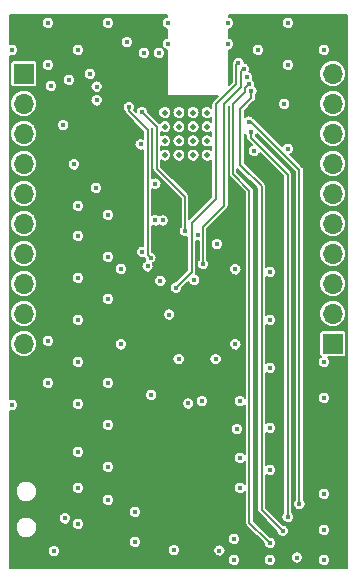
<source format=gbr>
G04 #@! TF.GenerationSoftware,KiCad,Pcbnew,(5.1.4)-1*
G04 #@! TF.CreationDate,2020-09-18T13:05:13-04:00*
G04 #@! TF.ProjectId,nRF52832_DEMO_V01,6e524635-3238-4333-925f-44454d4f5f56,rev?*
G04 #@! TF.SameCoordinates,Original*
G04 #@! TF.FileFunction,Copper,L3,Inr*
G04 #@! TF.FilePolarity,Positive*
%FSLAX46Y46*%
G04 Gerber Fmt 4.6, Leading zero omitted, Abs format (unit mm)*
G04 Created by KiCad (PCBNEW (5.1.4)-1) date 2020-09-18 13:05:13*
%MOMM*%
%LPD*%
G04 APERTURE LIST*
%ADD10O,1.700000X1.700000*%
%ADD11R,1.700000X1.700000*%
%ADD12C,0.500000*%
%ADD13C,0.450000*%
%ADD14C,0.150000*%
%ADD15C,0.200000*%
G04 APERTURE END LIST*
D10*
X129286000Y-63500000D03*
X129286000Y-66040000D03*
X129286000Y-68580000D03*
X129286000Y-71120000D03*
X129286000Y-73660000D03*
X129286000Y-76200000D03*
X129286000Y-78740000D03*
X129286000Y-81280000D03*
X129286000Y-83820000D03*
D11*
X129286000Y-86360000D03*
X103124000Y-63500000D03*
D10*
X103124000Y-66040000D03*
X103124000Y-68580000D03*
X103124000Y-71120000D03*
X103124000Y-73660000D03*
X103124000Y-76200000D03*
X103124000Y-78740000D03*
X103124000Y-81280000D03*
X103124000Y-83820000D03*
X103124000Y-86360000D03*
D12*
X115052700Y-70380000D03*
X115052700Y-69180000D03*
X115052700Y-67980000D03*
X115052700Y-66780000D03*
X116252700Y-70380000D03*
X116252700Y-69180000D03*
X116252700Y-67980000D03*
X116252700Y-66780000D03*
X117452700Y-70380000D03*
X117452700Y-69180000D03*
X117452700Y-67980000D03*
X117452700Y-66780000D03*
X118652700Y-70380000D03*
X118652700Y-69180000D03*
X118652700Y-67980000D03*
X118652700Y-66780000D03*
D13*
X115824000Y-103845360D03*
X119684800Y-103865680D03*
X106603800Y-101142800D03*
X114264440Y-72801480D03*
X117043200Y-91414600D03*
X118186200Y-91224100D03*
X121424700Y-91224100D03*
X126238000Y-104457500D03*
X119468900Y-77927200D03*
X111328200Y-80010000D03*
X121031000Y-80060800D03*
X121031000Y-86410800D03*
X111328200Y-86410800D03*
X107365800Y-71170800D03*
X125171200Y-66052700D03*
X109286040Y-65747900D03*
X106461560Y-67843400D03*
X113906300Y-90678000D03*
X116230400Y-87668100D03*
X119354600Y-87655400D03*
X120396000Y-60960000D03*
X120396000Y-59182000D03*
X115316000Y-59182000D03*
X115316000Y-60960000D03*
X125476000Y-59182000D03*
X113284000Y-61722000D03*
X114554000Y-61722000D03*
X125476000Y-62738000D03*
X105156000Y-62738000D03*
X121158000Y-93599000D03*
X109220000Y-73152000D03*
X105156000Y-86106000D03*
X105156000Y-89662000D03*
X105664000Y-103911400D03*
X110236000Y-75438000D03*
X110236000Y-78994000D03*
X110236000Y-82550000D03*
X105156000Y-59182000D03*
X110236000Y-59182000D03*
X125476000Y-69850000D03*
X110236000Y-89662000D03*
X110236000Y-93218000D03*
X110236000Y-96774000D03*
X110236000Y-99568000D03*
X102108000Y-61468000D03*
X107696000Y-61468000D03*
X122936000Y-61468000D03*
X128524000Y-61468000D03*
X128524000Y-87884000D03*
X128524000Y-90932000D03*
X128524000Y-99060000D03*
X128524000Y-104648000D03*
X123952000Y-80264000D03*
X123952000Y-84328000D03*
X123952000Y-88392000D03*
X107696000Y-95504000D03*
X107696000Y-91440000D03*
X107696000Y-87884000D03*
X107696000Y-84328000D03*
X107696000Y-80772000D03*
X107696000Y-77216000D03*
X107696000Y-74676000D03*
X107696000Y-98552000D03*
X107696000Y-101600000D03*
X128524000Y-102108000D03*
X123952000Y-93472000D03*
X123952000Y-97028000D03*
X123952000Y-104648000D03*
X120904000Y-104648000D03*
X121412000Y-96012000D03*
X121412000Y-98552000D03*
X112522000Y-100584000D03*
X112522000Y-103124000D03*
X120904000Y-102870000D03*
X102095300Y-91528900D03*
X115430300Y-83883498D03*
X122593100Y-70015100D03*
X111848900Y-60820300D03*
X109291120Y-64582040D03*
X113009680Y-69479160D03*
X113593880Y-79811880D03*
X114259360Y-75910440D03*
X114889280Y-75920600D03*
X127762000Y-103632000D03*
X119481600Y-78892400D03*
X111810800Y-74091800D03*
X122504200Y-70967600D03*
X110705900Y-104508300D03*
X125920500Y-63792100D03*
X117449600Y-83134200D03*
X127203200Y-90805000D03*
X111836200Y-65735200D03*
X122158760Y-64363600D03*
X123952000Y-103220520D03*
X122387360Y-64983360D03*
X125031500Y-102209600D03*
X125463300Y-101003100D03*
X122341640Y-68468240D03*
X126453900Y-99949000D03*
X122153680Y-67553840D03*
X105410000Y-64516000D03*
X122011440Y-63779400D03*
X118287800Y-79603600D03*
X106934000Y-64008000D03*
X121729500Y-63088317D03*
X108712000Y-63500000D03*
X116001800Y-81610200D03*
X121297700Y-62572900D03*
X113848797Y-79069910D03*
X112014000Y-66344800D03*
X116763800Y-76809600D03*
X113121440Y-66757990D03*
X117551200Y-80937100D03*
X114681000Y-81026000D03*
X113164190Y-78587600D03*
X117856000Y-77139800D03*
D14*
X121838720Y-64683640D02*
X121838720Y-65034160D01*
X122224800Y-101493320D02*
X123727001Y-102995521D01*
X120837960Y-71998840D02*
X122224800Y-73385680D01*
X122224800Y-73385680D02*
X122224800Y-101493320D01*
X120837960Y-66034920D02*
X120837960Y-71998840D01*
X121838720Y-65034160D02*
X120837960Y-66034920D01*
X122158760Y-64363600D02*
X121838720Y-64683640D01*
X123727001Y-102995521D02*
X123952000Y-103220520D01*
X121462800Y-66487040D02*
X122387360Y-65562480D01*
X122387360Y-65562480D02*
X122387360Y-64983360D01*
X121462800Y-71247000D02*
X121462800Y-66487040D01*
X123256040Y-73040240D02*
X121462800Y-71247000D01*
X123256040Y-100434140D02*
X123256040Y-73040240D01*
X125031500Y-102209600D02*
X123256040Y-100434140D01*
X122341640Y-68910200D02*
X122341640Y-68468240D01*
X125463300Y-101003100D02*
X125463300Y-72031860D01*
X125463300Y-72031860D02*
X122341640Y-68910200D01*
X122377200Y-67553840D02*
X122153680Y-67553840D01*
X126453900Y-99949000D02*
X126453900Y-71630540D01*
X126453900Y-71630540D02*
X122377200Y-67553840D01*
X118287800Y-76454000D02*
X120086120Y-74655680D01*
X118287800Y-79603600D02*
X118287800Y-76454000D01*
X120086120Y-74655680D02*
X120086120Y-66083180D01*
X120086120Y-66083180D02*
X121529501Y-64639799D01*
X121529501Y-63288316D02*
X121729500Y-63088317D01*
X121529501Y-64639799D02*
X121529501Y-63288316D01*
X119385080Y-74099420D02*
X119385080Y-66073020D01*
X117343045Y-80268955D02*
X117343045Y-76141455D01*
X117343045Y-76141455D02*
X119385080Y-74099420D01*
X119385080Y-66073020D02*
X121097701Y-64360399D01*
X116001800Y-81610200D02*
X117343045Y-80268955D01*
X121097701Y-64360399D02*
X121097701Y-62772899D01*
X121097701Y-62772899D02*
X121297700Y-62572900D01*
X112019080Y-66349880D02*
X112014000Y-66344800D01*
X112019080Y-66667380D02*
X112019080Y-66349880D01*
X113614200Y-68262500D02*
X112019080Y-66667380D01*
X113614200Y-78835313D02*
X113614200Y-68262500D01*
X113848797Y-79069910D02*
X113614200Y-78835313D01*
X114373279Y-68009829D02*
X113121440Y-66757990D01*
X114373279Y-71523479D02*
X114373279Y-68009829D01*
X116763800Y-76809600D02*
X116763800Y-73914000D01*
X116763800Y-73914000D02*
X114373279Y-71523479D01*
D15*
G36*
X115210109Y-58667778D02*
G01*
X115162863Y-58677176D01*
X115067319Y-58716751D01*
X114981332Y-58774206D01*
X114908206Y-58847332D01*
X114850751Y-58933319D01*
X114811176Y-59028863D01*
X114791000Y-59130292D01*
X114791000Y-59233708D01*
X114811176Y-59335137D01*
X114850751Y-59430681D01*
X114908206Y-59516668D01*
X114981332Y-59589794D01*
X115067319Y-59647249D01*
X115162863Y-59686824D01*
X115212014Y-59696601D01*
X115213400Y-60445123D01*
X115162863Y-60455176D01*
X115067319Y-60494751D01*
X114981332Y-60552206D01*
X114908206Y-60625332D01*
X114850751Y-60711319D01*
X114811176Y-60806863D01*
X114791000Y-60908292D01*
X114791000Y-61011708D01*
X114811176Y-61113137D01*
X114850751Y-61208681D01*
X114908206Y-61294668D01*
X114981332Y-61367794D01*
X115067319Y-61425249D01*
X115162863Y-61464824D01*
X115215308Y-61475256D01*
X115222350Y-65278185D01*
X115224271Y-65297509D01*
X115229962Y-65316268D01*
X115239203Y-65333557D01*
X115251639Y-65348711D01*
X115266793Y-65361147D01*
X115284082Y-65370388D01*
X115302841Y-65376079D01*
X115322350Y-65378000D01*
X119549771Y-65378000D01*
X119132942Y-65794829D01*
X119118633Y-65806572D01*
X119103039Y-65825574D01*
X119071771Y-65863674D01*
X119063285Y-65879551D01*
X119036950Y-65928820D01*
X119022873Y-65975227D01*
X119015507Y-65999508D01*
X119008266Y-66073020D01*
X119010081Y-66091446D01*
X119010081Y-66359564D01*
X119003304Y-66352787D01*
X118913223Y-66292597D01*
X118813129Y-66251136D01*
X118706870Y-66230000D01*
X118598530Y-66230000D01*
X118492271Y-66251136D01*
X118392177Y-66292597D01*
X118302096Y-66352787D01*
X118225487Y-66429396D01*
X118165297Y-66519477D01*
X118123836Y-66619571D01*
X118102700Y-66725830D01*
X118102700Y-66834170D01*
X118123836Y-66940429D01*
X118165297Y-67040523D01*
X118225487Y-67130604D01*
X118302096Y-67207213D01*
X118392177Y-67267403D01*
X118492271Y-67308864D01*
X118598530Y-67330000D01*
X118706870Y-67330000D01*
X118813129Y-67308864D01*
X118913223Y-67267403D01*
X119003304Y-67207213D01*
X119010081Y-67200436D01*
X119010081Y-67559564D01*
X119003304Y-67552787D01*
X118913223Y-67492597D01*
X118813129Y-67451136D01*
X118706870Y-67430000D01*
X118598530Y-67430000D01*
X118492271Y-67451136D01*
X118392177Y-67492597D01*
X118302096Y-67552787D01*
X118225487Y-67629396D01*
X118165297Y-67719477D01*
X118123836Y-67819571D01*
X118102700Y-67925830D01*
X118102700Y-68034170D01*
X118123836Y-68140429D01*
X118165297Y-68240523D01*
X118225487Y-68330604D01*
X118302096Y-68407213D01*
X118392177Y-68467403D01*
X118492271Y-68508864D01*
X118598530Y-68530000D01*
X118706870Y-68530000D01*
X118813129Y-68508864D01*
X118913223Y-68467403D01*
X119003304Y-68407213D01*
X119010081Y-68400436D01*
X119010081Y-68759564D01*
X119003304Y-68752787D01*
X118913223Y-68692597D01*
X118813129Y-68651136D01*
X118706870Y-68630000D01*
X118598530Y-68630000D01*
X118492271Y-68651136D01*
X118392177Y-68692597D01*
X118302096Y-68752787D01*
X118225487Y-68829396D01*
X118165297Y-68919477D01*
X118123836Y-69019571D01*
X118102700Y-69125830D01*
X118102700Y-69234170D01*
X118123836Y-69340429D01*
X118165297Y-69440523D01*
X118225487Y-69530604D01*
X118302096Y-69607213D01*
X118392177Y-69667403D01*
X118492271Y-69708864D01*
X118598530Y-69730000D01*
X118706870Y-69730000D01*
X118813129Y-69708864D01*
X118913223Y-69667403D01*
X119003304Y-69607213D01*
X119010081Y-69600436D01*
X119010081Y-69959564D01*
X119003304Y-69952787D01*
X118913223Y-69892597D01*
X118813129Y-69851136D01*
X118706870Y-69830000D01*
X118598530Y-69830000D01*
X118492271Y-69851136D01*
X118392177Y-69892597D01*
X118302096Y-69952787D01*
X118225487Y-70029396D01*
X118165297Y-70119477D01*
X118123836Y-70219571D01*
X118102700Y-70325830D01*
X118102700Y-70434170D01*
X118123836Y-70540429D01*
X118165297Y-70640523D01*
X118225487Y-70730604D01*
X118302096Y-70807213D01*
X118392177Y-70867403D01*
X118492271Y-70908864D01*
X118598530Y-70930000D01*
X118706870Y-70930000D01*
X118813129Y-70908864D01*
X118913223Y-70867403D01*
X119003304Y-70807213D01*
X119010080Y-70800437D01*
X119010080Y-73944090D01*
X117138800Y-75815371D01*
X117138800Y-73932415D01*
X117140614Y-73913999D01*
X117138800Y-73895581D01*
X117133374Y-73840487D01*
X117111931Y-73769800D01*
X117077109Y-73704653D01*
X117030248Y-73647552D01*
X117015939Y-73635809D01*
X114748279Y-71368150D01*
X114748279Y-70838071D01*
X114792177Y-70867403D01*
X114892271Y-70908864D01*
X114998530Y-70930000D01*
X115106870Y-70930000D01*
X115213129Y-70908864D01*
X115313223Y-70867403D01*
X115403304Y-70807213D01*
X115479913Y-70730604D01*
X115540103Y-70640523D01*
X115581564Y-70540429D01*
X115602700Y-70434170D01*
X115602700Y-70325830D01*
X115702700Y-70325830D01*
X115702700Y-70434170D01*
X115723836Y-70540429D01*
X115765297Y-70640523D01*
X115825487Y-70730604D01*
X115902096Y-70807213D01*
X115992177Y-70867403D01*
X116092271Y-70908864D01*
X116198530Y-70930000D01*
X116306870Y-70930000D01*
X116413129Y-70908864D01*
X116513223Y-70867403D01*
X116603304Y-70807213D01*
X116679913Y-70730604D01*
X116740103Y-70640523D01*
X116781564Y-70540429D01*
X116802700Y-70434170D01*
X116802700Y-70325830D01*
X116902700Y-70325830D01*
X116902700Y-70434170D01*
X116923836Y-70540429D01*
X116965297Y-70640523D01*
X117025487Y-70730604D01*
X117102096Y-70807213D01*
X117192177Y-70867403D01*
X117292271Y-70908864D01*
X117398530Y-70930000D01*
X117506870Y-70930000D01*
X117613129Y-70908864D01*
X117713223Y-70867403D01*
X117803304Y-70807213D01*
X117879913Y-70730604D01*
X117940103Y-70640523D01*
X117981564Y-70540429D01*
X118002700Y-70434170D01*
X118002700Y-70325830D01*
X117981564Y-70219571D01*
X117940103Y-70119477D01*
X117879913Y-70029396D01*
X117803304Y-69952787D01*
X117713223Y-69892597D01*
X117613129Y-69851136D01*
X117506870Y-69830000D01*
X117398530Y-69830000D01*
X117292271Y-69851136D01*
X117192177Y-69892597D01*
X117102096Y-69952787D01*
X117025487Y-70029396D01*
X116965297Y-70119477D01*
X116923836Y-70219571D01*
X116902700Y-70325830D01*
X116802700Y-70325830D01*
X116781564Y-70219571D01*
X116740103Y-70119477D01*
X116679913Y-70029396D01*
X116603304Y-69952787D01*
X116513223Y-69892597D01*
X116413129Y-69851136D01*
X116306870Y-69830000D01*
X116198530Y-69830000D01*
X116092271Y-69851136D01*
X115992177Y-69892597D01*
X115902096Y-69952787D01*
X115825487Y-70029396D01*
X115765297Y-70119477D01*
X115723836Y-70219571D01*
X115702700Y-70325830D01*
X115602700Y-70325830D01*
X115581564Y-70219571D01*
X115540103Y-70119477D01*
X115479913Y-70029396D01*
X115403304Y-69952787D01*
X115313223Y-69892597D01*
X115213129Y-69851136D01*
X115106870Y-69830000D01*
X114998530Y-69830000D01*
X114892271Y-69851136D01*
X114792177Y-69892597D01*
X114748279Y-69921929D01*
X114748279Y-69638071D01*
X114792177Y-69667403D01*
X114892271Y-69708864D01*
X114998530Y-69730000D01*
X115106870Y-69730000D01*
X115213129Y-69708864D01*
X115313223Y-69667403D01*
X115403304Y-69607213D01*
X115479913Y-69530604D01*
X115540103Y-69440523D01*
X115581564Y-69340429D01*
X115602700Y-69234170D01*
X115602700Y-69125830D01*
X115702700Y-69125830D01*
X115702700Y-69234170D01*
X115723836Y-69340429D01*
X115765297Y-69440523D01*
X115825487Y-69530604D01*
X115902096Y-69607213D01*
X115992177Y-69667403D01*
X116092271Y-69708864D01*
X116198530Y-69730000D01*
X116306870Y-69730000D01*
X116413129Y-69708864D01*
X116513223Y-69667403D01*
X116603304Y-69607213D01*
X116679913Y-69530604D01*
X116740103Y-69440523D01*
X116781564Y-69340429D01*
X116802700Y-69234170D01*
X116802700Y-69125830D01*
X116902700Y-69125830D01*
X116902700Y-69234170D01*
X116923836Y-69340429D01*
X116965297Y-69440523D01*
X117025487Y-69530604D01*
X117102096Y-69607213D01*
X117192177Y-69667403D01*
X117292271Y-69708864D01*
X117398530Y-69730000D01*
X117506870Y-69730000D01*
X117613129Y-69708864D01*
X117713223Y-69667403D01*
X117803304Y-69607213D01*
X117879913Y-69530604D01*
X117940103Y-69440523D01*
X117981564Y-69340429D01*
X118002700Y-69234170D01*
X118002700Y-69125830D01*
X117981564Y-69019571D01*
X117940103Y-68919477D01*
X117879913Y-68829396D01*
X117803304Y-68752787D01*
X117713223Y-68692597D01*
X117613129Y-68651136D01*
X117506870Y-68630000D01*
X117398530Y-68630000D01*
X117292271Y-68651136D01*
X117192177Y-68692597D01*
X117102096Y-68752787D01*
X117025487Y-68829396D01*
X116965297Y-68919477D01*
X116923836Y-69019571D01*
X116902700Y-69125830D01*
X116802700Y-69125830D01*
X116781564Y-69019571D01*
X116740103Y-68919477D01*
X116679913Y-68829396D01*
X116603304Y-68752787D01*
X116513223Y-68692597D01*
X116413129Y-68651136D01*
X116306870Y-68630000D01*
X116198530Y-68630000D01*
X116092271Y-68651136D01*
X115992177Y-68692597D01*
X115902096Y-68752787D01*
X115825487Y-68829396D01*
X115765297Y-68919477D01*
X115723836Y-69019571D01*
X115702700Y-69125830D01*
X115602700Y-69125830D01*
X115581564Y-69019571D01*
X115540103Y-68919477D01*
X115479913Y-68829396D01*
X115403304Y-68752787D01*
X115313223Y-68692597D01*
X115213129Y-68651136D01*
X115106870Y-68630000D01*
X114998530Y-68630000D01*
X114892271Y-68651136D01*
X114792177Y-68692597D01*
X114748279Y-68721929D01*
X114748279Y-68438071D01*
X114792177Y-68467403D01*
X114892271Y-68508864D01*
X114998530Y-68530000D01*
X115106870Y-68530000D01*
X115213129Y-68508864D01*
X115313223Y-68467403D01*
X115403304Y-68407213D01*
X115479913Y-68330604D01*
X115540103Y-68240523D01*
X115581564Y-68140429D01*
X115602700Y-68034170D01*
X115602700Y-67925830D01*
X115702700Y-67925830D01*
X115702700Y-68034170D01*
X115723836Y-68140429D01*
X115765297Y-68240523D01*
X115825487Y-68330604D01*
X115902096Y-68407213D01*
X115992177Y-68467403D01*
X116092271Y-68508864D01*
X116198530Y-68530000D01*
X116306870Y-68530000D01*
X116413129Y-68508864D01*
X116513223Y-68467403D01*
X116603304Y-68407213D01*
X116679913Y-68330604D01*
X116740103Y-68240523D01*
X116781564Y-68140429D01*
X116802700Y-68034170D01*
X116802700Y-67925830D01*
X116902700Y-67925830D01*
X116902700Y-68034170D01*
X116923836Y-68140429D01*
X116965297Y-68240523D01*
X117025487Y-68330604D01*
X117102096Y-68407213D01*
X117192177Y-68467403D01*
X117292271Y-68508864D01*
X117398530Y-68530000D01*
X117506870Y-68530000D01*
X117613129Y-68508864D01*
X117713223Y-68467403D01*
X117803304Y-68407213D01*
X117879913Y-68330604D01*
X117940103Y-68240523D01*
X117981564Y-68140429D01*
X118002700Y-68034170D01*
X118002700Y-67925830D01*
X117981564Y-67819571D01*
X117940103Y-67719477D01*
X117879913Y-67629396D01*
X117803304Y-67552787D01*
X117713223Y-67492597D01*
X117613129Y-67451136D01*
X117506870Y-67430000D01*
X117398530Y-67430000D01*
X117292271Y-67451136D01*
X117192177Y-67492597D01*
X117102096Y-67552787D01*
X117025487Y-67629396D01*
X116965297Y-67719477D01*
X116923836Y-67819571D01*
X116902700Y-67925830D01*
X116802700Y-67925830D01*
X116781564Y-67819571D01*
X116740103Y-67719477D01*
X116679913Y-67629396D01*
X116603304Y-67552787D01*
X116513223Y-67492597D01*
X116413129Y-67451136D01*
X116306870Y-67430000D01*
X116198530Y-67430000D01*
X116092271Y-67451136D01*
X115992177Y-67492597D01*
X115902096Y-67552787D01*
X115825487Y-67629396D01*
X115765297Y-67719477D01*
X115723836Y-67819571D01*
X115702700Y-67925830D01*
X115602700Y-67925830D01*
X115581564Y-67819571D01*
X115540103Y-67719477D01*
X115479913Y-67629396D01*
X115403304Y-67552787D01*
X115313223Y-67492597D01*
X115213129Y-67451136D01*
X115106870Y-67430000D01*
X114998530Y-67430000D01*
X114892271Y-67451136D01*
X114792177Y-67492597D01*
X114702096Y-67552787D01*
X114625487Y-67629396D01*
X114584507Y-67690727D01*
X113646440Y-66752661D01*
X113646440Y-66725830D01*
X114502700Y-66725830D01*
X114502700Y-66834170D01*
X114523836Y-66940429D01*
X114565297Y-67040523D01*
X114625487Y-67130604D01*
X114702096Y-67207213D01*
X114792177Y-67267403D01*
X114892271Y-67308864D01*
X114998530Y-67330000D01*
X115106870Y-67330000D01*
X115213129Y-67308864D01*
X115313223Y-67267403D01*
X115403304Y-67207213D01*
X115479913Y-67130604D01*
X115540103Y-67040523D01*
X115581564Y-66940429D01*
X115602700Y-66834170D01*
X115602700Y-66725830D01*
X115702700Y-66725830D01*
X115702700Y-66834170D01*
X115723836Y-66940429D01*
X115765297Y-67040523D01*
X115825487Y-67130604D01*
X115902096Y-67207213D01*
X115992177Y-67267403D01*
X116092271Y-67308864D01*
X116198530Y-67330000D01*
X116306870Y-67330000D01*
X116413129Y-67308864D01*
X116513223Y-67267403D01*
X116603304Y-67207213D01*
X116679913Y-67130604D01*
X116740103Y-67040523D01*
X116781564Y-66940429D01*
X116802700Y-66834170D01*
X116802700Y-66725830D01*
X116902700Y-66725830D01*
X116902700Y-66834170D01*
X116923836Y-66940429D01*
X116965297Y-67040523D01*
X117025487Y-67130604D01*
X117102096Y-67207213D01*
X117192177Y-67267403D01*
X117292271Y-67308864D01*
X117398530Y-67330000D01*
X117506870Y-67330000D01*
X117613129Y-67308864D01*
X117713223Y-67267403D01*
X117803304Y-67207213D01*
X117879913Y-67130604D01*
X117940103Y-67040523D01*
X117981564Y-66940429D01*
X118002700Y-66834170D01*
X118002700Y-66725830D01*
X117981564Y-66619571D01*
X117940103Y-66519477D01*
X117879913Y-66429396D01*
X117803304Y-66352787D01*
X117713223Y-66292597D01*
X117613129Y-66251136D01*
X117506870Y-66230000D01*
X117398530Y-66230000D01*
X117292271Y-66251136D01*
X117192177Y-66292597D01*
X117102096Y-66352787D01*
X117025487Y-66429396D01*
X116965297Y-66519477D01*
X116923836Y-66619571D01*
X116902700Y-66725830D01*
X116802700Y-66725830D01*
X116781564Y-66619571D01*
X116740103Y-66519477D01*
X116679913Y-66429396D01*
X116603304Y-66352787D01*
X116513223Y-66292597D01*
X116413129Y-66251136D01*
X116306870Y-66230000D01*
X116198530Y-66230000D01*
X116092271Y-66251136D01*
X115992177Y-66292597D01*
X115902096Y-66352787D01*
X115825487Y-66429396D01*
X115765297Y-66519477D01*
X115723836Y-66619571D01*
X115702700Y-66725830D01*
X115602700Y-66725830D01*
X115581564Y-66619571D01*
X115540103Y-66519477D01*
X115479913Y-66429396D01*
X115403304Y-66352787D01*
X115313223Y-66292597D01*
X115213129Y-66251136D01*
X115106870Y-66230000D01*
X114998530Y-66230000D01*
X114892271Y-66251136D01*
X114792177Y-66292597D01*
X114702096Y-66352787D01*
X114625487Y-66429396D01*
X114565297Y-66519477D01*
X114523836Y-66619571D01*
X114502700Y-66725830D01*
X113646440Y-66725830D01*
X113646440Y-66706282D01*
X113626264Y-66604853D01*
X113586689Y-66509309D01*
X113529234Y-66423322D01*
X113456108Y-66350196D01*
X113370121Y-66292741D01*
X113274577Y-66253166D01*
X113173148Y-66232990D01*
X113069732Y-66232990D01*
X112968303Y-66253166D01*
X112872759Y-66292741D01*
X112786772Y-66350196D01*
X112713646Y-66423322D01*
X112656191Y-66509309D01*
X112616616Y-66604853D01*
X112596440Y-66706282D01*
X112596440Y-66714411D01*
X112477751Y-66595722D01*
X112479249Y-66593481D01*
X112518824Y-66497937D01*
X112539000Y-66396508D01*
X112539000Y-66293092D01*
X112518824Y-66191663D01*
X112479249Y-66096119D01*
X112421794Y-66010132D01*
X112348668Y-65937006D01*
X112262681Y-65879551D01*
X112167137Y-65839976D01*
X112065708Y-65819800D01*
X111962292Y-65819800D01*
X111860863Y-65839976D01*
X111765319Y-65879551D01*
X111679332Y-65937006D01*
X111606206Y-66010132D01*
X111548751Y-66096119D01*
X111509176Y-66191663D01*
X111489000Y-66293092D01*
X111489000Y-66396508D01*
X111509176Y-66497937D01*
X111548751Y-66593481D01*
X111606206Y-66679468D01*
X111647526Y-66720788D01*
X111649506Y-66740892D01*
X111670949Y-66811579D01*
X111705771Y-66876726D01*
X111752632Y-66933828D01*
X111766946Y-66945575D01*
X113239201Y-68417832D01*
X113239201Y-69005975D01*
X113162817Y-68974336D01*
X113061388Y-68954160D01*
X112957972Y-68954160D01*
X112856543Y-68974336D01*
X112760999Y-69013911D01*
X112675012Y-69071366D01*
X112601886Y-69144492D01*
X112544431Y-69230479D01*
X112504856Y-69326023D01*
X112484680Y-69427452D01*
X112484680Y-69530868D01*
X112504856Y-69632297D01*
X112544431Y-69727841D01*
X112601886Y-69813828D01*
X112675012Y-69886954D01*
X112760999Y-69944409D01*
X112856543Y-69983984D01*
X112957972Y-70004160D01*
X113061388Y-70004160D01*
X113162817Y-69983984D01*
X113239201Y-69952345D01*
X113239200Y-78067235D01*
X113215898Y-78062600D01*
X113112482Y-78062600D01*
X113011053Y-78082776D01*
X112915509Y-78122351D01*
X112829522Y-78179806D01*
X112756396Y-78252932D01*
X112698941Y-78338919D01*
X112659366Y-78434463D01*
X112639190Y-78535892D01*
X112639190Y-78639308D01*
X112659366Y-78740737D01*
X112698941Y-78836281D01*
X112756396Y-78922268D01*
X112829522Y-78995394D01*
X112915509Y-79052849D01*
X113011053Y-79092424D01*
X113112482Y-79112600D01*
X113215898Y-79112600D01*
X113317327Y-79092424D01*
X113323797Y-79089744D01*
X113323797Y-79121618D01*
X113343973Y-79223047D01*
X113383548Y-79318591D01*
X113389909Y-79328112D01*
X113345199Y-79346631D01*
X113259212Y-79404086D01*
X113186086Y-79477212D01*
X113128631Y-79563199D01*
X113089056Y-79658743D01*
X113068880Y-79760172D01*
X113068880Y-79863588D01*
X113089056Y-79965017D01*
X113128631Y-80060561D01*
X113186086Y-80146548D01*
X113259212Y-80219674D01*
X113345199Y-80277129D01*
X113440743Y-80316704D01*
X113542172Y-80336880D01*
X113645588Y-80336880D01*
X113747017Y-80316704D01*
X113842561Y-80277129D01*
X113928548Y-80219674D01*
X114001674Y-80146548D01*
X114059129Y-80060561D01*
X114098704Y-79965017D01*
X114118880Y-79863588D01*
X114118880Y-79760172D01*
X114098704Y-79658743D01*
X114059129Y-79563199D01*
X114052768Y-79553678D01*
X114097478Y-79535159D01*
X114183465Y-79477704D01*
X114256591Y-79404578D01*
X114314046Y-79318591D01*
X114353621Y-79223047D01*
X114373797Y-79121618D01*
X114373797Y-79018202D01*
X114353621Y-78916773D01*
X114314046Y-78821229D01*
X114256591Y-78735242D01*
X114183465Y-78662116D01*
X114097478Y-78604661D01*
X114001934Y-78565086D01*
X113989200Y-78562553D01*
X113989200Y-76361337D01*
X114010679Y-76375689D01*
X114106223Y-76415264D01*
X114207652Y-76435440D01*
X114311068Y-76435440D01*
X114412497Y-76415264D01*
X114508041Y-76375689D01*
X114566717Y-76336483D01*
X114640599Y-76385849D01*
X114736143Y-76425424D01*
X114837572Y-76445600D01*
X114940988Y-76445600D01*
X115042417Y-76425424D01*
X115137961Y-76385849D01*
X115223948Y-76328394D01*
X115297074Y-76255268D01*
X115354529Y-76169281D01*
X115394104Y-76073737D01*
X115414280Y-75972308D01*
X115414280Y-75868892D01*
X115394104Y-75767463D01*
X115354529Y-75671919D01*
X115297074Y-75585932D01*
X115223948Y-75512806D01*
X115137961Y-75455351D01*
X115042417Y-75415776D01*
X114940988Y-75395600D01*
X114837572Y-75395600D01*
X114736143Y-75415776D01*
X114640599Y-75455351D01*
X114581923Y-75494557D01*
X114508041Y-75445191D01*
X114412497Y-75405616D01*
X114311068Y-75385440D01*
X114207652Y-75385440D01*
X114106223Y-75405616D01*
X114010679Y-75445191D01*
X113989200Y-75459543D01*
X113989200Y-73248983D01*
X114015759Y-73266729D01*
X114111303Y-73306304D01*
X114212732Y-73326480D01*
X114316148Y-73326480D01*
X114417577Y-73306304D01*
X114513121Y-73266729D01*
X114599108Y-73209274D01*
X114672234Y-73136148D01*
X114729689Y-73050161D01*
X114769264Y-72954617D01*
X114789440Y-72853188D01*
X114789440Y-72749772D01*
X114769264Y-72648343D01*
X114729689Y-72552799D01*
X114672234Y-72466812D01*
X114599108Y-72393686D01*
X114513121Y-72336231D01*
X114417577Y-72296656D01*
X114316148Y-72276480D01*
X114212732Y-72276480D01*
X114111303Y-72296656D01*
X114015759Y-72336231D01*
X113989200Y-72353977D01*
X113989200Y-68280915D01*
X113991014Y-68262499D01*
X113989200Y-68244081D01*
X113983774Y-68188987D01*
X113967082Y-68133962D01*
X113998280Y-68165160D01*
X113998279Y-71505063D01*
X113996465Y-71523479D01*
X113998279Y-71541895D01*
X113998279Y-71541897D01*
X114003705Y-71596991D01*
X114025148Y-71667678D01*
X114059970Y-71732825D01*
X114106831Y-71789927D01*
X114121145Y-71801674D01*
X116388801Y-74069331D01*
X116388800Y-76442138D01*
X116356006Y-76474932D01*
X116298551Y-76560919D01*
X116258976Y-76656463D01*
X116238800Y-76757892D01*
X116238800Y-76861308D01*
X116258976Y-76962737D01*
X116298551Y-77058281D01*
X116356006Y-77144268D01*
X116429132Y-77217394D01*
X116515119Y-77274849D01*
X116610663Y-77314424D01*
X116712092Y-77334600D01*
X116815508Y-77334600D01*
X116916937Y-77314424D01*
X116968046Y-77293254D01*
X116968045Y-80113625D01*
X115996471Y-81085200D01*
X115950092Y-81085200D01*
X115848663Y-81105376D01*
X115753119Y-81144951D01*
X115667132Y-81202406D01*
X115594006Y-81275532D01*
X115536551Y-81361519D01*
X115496976Y-81457063D01*
X115476800Y-81558492D01*
X115476800Y-81661908D01*
X115496976Y-81763337D01*
X115536551Y-81858881D01*
X115594006Y-81944868D01*
X115667132Y-82017994D01*
X115753119Y-82075449D01*
X115848663Y-82115024D01*
X115950092Y-82135200D01*
X116053508Y-82135200D01*
X116154937Y-82115024D01*
X116250481Y-82075449D01*
X116336468Y-82017994D01*
X116409594Y-81944868D01*
X116467049Y-81858881D01*
X116506624Y-81763337D01*
X116526800Y-81661908D01*
X116526800Y-81615529D01*
X117048050Y-81094279D01*
X117085951Y-81185781D01*
X117143406Y-81271768D01*
X117216532Y-81344894D01*
X117302519Y-81402349D01*
X117398063Y-81441924D01*
X117499492Y-81462100D01*
X117602908Y-81462100D01*
X117704337Y-81441924D01*
X117799881Y-81402349D01*
X117885868Y-81344894D01*
X117958994Y-81271768D01*
X118016449Y-81185781D01*
X118056024Y-81090237D01*
X118076200Y-80988808D01*
X118076200Y-80885392D01*
X118056024Y-80783963D01*
X118016449Y-80688419D01*
X117958994Y-80602432D01*
X117885868Y-80529306D01*
X117799881Y-80471851D01*
X117704337Y-80432276D01*
X117683203Y-80428072D01*
X117691176Y-80413155D01*
X117712619Y-80342468D01*
X117718045Y-80287374D01*
X117718045Y-80287371D01*
X117719859Y-80268955D01*
X117718045Y-80250539D01*
X117718045Y-77647644D01*
X117804292Y-77664800D01*
X117907708Y-77664800D01*
X117912801Y-77663787D01*
X117912800Y-79236138D01*
X117880006Y-79268932D01*
X117822551Y-79354919D01*
X117782976Y-79450463D01*
X117762800Y-79551892D01*
X117762800Y-79655308D01*
X117782976Y-79756737D01*
X117822551Y-79852281D01*
X117880006Y-79938268D01*
X117953132Y-80011394D01*
X118039119Y-80068849D01*
X118134663Y-80108424D01*
X118236092Y-80128600D01*
X118339508Y-80128600D01*
X118440937Y-80108424D01*
X118536481Y-80068849D01*
X118622468Y-80011394D01*
X118624770Y-80009092D01*
X120506000Y-80009092D01*
X120506000Y-80112508D01*
X120526176Y-80213937D01*
X120565751Y-80309481D01*
X120623206Y-80395468D01*
X120696332Y-80468594D01*
X120782319Y-80526049D01*
X120877863Y-80565624D01*
X120979292Y-80585800D01*
X121082708Y-80585800D01*
X121184137Y-80565624D01*
X121279681Y-80526049D01*
X121365668Y-80468594D01*
X121438794Y-80395468D01*
X121496249Y-80309481D01*
X121535824Y-80213937D01*
X121556000Y-80112508D01*
X121556000Y-80009092D01*
X121535824Y-79907663D01*
X121496249Y-79812119D01*
X121438794Y-79726132D01*
X121365668Y-79653006D01*
X121279681Y-79595551D01*
X121184137Y-79555976D01*
X121082708Y-79535800D01*
X120979292Y-79535800D01*
X120877863Y-79555976D01*
X120782319Y-79595551D01*
X120696332Y-79653006D01*
X120623206Y-79726132D01*
X120565751Y-79812119D01*
X120526176Y-79907663D01*
X120506000Y-80009092D01*
X118624770Y-80009092D01*
X118695594Y-79938268D01*
X118753049Y-79852281D01*
X118792624Y-79756737D01*
X118812800Y-79655308D01*
X118812800Y-79551892D01*
X118792624Y-79450463D01*
X118753049Y-79354919D01*
X118695594Y-79268932D01*
X118662800Y-79236138D01*
X118662800Y-77875492D01*
X118943900Y-77875492D01*
X118943900Y-77978908D01*
X118964076Y-78080337D01*
X119003651Y-78175881D01*
X119061106Y-78261868D01*
X119134232Y-78334994D01*
X119220219Y-78392449D01*
X119315763Y-78432024D01*
X119417192Y-78452200D01*
X119520608Y-78452200D01*
X119622037Y-78432024D01*
X119717581Y-78392449D01*
X119803568Y-78334994D01*
X119876694Y-78261868D01*
X119934149Y-78175881D01*
X119973724Y-78080337D01*
X119993900Y-77978908D01*
X119993900Y-77875492D01*
X119973724Y-77774063D01*
X119934149Y-77678519D01*
X119876694Y-77592532D01*
X119803568Y-77519406D01*
X119717581Y-77461951D01*
X119622037Y-77422376D01*
X119520608Y-77402200D01*
X119417192Y-77402200D01*
X119315763Y-77422376D01*
X119220219Y-77461951D01*
X119134232Y-77519406D01*
X119061106Y-77592532D01*
X119003651Y-77678519D01*
X118964076Y-77774063D01*
X118943900Y-77875492D01*
X118662800Y-77875492D01*
X118662800Y-76609329D01*
X120338260Y-74933870D01*
X120352568Y-74922128D01*
X120372543Y-74897788D01*
X120399430Y-74865027D01*
X120423190Y-74820573D01*
X120434251Y-74799880D01*
X120455694Y-74729193D01*
X120461120Y-74674099D01*
X120461120Y-74674096D01*
X120462934Y-74655680D01*
X120461120Y-74637264D01*
X120461120Y-66238509D01*
X120462960Y-66236669D01*
X120462961Y-71980414D01*
X120461146Y-71998840D01*
X120464399Y-72031860D01*
X120468387Y-72072353D01*
X120489830Y-72143040D01*
X120524652Y-72208187D01*
X120571513Y-72265288D01*
X120585822Y-72277031D01*
X121849800Y-73541010D01*
X121849801Y-90915333D01*
X121832494Y-90889432D01*
X121759368Y-90816306D01*
X121673381Y-90758851D01*
X121577837Y-90719276D01*
X121476408Y-90699100D01*
X121372992Y-90699100D01*
X121271563Y-90719276D01*
X121176019Y-90758851D01*
X121090032Y-90816306D01*
X121016906Y-90889432D01*
X120959451Y-90975419D01*
X120919876Y-91070963D01*
X120899700Y-91172392D01*
X120899700Y-91275808D01*
X120919876Y-91377237D01*
X120959451Y-91472781D01*
X121016906Y-91558768D01*
X121090032Y-91631894D01*
X121176019Y-91689349D01*
X121271563Y-91728924D01*
X121372992Y-91749100D01*
X121476408Y-91749100D01*
X121577837Y-91728924D01*
X121673381Y-91689349D01*
X121759368Y-91631894D01*
X121832494Y-91558768D01*
X121849801Y-91532867D01*
X121849801Y-95722240D01*
X121819794Y-95677332D01*
X121746668Y-95604206D01*
X121660681Y-95546751D01*
X121565137Y-95507176D01*
X121463708Y-95487000D01*
X121360292Y-95487000D01*
X121258863Y-95507176D01*
X121163319Y-95546751D01*
X121077332Y-95604206D01*
X121004206Y-95677332D01*
X120946751Y-95763319D01*
X120907176Y-95858863D01*
X120887000Y-95960292D01*
X120887000Y-96063708D01*
X120907176Y-96165137D01*
X120946751Y-96260681D01*
X121004206Y-96346668D01*
X121077332Y-96419794D01*
X121163319Y-96477249D01*
X121258863Y-96516824D01*
X121360292Y-96537000D01*
X121463708Y-96537000D01*
X121565137Y-96516824D01*
X121660681Y-96477249D01*
X121746668Y-96419794D01*
X121819794Y-96346668D01*
X121849801Y-96301760D01*
X121849801Y-98262240D01*
X121819794Y-98217332D01*
X121746668Y-98144206D01*
X121660681Y-98086751D01*
X121565137Y-98047176D01*
X121463708Y-98027000D01*
X121360292Y-98027000D01*
X121258863Y-98047176D01*
X121163319Y-98086751D01*
X121077332Y-98144206D01*
X121004206Y-98217332D01*
X120946751Y-98303319D01*
X120907176Y-98398863D01*
X120887000Y-98500292D01*
X120887000Y-98603708D01*
X120907176Y-98705137D01*
X120946751Y-98800681D01*
X121004206Y-98886668D01*
X121077332Y-98959794D01*
X121163319Y-99017249D01*
X121258863Y-99056824D01*
X121360292Y-99077000D01*
X121463708Y-99077000D01*
X121565137Y-99056824D01*
X121660681Y-99017249D01*
X121746668Y-98959794D01*
X121819794Y-98886668D01*
X121849801Y-98841760D01*
X121849801Y-101474894D01*
X121847986Y-101493320D01*
X121851412Y-101528100D01*
X121855227Y-101566833D01*
X121866252Y-101603176D01*
X121876670Y-101637520D01*
X121910177Y-101700206D01*
X121911492Y-101702667D01*
X121958353Y-101759768D01*
X121972662Y-101771511D01*
X123427000Y-103225850D01*
X123427000Y-103272228D01*
X123447176Y-103373657D01*
X123486751Y-103469201D01*
X123544206Y-103555188D01*
X123617332Y-103628314D01*
X123703319Y-103685769D01*
X123798863Y-103725344D01*
X123900292Y-103745520D01*
X124003708Y-103745520D01*
X124105137Y-103725344D01*
X124200681Y-103685769D01*
X124286668Y-103628314D01*
X124359794Y-103555188D01*
X124417249Y-103469201D01*
X124456824Y-103373657D01*
X124477000Y-103272228D01*
X124477000Y-103168812D01*
X124456824Y-103067383D01*
X124417249Y-102971839D01*
X124359794Y-102885852D01*
X124286668Y-102812726D01*
X124200681Y-102755271D01*
X124105137Y-102715696D01*
X124003708Y-102695520D01*
X123957330Y-102695520D01*
X122599800Y-101337991D01*
X122599800Y-73404096D01*
X122601614Y-73385680D01*
X122599800Y-73367261D01*
X122594374Y-73312167D01*
X122572931Y-73241480D01*
X122538109Y-73176333D01*
X122491248Y-73119232D01*
X122476940Y-73107490D01*
X121212960Y-71843511D01*
X121212960Y-71527489D01*
X122881041Y-73195572D01*
X122881040Y-100415724D01*
X122879226Y-100434140D01*
X122881040Y-100452556D01*
X122881040Y-100452558D01*
X122886466Y-100507652D01*
X122907909Y-100578339D01*
X122942731Y-100643486D01*
X122989592Y-100700588D01*
X123003906Y-100712335D01*
X124506500Y-102214930D01*
X124506500Y-102261308D01*
X124526676Y-102362737D01*
X124566251Y-102458281D01*
X124623706Y-102544268D01*
X124696832Y-102617394D01*
X124782819Y-102674849D01*
X124878363Y-102714424D01*
X124979792Y-102734600D01*
X125083208Y-102734600D01*
X125184637Y-102714424D01*
X125280181Y-102674849D01*
X125366168Y-102617394D01*
X125439294Y-102544268D01*
X125496749Y-102458281D01*
X125536324Y-102362737D01*
X125556500Y-102261308D01*
X125556500Y-102157892D01*
X125536324Y-102056463D01*
X125536254Y-102056292D01*
X127999000Y-102056292D01*
X127999000Y-102159708D01*
X128019176Y-102261137D01*
X128058751Y-102356681D01*
X128116206Y-102442668D01*
X128189332Y-102515794D01*
X128275319Y-102573249D01*
X128370863Y-102612824D01*
X128472292Y-102633000D01*
X128575708Y-102633000D01*
X128677137Y-102612824D01*
X128772681Y-102573249D01*
X128858668Y-102515794D01*
X128931794Y-102442668D01*
X128989249Y-102356681D01*
X129028824Y-102261137D01*
X129049000Y-102159708D01*
X129049000Y-102056292D01*
X129028824Y-101954863D01*
X128989249Y-101859319D01*
X128931794Y-101773332D01*
X128858668Y-101700206D01*
X128772681Y-101642751D01*
X128677137Y-101603176D01*
X128575708Y-101583000D01*
X128472292Y-101583000D01*
X128370863Y-101603176D01*
X128275319Y-101642751D01*
X128189332Y-101700206D01*
X128116206Y-101773332D01*
X128058751Y-101859319D01*
X128019176Y-101954863D01*
X127999000Y-102056292D01*
X125536254Y-102056292D01*
X125496749Y-101960919D01*
X125439294Y-101874932D01*
X125366168Y-101801806D01*
X125280181Y-101744351D01*
X125184637Y-101704776D01*
X125083208Y-101684600D01*
X125036830Y-101684600D01*
X123631040Y-100278811D01*
X123631040Y-97444953D01*
X123703319Y-97493249D01*
X123798863Y-97532824D01*
X123900292Y-97553000D01*
X124003708Y-97553000D01*
X124105137Y-97532824D01*
X124200681Y-97493249D01*
X124286668Y-97435794D01*
X124359794Y-97362668D01*
X124417249Y-97276681D01*
X124456824Y-97181137D01*
X124477000Y-97079708D01*
X124477000Y-96976292D01*
X124456824Y-96874863D01*
X124417249Y-96779319D01*
X124359794Y-96693332D01*
X124286668Y-96620206D01*
X124200681Y-96562751D01*
X124105137Y-96523176D01*
X124003708Y-96503000D01*
X123900292Y-96503000D01*
X123798863Y-96523176D01*
X123703319Y-96562751D01*
X123631040Y-96611047D01*
X123631040Y-93888953D01*
X123703319Y-93937249D01*
X123798863Y-93976824D01*
X123900292Y-93997000D01*
X124003708Y-93997000D01*
X124105137Y-93976824D01*
X124200681Y-93937249D01*
X124286668Y-93879794D01*
X124359794Y-93806668D01*
X124417249Y-93720681D01*
X124456824Y-93625137D01*
X124477000Y-93523708D01*
X124477000Y-93420292D01*
X124456824Y-93318863D01*
X124417249Y-93223319D01*
X124359794Y-93137332D01*
X124286668Y-93064206D01*
X124200681Y-93006751D01*
X124105137Y-92967176D01*
X124003708Y-92947000D01*
X123900292Y-92947000D01*
X123798863Y-92967176D01*
X123703319Y-93006751D01*
X123631040Y-93055047D01*
X123631040Y-88808953D01*
X123703319Y-88857249D01*
X123798863Y-88896824D01*
X123900292Y-88917000D01*
X124003708Y-88917000D01*
X124105137Y-88896824D01*
X124200681Y-88857249D01*
X124286668Y-88799794D01*
X124359794Y-88726668D01*
X124417249Y-88640681D01*
X124456824Y-88545137D01*
X124477000Y-88443708D01*
X124477000Y-88340292D01*
X124456824Y-88238863D01*
X124417249Y-88143319D01*
X124359794Y-88057332D01*
X124286668Y-87984206D01*
X124200681Y-87926751D01*
X124105137Y-87887176D01*
X124003708Y-87867000D01*
X123900292Y-87867000D01*
X123798863Y-87887176D01*
X123703319Y-87926751D01*
X123631040Y-87975047D01*
X123631040Y-84744953D01*
X123703319Y-84793249D01*
X123798863Y-84832824D01*
X123900292Y-84853000D01*
X124003708Y-84853000D01*
X124105137Y-84832824D01*
X124200681Y-84793249D01*
X124286668Y-84735794D01*
X124359794Y-84662668D01*
X124417249Y-84576681D01*
X124456824Y-84481137D01*
X124477000Y-84379708D01*
X124477000Y-84276292D01*
X124456824Y-84174863D01*
X124417249Y-84079319D01*
X124359794Y-83993332D01*
X124286668Y-83920206D01*
X124200681Y-83862751D01*
X124105137Y-83823176D01*
X124003708Y-83803000D01*
X123900292Y-83803000D01*
X123798863Y-83823176D01*
X123703319Y-83862751D01*
X123631040Y-83911047D01*
X123631040Y-80680953D01*
X123703319Y-80729249D01*
X123798863Y-80768824D01*
X123900292Y-80789000D01*
X124003708Y-80789000D01*
X124105137Y-80768824D01*
X124200681Y-80729249D01*
X124286668Y-80671794D01*
X124359794Y-80598668D01*
X124417249Y-80512681D01*
X124456824Y-80417137D01*
X124477000Y-80315708D01*
X124477000Y-80212292D01*
X124456824Y-80110863D01*
X124417249Y-80015319D01*
X124359794Y-79929332D01*
X124286668Y-79856206D01*
X124200681Y-79798751D01*
X124105137Y-79759176D01*
X124003708Y-79739000D01*
X123900292Y-79739000D01*
X123798863Y-79759176D01*
X123703319Y-79798751D01*
X123631040Y-79847047D01*
X123631040Y-73058655D01*
X123632854Y-73040239D01*
X123629764Y-73008866D01*
X123625614Y-72966727D01*
X123604171Y-72896040D01*
X123569349Y-72830893D01*
X123558220Y-72817332D01*
X123534229Y-72788098D01*
X123534226Y-72788095D01*
X123522488Y-72773792D01*
X123508185Y-72762054D01*
X121837800Y-71091671D01*
X121837800Y-68623753D01*
X121876391Y-68716921D01*
X121933846Y-68802908D01*
X121966640Y-68835702D01*
X121966640Y-68891784D01*
X121964826Y-68910200D01*
X121966640Y-68928616D01*
X121966640Y-68928618D01*
X121972066Y-68983712D01*
X121993509Y-69054399D01*
X122028331Y-69119546D01*
X122075192Y-69176648D01*
X122089506Y-69188395D01*
X122419757Y-69518646D01*
X122344419Y-69549851D01*
X122258432Y-69607306D01*
X122185306Y-69680432D01*
X122127851Y-69766419D01*
X122088276Y-69861963D01*
X122068100Y-69963392D01*
X122068100Y-70066808D01*
X122088276Y-70168237D01*
X122127851Y-70263781D01*
X122185306Y-70349768D01*
X122258432Y-70422894D01*
X122344419Y-70480349D01*
X122439963Y-70519924D01*
X122541392Y-70540100D01*
X122644808Y-70540100D01*
X122746237Y-70519924D01*
X122841781Y-70480349D01*
X122927768Y-70422894D01*
X123000894Y-70349768D01*
X123058349Y-70263781D01*
X123089554Y-70188444D01*
X125088301Y-72187191D01*
X125088300Y-100635638D01*
X125055506Y-100668432D01*
X124998051Y-100754419D01*
X124958476Y-100849963D01*
X124938300Y-100951392D01*
X124938300Y-101054808D01*
X124958476Y-101156237D01*
X124998051Y-101251781D01*
X125055506Y-101337768D01*
X125128632Y-101410894D01*
X125214619Y-101468349D01*
X125310163Y-101507924D01*
X125411592Y-101528100D01*
X125515008Y-101528100D01*
X125616437Y-101507924D01*
X125711981Y-101468349D01*
X125797968Y-101410894D01*
X125871094Y-101337768D01*
X125928549Y-101251781D01*
X125968124Y-101156237D01*
X125988300Y-101054808D01*
X125988300Y-100951392D01*
X125968124Y-100849963D01*
X125928549Y-100754419D01*
X125871094Y-100668432D01*
X125838300Y-100635638D01*
X125838300Y-72050276D01*
X125840114Y-72031860D01*
X125838300Y-72013441D01*
X125832874Y-71958347D01*
X125811431Y-71887660D01*
X125776609Y-71822513D01*
X125729748Y-71765412D01*
X125715439Y-71753669D01*
X122755540Y-68793770D01*
X122806889Y-68716921D01*
X122846464Y-68621377D01*
X122857737Y-68564706D01*
X126078901Y-71785871D01*
X126078900Y-99581538D01*
X126046106Y-99614332D01*
X125988651Y-99700319D01*
X125949076Y-99795863D01*
X125928900Y-99897292D01*
X125928900Y-100000708D01*
X125949076Y-100102137D01*
X125988651Y-100197681D01*
X126046106Y-100283668D01*
X126119232Y-100356794D01*
X126205219Y-100414249D01*
X126300763Y-100453824D01*
X126402192Y-100474000D01*
X126505608Y-100474000D01*
X126607037Y-100453824D01*
X126702581Y-100414249D01*
X126788568Y-100356794D01*
X126861694Y-100283668D01*
X126919149Y-100197681D01*
X126958724Y-100102137D01*
X126978900Y-100000708D01*
X126978900Y-99897292D01*
X126958724Y-99795863D01*
X126919149Y-99700319D01*
X126861694Y-99614332D01*
X126828900Y-99581538D01*
X126828900Y-99008292D01*
X127999000Y-99008292D01*
X127999000Y-99111708D01*
X128019176Y-99213137D01*
X128058751Y-99308681D01*
X128116206Y-99394668D01*
X128189332Y-99467794D01*
X128275319Y-99525249D01*
X128370863Y-99564824D01*
X128472292Y-99585000D01*
X128575708Y-99585000D01*
X128677137Y-99564824D01*
X128772681Y-99525249D01*
X128858668Y-99467794D01*
X128931794Y-99394668D01*
X128989249Y-99308681D01*
X129028824Y-99213137D01*
X129049000Y-99111708D01*
X129049000Y-99008292D01*
X129028824Y-98906863D01*
X128989249Y-98811319D01*
X128931794Y-98725332D01*
X128858668Y-98652206D01*
X128772681Y-98594751D01*
X128677137Y-98555176D01*
X128575708Y-98535000D01*
X128472292Y-98535000D01*
X128370863Y-98555176D01*
X128275319Y-98594751D01*
X128189332Y-98652206D01*
X128116206Y-98725332D01*
X128058751Y-98811319D01*
X128019176Y-98906863D01*
X127999000Y-99008292D01*
X126828900Y-99008292D01*
X126828900Y-90880292D01*
X127999000Y-90880292D01*
X127999000Y-90983708D01*
X128019176Y-91085137D01*
X128058751Y-91180681D01*
X128116206Y-91266668D01*
X128189332Y-91339794D01*
X128275319Y-91397249D01*
X128370863Y-91436824D01*
X128472292Y-91457000D01*
X128575708Y-91457000D01*
X128677137Y-91436824D01*
X128772681Y-91397249D01*
X128858668Y-91339794D01*
X128931794Y-91266668D01*
X128989249Y-91180681D01*
X129028824Y-91085137D01*
X129049000Y-90983708D01*
X129049000Y-90880292D01*
X129028824Y-90778863D01*
X128989249Y-90683319D01*
X128931794Y-90597332D01*
X128858668Y-90524206D01*
X128772681Y-90466751D01*
X128677137Y-90427176D01*
X128575708Y-90407000D01*
X128472292Y-90407000D01*
X128370863Y-90427176D01*
X128275319Y-90466751D01*
X128189332Y-90524206D01*
X128116206Y-90597332D01*
X128058751Y-90683319D01*
X128019176Y-90778863D01*
X127999000Y-90880292D01*
X126828900Y-90880292D01*
X126828900Y-87832292D01*
X127999000Y-87832292D01*
X127999000Y-87935708D01*
X128019176Y-88037137D01*
X128058751Y-88132681D01*
X128116206Y-88218668D01*
X128189332Y-88291794D01*
X128275319Y-88349249D01*
X128370863Y-88388824D01*
X128472292Y-88409000D01*
X128575708Y-88409000D01*
X128677137Y-88388824D01*
X128772681Y-88349249D01*
X128858668Y-88291794D01*
X128931794Y-88218668D01*
X128989249Y-88132681D01*
X129028824Y-88037137D01*
X129049000Y-87935708D01*
X129049000Y-87832292D01*
X129028824Y-87730863D01*
X128989249Y-87635319D01*
X128931794Y-87549332D01*
X128893913Y-87511451D01*
X130136000Y-87511451D01*
X130194810Y-87505659D01*
X130251360Y-87488504D01*
X130303477Y-87460647D01*
X130349158Y-87423158D01*
X130386647Y-87377477D01*
X130414504Y-87325360D01*
X130431659Y-87268810D01*
X130437451Y-87210000D01*
X130437451Y-85510000D01*
X130431659Y-85451190D01*
X130414504Y-85394640D01*
X130386647Y-85342523D01*
X130349158Y-85296842D01*
X130303477Y-85259353D01*
X130251360Y-85231496D01*
X130194810Y-85214341D01*
X130136000Y-85208549D01*
X128436000Y-85208549D01*
X128377190Y-85214341D01*
X128320640Y-85231496D01*
X128268523Y-85259353D01*
X128222842Y-85296842D01*
X128185353Y-85342523D01*
X128157496Y-85394640D01*
X128140341Y-85451190D01*
X128134549Y-85510000D01*
X128134549Y-87210000D01*
X128140341Y-87268810D01*
X128157496Y-87325360D01*
X128185353Y-87377477D01*
X128222842Y-87423158D01*
X128243433Y-87440057D01*
X128189332Y-87476206D01*
X128116206Y-87549332D01*
X128058751Y-87635319D01*
X128019176Y-87730863D01*
X127999000Y-87832292D01*
X126828900Y-87832292D01*
X126828900Y-83820000D01*
X128130436Y-83820000D01*
X128152640Y-84045439D01*
X128218398Y-84262215D01*
X128325184Y-84461997D01*
X128468893Y-84637107D01*
X128644003Y-84780816D01*
X128843785Y-84887602D01*
X129060561Y-84953360D01*
X129229508Y-84970000D01*
X129342492Y-84970000D01*
X129511439Y-84953360D01*
X129728215Y-84887602D01*
X129927997Y-84780816D01*
X130103107Y-84637107D01*
X130246816Y-84461997D01*
X130353602Y-84262215D01*
X130419360Y-84045439D01*
X130441564Y-83820000D01*
X130419360Y-83594561D01*
X130353602Y-83377785D01*
X130246816Y-83178003D01*
X130103107Y-83002893D01*
X129927997Y-82859184D01*
X129728215Y-82752398D01*
X129511439Y-82686640D01*
X129342492Y-82670000D01*
X129229508Y-82670000D01*
X129060561Y-82686640D01*
X128843785Y-82752398D01*
X128644003Y-82859184D01*
X128468893Y-83002893D01*
X128325184Y-83178003D01*
X128218398Y-83377785D01*
X128152640Y-83594561D01*
X128130436Y-83820000D01*
X126828900Y-83820000D01*
X126828900Y-81280000D01*
X128130436Y-81280000D01*
X128152640Y-81505439D01*
X128218398Y-81722215D01*
X128325184Y-81921997D01*
X128468893Y-82097107D01*
X128644003Y-82240816D01*
X128843785Y-82347602D01*
X129060561Y-82413360D01*
X129229508Y-82430000D01*
X129342492Y-82430000D01*
X129511439Y-82413360D01*
X129728215Y-82347602D01*
X129927997Y-82240816D01*
X130103107Y-82097107D01*
X130246816Y-81921997D01*
X130353602Y-81722215D01*
X130419360Y-81505439D01*
X130441564Y-81280000D01*
X130419360Y-81054561D01*
X130353602Y-80837785D01*
X130246816Y-80638003D01*
X130103107Y-80462893D01*
X129927997Y-80319184D01*
X129728215Y-80212398D01*
X129511439Y-80146640D01*
X129342492Y-80130000D01*
X129229508Y-80130000D01*
X129060561Y-80146640D01*
X128843785Y-80212398D01*
X128644003Y-80319184D01*
X128468893Y-80462893D01*
X128325184Y-80638003D01*
X128218398Y-80837785D01*
X128152640Y-81054561D01*
X128130436Y-81280000D01*
X126828900Y-81280000D01*
X126828900Y-78740000D01*
X128130436Y-78740000D01*
X128152640Y-78965439D01*
X128218398Y-79182215D01*
X128325184Y-79381997D01*
X128468893Y-79557107D01*
X128644003Y-79700816D01*
X128843785Y-79807602D01*
X129060561Y-79873360D01*
X129229508Y-79890000D01*
X129342492Y-79890000D01*
X129511439Y-79873360D01*
X129728215Y-79807602D01*
X129927997Y-79700816D01*
X130103107Y-79557107D01*
X130246816Y-79381997D01*
X130353602Y-79182215D01*
X130419360Y-78965439D01*
X130441564Y-78740000D01*
X130419360Y-78514561D01*
X130353602Y-78297785D01*
X130246816Y-78098003D01*
X130103107Y-77922893D01*
X129927997Y-77779184D01*
X129728215Y-77672398D01*
X129511439Y-77606640D01*
X129342492Y-77590000D01*
X129229508Y-77590000D01*
X129060561Y-77606640D01*
X128843785Y-77672398D01*
X128644003Y-77779184D01*
X128468893Y-77922893D01*
X128325184Y-78098003D01*
X128218398Y-78297785D01*
X128152640Y-78514561D01*
X128130436Y-78740000D01*
X126828900Y-78740000D01*
X126828900Y-76200000D01*
X128130436Y-76200000D01*
X128152640Y-76425439D01*
X128218398Y-76642215D01*
X128325184Y-76841997D01*
X128468893Y-77017107D01*
X128644003Y-77160816D01*
X128843785Y-77267602D01*
X129060561Y-77333360D01*
X129229508Y-77350000D01*
X129342492Y-77350000D01*
X129511439Y-77333360D01*
X129728215Y-77267602D01*
X129927997Y-77160816D01*
X130103107Y-77017107D01*
X130246816Y-76841997D01*
X130353602Y-76642215D01*
X130419360Y-76425439D01*
X130441564Y-76200000D01*
X130419360Y-75974561D01*
X130353602Y-75757785D01*
X130246816Y-75558003D01*
X130103107Y-75382893D01*
X129927997Y-75239184D01*
X129728215Y-75132398D01*
X129511439Y-75066640D01*
X129342492Y-75050000D01*
X129229508Y-75050000D01*
X129060561Y-75066640D01*
X128843785Y-75132398D01*
X128644003Y-75239184D01*
X128468893Y-75382893D01*
X128325184Y-75558003D01*
X128218398Y-75757785D01*
X128152640Y-75974561D01*
X128130436Y-76200000D01*
X126828900Y-76200000D01*
X126828900Y-73660000D01*
X128130436Y-73660000D01*
X128152640Y-73885439D01*
X128218398Y-74102215D01*
X128325184Y-74301997D01*
X128468893Y-74477107D01*
X128644003Y-74620816D01*
X128843785Y-74727602D01*
X129060561Y-74793360D01*
X129229508Y-74810000D01*
X129342492Y-74810000D01*
X129511439Y-74793360D01*
X129728215Y-74727602D01*
X129927997Y-74620816D01*
X130103107Y-74477107D01*
X130246816Y-74301997D01*
X130353602Y-74102215D01*
X130419360Y-73885439D01*
X130441564Y-73660000D01*
X130419360Y-73434561D01*
X130353602Y-73217785D01*
X130246816Y-73018003D01*
X130103107Y-72842893D01*
X129927997Y-72699184D01*
X129728215Y-72592398D01*
X129511439Y-72526640D01*
X129342492Y-72510000D01*
X129229508Y-72510000D01*
X129060561Y-72526640D01*
X128843785Y-72592398D01*
X128644003Y-72699184D01*
X128468893Y-72842893D01*
X128325184Y-73018003D01*
X128218398Y-73217785D01*
X128152640Y-73434561D01*
X128130436Y-73660000D01*
X126828900Y-73660000D01*
X126828900Y-71648955D01*
X126830714Y-71630539D01*
X126827410Y-71596992D01*
X126823474Y-71557027D01*
X126802031Y-71486340D01*
X126802030Y-71486338D01*
X126767209Y-71421192D01*
X126732088Y-71378398D01*
X126720348Y-71364092D01*
X126706039Y-71352349D01*
X126473690Y-71120000D01*
X128130436Y-71120000D01*
X128152640Y-71345439D01*
X128218398Y-71562215D01*
X128325184Y-71761997D01*
X128468893Y-71937107D01*
X128644003Y-72080816D01*
X128843785Y-72187602D01*
X129060561Y-72253360D01*
X129229508Y-72270000D01*
X129342492Y-72270000D01*
X129511439Y-72253360D01*
X129728215Y-72187602D01*
X129927997Y-72080816D01*
X130103107Y-71937107D01*
X130246816Y-71761997D01*
X130353602Y-71562215D01*
X130419360Y-71345439D01*
X130441564Y-71120000D01*
X130419360Y-70894561D01*
X130353602Y-70677785D01*
X130246816Y-70478003D01*
X130103107Y-70302893D01*
X129927997Y-70159184D01*
X129728215Y-70052398D01*
X129511439Y-69986640D01*
X129342492Y-69970000D01*
X129229508Y-69970000D01*
X129060561Y-69986640D01*
X128843785Y-70052398D01*
X128644003Y-70159184D01*
X128468893Y-70302893D01*
X128325184Y-70478003D01*
X128218398Y-70677785D01*
X128152640Y-70894561D01*
X128130436Y-71120000D01*
X126473690Y-71120000D01*
X125685265Y-70331575D01*
X125724681Y-70315249D01*
X125810668Y-70257794D01*
X125883794Y-70184668D01*
X125941249Y-70098681D01*
X125980824Y-70003137D01*
X126001000Y-69901708D01*
X126001000Y-69798292D01*
X125980824Y-69696863D01*
X125941249Y-69601319D01*
X125883794Y-69515332D01*
X125810668Y-69442206D01*
X125724681Y-69384751D01*
X125629137Y-69345176D01*
X125527708Y-69325000D01*
X125424292Y-69325000D01*
X125322863Y-69345176D01*
X125227319Y-69384751D01*
X125141332Y-69442206D01*
X125068206Y-69515332D01*
X125010751Y-69601319D01*
X124994425Y-69640735D01*
X123933690Y-68580000D01*
X128130436Y-68580000D01*
X128152640Y-68805439D01*
X128218398Y-69022215D01*
X128325184Y-69221997D01*
X128468893Y-69397107D01*
X128644003Y-69540816D01*
X128843785Y-69647602D01*
X129060561Y-69713360D01*
X129229508Y-69730000D01*
X129342492Y-69730000D01*
X129511439Y-69713360D01*
X129728215Y-69647602D01*
X129927997Y-69540816D01*
X130103107Y-69397107D01*
X130246816Y-69221997D01*
X130353602Y-69022215D01*
X130419360Y-68805439D01*
X130441564Y-68580000D01*
X130419360Y-68354561D01*
X130353602Y-68137785D01*
X130246816Y-67938003D01*
X130103107Y-67762893D01*
X129927997Y-67619184D01*
X129728215Y-67512398D01*
X129511439Y-67446640D01*
X129342492Y-67430000D01*
X129229508Y-67430000D01*
X129060561Y-67446640D01*
X128843785Y-67512398D01*
X128644003Y-67619184D01*
X128468893Y-67762893D01*
X128325184Y-67938003D01*
X128218398Y-68137785D01*
X128152640Y-68354561D01*
X128130436Y-68580000D01*
X123933690Y-68580000D01*
X122655395Y-67301706D01*
X122643648Y-67287392D01*
X122586547Y-67240531D01*
X122569745Y-67231550D01*
X122561474Y-67219172D01*
X122488348Y-67146046D01*
X122402361Y-67088591D01*
X122306817Y-67049016D01*
X122205388Y-67028840D01*
X122101972Y-67028840D01*
X122000543Y-67049016D01*
X121904999Y-67088591D01*
X121837800Y-67133492D01*
X121837800Y-66642369D01*
X122479178Y-66000992D01*
X124646200Y-66000992D01*
X124646200Y-66104408D01*
X124666376Y-66205837D01*
X124705951Y-66301381D01*
X124763406Y-66387368D01*
X124836532Y-66460494D01*
X124922519Y-66517949D01*
X125018063Y-66557524D01*
X125119492Y-66577700D01*
X125222908Y-66577700D01*
X125324337Y-66557524D01*
X125419881Y-66517949D01*
X125505868Y-66460494D01*
X125578994Y-66387368D01*
X125636449Y-66301381D01*
X125676024Y-66205837D01*
X125696200Y-66104408D01*
X125696200Y-66040000D01*
X128130436Y-66040000D01*
X128152640Y-66265439D01*
X128218398Y-66482215D01*
X128325184Y-66681997D01*
X128468893Y-66857107D01*
X128644003Y-67000816D01*
X128843785Y-67107602D01*
X129060561Y-67173360D01*
X129229508Y-67190000D01*
X129342492Y-67190000D01*
X129511439Y-67173360D01*
X129728215Y-67107602D01*
X129927997Y-67000816D01*
X130103107Y-66857107D01*
X130246816Y-66681997D01*
X130353602Y-66482215D01*
X130419360Y-66265439D01*
X130441564Y-66040000D01*
X130419360Y-65814561D01*
X130353602Y-65597785D01*
X130246816Y-65398003D01*
X130103107Y-65222893D01*
X129927997Y-65079184D01*
X129728215Y-64972398D01*
X129511439Y-64906640D01*
X129342492Y-64890000D01*
X129229508Y-64890000D01*
X129060561Y-64906640D01*
X128843785Y-64972398D01*
X128644003Y-65079184D01*
X128468893Y-65222893D01*
X128325184Y-65398003D01*
X128218398Y-65597785D01*
X128152640Y-65814561D01*
X128130436Y-66040000D01*
X125696200Y-66040000D01*
X125696200Y-66000992D01*
X125676024Y-65899563D01*
X125636449Y-65804019D01*
X125578994Y-65718032D01*
X125505868Y-65644906D01*
X125419881Y-65587451D01*
X125324337Y-65547876D01*
X125222908Y-65527700D01*
X125119492Y-65527700D01*
X125018063Y-65547876D01*
X124922519Y-65587451D01*
X124836532Y-65644906D01*
X124763406Y-65718032D01*
X124705951Y-65804019D01*
X124666376Y-65899563D01*
X124646200Y-66000992D01*
X122479178Y-66000992D01*
X122639506Y-65840665D01*
X122653808Y-65828928D01*
X122665546Y-65814625D01*
X122665549Y-65814622D01*
X122700669Y-65771827D01*
X122735490Y-65706682D01*
X122738668Y-65696206D01*
X122756934Y-65635993D01*
X122762360Y-65580899D01*
X122762360Y-65580897D01*
X122764174Y-65562481D01*
X122762360Y-65544065D01*
X122762360Y-65350822D01*
X122795154Y-65318028D01*
X122852609Y-65232041D01*
X122892184Y-65136497D01*
X122912360Y-65035068D01*
X122912360Y-64931652D01*
X122892184Y-64830223D01*
X122852609Y-64734679D01*
X122795154Y-64648692D01*
X122722028Y-64575566D01*
X122657168Y-64532228D01*
X122663584Y-64516737D01*
X122683760Y-64415308D01*
X122683760Y-64311892D01*
X122663584Y-64210463D01*
X122624009Y-64114919D01*
X122566554Y-64028932D01*
X122502760Y-63965138D01*
X122516264Y-63932537D01*
X122536440Y-63831108D01*
X122536440Y-63727692D01*
X122516264Y-63626263D01*
X122476689Y-63530719D01*
X122456164Y-63500000D01*
X128130436Y-63500000D01*
X128152640Y-63725439D01*
X128218398Y-63942215D01*
X128325184Y-64141997D01*
X128468893Y-64317107D01*
X128644003Y-64460816D01*
X128843785Y-64567602D01*
X129060561Y-64633360D01*
X129229508Y-64650000D01*
X129342492Y-64650000D01*
X129511439Y-64633360D01*
X129728215Y-64567602D01*
X129927997Y-64460816D01*
X130103107Y-64317107D01*
X130246816Y-64141997D01*
X130353602Y-63942215D01*
X130419360Y-63725439D01*
X130441564Y-63500000D01*
X130419360Y-63274561D01*
X130353602Y-63057785D01*
X130246816Y-62858003D01*
X130103107Y-62682893D01*
X129927997Y-62539184D01*
X129728215Y-62432398D01*
X129511439Y-62366640D01*
X129342492Y-62350000D01*
X129229508Y-62350000D01*
X129060561Y-62366640D01*
X128843785Y-62432398D01*
X128644003Y-62539184D01*
X128468893Y-62682893D01*
X128325184Y-62858003D01*
X128218398Y-63057785D01*
X128152640Y-63274561D01*
X128130436Y-63500000D01*
X122456164Y-63500000D01*
X122419234Y-63444732D01*
X122346108Y-63371606D01*
X122260121Y-63314151D01*
X122212400Y-63294385D01*
X122234324Y-63241454D01*
X122254500Y-63140025D01*
X122254500Y-63036609D01*
X122234324Y-62935180D01*
X122194749Y-62839636D01*
X122137294Y-62753649D01*
X122069937Y-62686292D01*
X124951000Y-62686292D01*
X124951000Y-62789708D01*
X124971176Y-62891137D01*
X125010751Y-62986681D01*
X125068206Y-63072668D01*
X125141332Y-63145794D01*
X125227319Y-63203249D01*
X125322863Y-63242824D01*
X125424292Y-63263000D01*
X125527708Y-63263000D01*
X125629137Y-63242824D01*
X125724681Y-63203249D01*
X125810668Y-63145794D01*
X125883794Y-63072668D01*
X125941249Y-62986681D01*
X125980824Y-62891137D01*
X126001000Y-62789708D01*
X126001000Y-62686292D01*
X125980824Y-62584863D01*
X125941249Y-62489319D01*
X125883794Y-62403332D01*
X125810668Y-62330206D01*
X125724681Y-62272751D01*
X125629137Y-62233176D01*
X125527708Y-62213000D01*
X125424292Y-62213000D01*
X125322863Y-62233176D01*
X125227319Y-62272751D01*
X125141332Y-62330206D01*
X125068206Y-62403332D01*
X125010751Y-62489319D01*
X124971176Y-62584863D01*
X124951000Y-62686292D01*
X122069937Y-62686292D01*
X122064168Y-62680523D01*
X121978181Y-62623068D01*
X121882637Y-62583493D01*
X121822700Y-62571570D01*
X121822700Y-62521192D01*
X121802524Y-62419763D01*
X121762949Y-62324219D01*
X121705494Y-62238232D01*
X121632368Y-62165106D01*
X121546381Y-62107651D01*
X121450837Y-62068076D01*
X121349408Y-62047900D01*
X121245992Y-62047900D01*
X121144563Y-62068076D01*
X121049019Y-62107651D01*
X120963032Y-62165106D01*
X120889906Y-62238232D01*
X120832451Y-62324219D01*
X120792876Y-62419763D01*
X120772700Y-62521192D01*
X120772700Y-62585428D01*
X120749571Y-62628699D01*
X120744198Y-62646413D01*
X120728128Y-62699387D01*
X120720887Y-62772899D01*
X120722702Y-62791325D01*
X120722701Y-64205069D01*
X120496000Y-64431770D01*
X120496000Y-61475394D01*
X120549137Y-61464824D01*
X120644681Y-61425249D01*
X120658086Y-61416292D01*
X122411000Y-61416292D01*
X122411000Y-61519708D01*
X122431176Y-61621137D01*
X122470751Y-61716681D01*
X122528206Y-61802668D01*
X122601332Y-61875794D01*
X122687319Y-61933249D01*
X122782863Y-61972824D01*
X122884292Y-61993000D01*
X122987708Y-61993000D01*
X123089137Y-61972824D01*
X123184681Y-61933249D01*
X123270668Y-61875794D01*
X123343794Y-61802668D01*
X123401249Y-61716681D01*
X123440824Y-61621137D01*
X123461000Y-61519708D01*
X123461000Y-61416292D01*
X127999000Y-61416292D01*
X127999000Y-61519708D01*
X128019176Y-61621137D01*
X128058751Y-61716681D01*
X128116206Y-61802668D01*
X128189332Y-61875794D01*
X128275319Y-61933249D01*
X128370863Y-61972824D01*
X128472292Y-61993000D01*
X128575708Y-61993000D01*
X128677137Y-61972824D01*
X128772681Y-61933249D01*
X128858668Y-61875794D01*
X128931794Y-61802668D01*
X128989249Y-61716681D01*
X129028824Y-61621137D01*
X129049000Y-61519708D01*
X129049000Y-61416292D01*
X129028824Y-61314863D01*
X128989249Y-61219319D01*
X128931794Y-61133332D01*
X128858668Y-61060206D01*
X128772681Y-61002751D01*
X128677137Y-60963176D01*
X128575708Y-60943000D01*
X128472292Y-60943000D01*
X128370863Y-60963176D01*
X128275319Y-61002751D01*
X128189332Y-61060206D01*
X128116206Y-61133332D01*
X128058751Y-61219319D01*
X128019176Y-61314863D01*
X127999000Y-61416292D01*
X123461000Y-61416292D01*
X123440824Y-61314863D01*
X123401249Y-61219319D01*
X123343794Y-61133332D01*
X123270668Y-61060206D01*
X123184681Y-61002751D01*
X123089137Y-60963176D01*
X122987708Y-60943000D01*
X122884292Y-60943000D01*
X122782863Y-60963176D01*
X122687319Y-61002751D01*
X122601332Y-61060206D01*
X122528206Y-61133332D01*
X122470751Y-61219319D01*
X122431176Y-61314863D01*
X122411000Y-61416292D01*
X120658086Y-61416292D01*
X120730668Y-61367794D01*
X120803794Y-61294668D01*
X120861249Y-61208681D01*
X120900824Y-61113137D01*
X120921000Y-61011708D01*
X120921000Y-60908292D01*
X120900824Y-60806863D01*
X120861249Y-60711319D01*
X120803794Y-60625332D01*
X120730668Y-60552206D01*
X120644681Y-60494751D01*
X120549137Y-60455176D01*
X120496000Y-60444606D01*
X120496000Y-59697394D01*
X120549137Y-59686824D01*
X120644681Y-59647249D01*
X120730668Y-59589794D01*
X120803794Y-59516668D01*
X120861249Y-59430681D01*
X120900824Y-59335137D01*
X120921000Y-59233708D01*
X120921000Y-59130292D01*
X124951000Y-59130292D01*
X124951000Y-59233708D01*
X124971176Y-59335137D01*
X125010751Y-59430681D01*
X125068206Y-59516668D01*
X125141332Y-59589794D01*
X125227319Y-59647249D01*
X125322863Y-59686824D01*
X125424292Y-59707000D01*
X125527708Y-59707000D01*
X125629137Y-59686824D01*
X125724681Y-59647249D01*
X125810668Y-59589794D01*
X125883794Y-59516668D01*
X125941249Y-59430681D01*
X125980824Y-59335137D01*
X126001000Y-59233708D01*
X126001000Y-59130292D01*
X125980824Y-59028863D01*
X125941249Y-58933319D01*
X125883794Y-58847332D01*
X125810668Y-58774206D01*
X125724681Y-58716751D01*
X125629137Y-58677176D01*
X125527708Y-58657000D01*
X125424292Y-58657000D01*
X125322863Y-58677176D01*
X125227319Y-58716751D01*
X125141332Y-58774206D01*
X125068206Y-58847332D01*
X125010751Y-58933319D01*
X124971176Y-59028863D01*
X124951000Y-59130292D01*
X120921000Y-59130292D01*
X120900824Y-59028863D01*
X120861249Y-58933319D01*
X120803794Y-58847332D01*
X120730668Y-58774206D01*
X120644681Y-58716751D01*
X120549137Y-58677176D01*
X120496000Y-58666606D01*
X120496000Y-58520000D01*
X130485001Y-58520000D01*
X130485000Y-105339000D01*
X101925000Y-105339000D01*
X101925000Y-104596292D01*
X120379000Y-104596292D01*
X120379000Y-104699708D01*
X120399176Y-104801137D01*
X120438751Y-104896681D01*
X120496206Y-104982668D01*
X120569332Y-105055794D01*
X120655319Y-105113249D01*
X120750863Y-105152824D01*
X120852292Y-105173000D01*
X120955708Y-105173000D01*
X121057137Y-105152824D01*
X121152681Y-105113249D01*
X121238668Y-105055794D01*
X121311794Y-104982668D01*
X121369249Y-104896681D01*
X121408824Y-104801137D01*
X121429000Y-104699708D01*
X121429000Y-104596292D01*
X123427000Y-104596292D01*
X123427000Y-104699708D01*
X123447176Y-104801137D01*
X123486751Y-104896681D01*
X123544206Y-104982668D01*
X123617332Y-105055794D01*
X123703319Y-105113249D01*
X123798863Y-105152824D01*
X123900292Y-105173000D01*
X124003708Y-105173000D01*
X124105137Y-105152824D01*
X124200681Y-105113249D01*
X124286668Y-105055794D01*
X124359794Y-104982668D01*
X124417249Y-104896681D01*
X124456824Y-104801137D01*
X124477000Y-104699708D01*
X124477000Y-104596292D01*
X124456824Y-104494863D01*
X124419931Y-104405792D01*
X125713000Y-104405792D01*
X125713000Y-104509208D01*
X125733176Y-104610637D01*
X125772751Y-104706181D01*
X125830206Y-104792168D01*
X125903332Y-104865294D01*
X125989319Y-104922749D01*
X126084863Y-104962324D01*
X126186292Y-104982500D01*
X126289708Y-104982500D01*
X126391137Y-104962324D01*
X126486681Y-104922749D01*
X126572668Y-104865294D01*
X126645794Y-104792168D01*
X126703249Y-104706181D01*
X126742824Y-104610637D01*
X126745677Y-104596292D01*
X127999000Y-104596292D01*
X127999000Y-104699708D01*
X128019176Y-104801137D01*
X128058751Y-104896681D01*
X128116206Y-104982668D01*
X128189332Y-105055794D01*
X128275319Y-105113249D01*
X128370863Y-105152824D01*
X128472292Y-105173000D01*
X128575708Y-105173000D01*
X128677137Y-105152824D01*
X128772681Y-105113249D01*
X128858668Y-105055794D01*
X128931794Y-104982668D01*
X128989249Y-104896681D01*
X129028824Y-104801137D01*
X129049000Y-104699708D01*
X129049000Y-104596292D01*
X129028824Y-104494863D01*
X128989249Y-104399319D01*
X128931794Y-104313332D01*
X128858668Y-104240206D01*
X128772681Y-104182751D01*
X128677137Y-104143176D01*
X128575708Y-104123000D01*
X128472292Y-104123000D01*
X128370863Y-104143176D01*
X128275319Y-104182751D01*
X128189332Y-104240206D01*
X128116206Y-104313332D01*
X128058751Y-104399319D01*
X128019176Y-104494863D01*
X127999000Y-104596292D01*
X126745677Y-104596292D01*
X126763000Y-104509208D01*
X126763000Y-104405792D01*
X126742824Y-104304363D01*
X126703249Y-104208819D01*
X126645794Y-104122832D01*
X126572668Y-104049706D01*
X126486681Y-103992251D01*
X126391137Y-103952676D01*
X126289708Y-103932500D01*
X126186292Y-103932500D01*
X126084863Y-103952676D01*
X125989319Y-103992251D01*
X125903332Y-104049706D01*
X125830206Y-104122832D01*
X125772751Y-104208819D01*
X125733176Y-104304363D01*
X125713000Y-104405792D01*
X124419931Y-104405792D01*
X124417249Y-104399319D01*
X124359794Y-104313332D01*
X124286668Y-104240206D01*
X124200681Y-104182751D01*
X124105137Y-104143176D01*
X124003708Y-104123000D01*
X123900292Y-104123000D01*
X123798863Y-104143176D01*
X123703319Y-104182751D01*
X123617332Y-104240206D01*
X123544206Y-104313332D01*
X123486751Y-104399319D01*
X123447176Y-104494863D01*
X123427000Y-104596292D01*
X121429000Y-104596292D01*
X121408824Y-104494863D01*
X121369249Y-104399319D01*
X121311794Y-104313332D01*
X121238668Y-104240206D01*
X121152681Y-104182751D01*
X121057137Y-104143176D01*
X120955708Y-104123000D01*
X120852292Y-104123000D01*
X120750863Y-104143176D01*
X120655319Y-104182751D01*
X120569332Y-104240206D01*
X120496206Y-104313332D01*
X120438751Y-104399319D01*
X120399176Y-104494863D01*
X120379000Y-104596292D01*
X101925000Y-104596292D01*
X101925000Y-103859692D01*
X105139000Y-103859692D01*
X105139000Y-103963108D01*
X105159176Y-104064537D01*
X105198751Y-104160081D01*
X105256206Y-104246068D01*
X105329332Y-104319194D01*
X105415319Y-104376649D01*
X105510863Y-104416224D01*
X105612292Y-104436400D01*
X105715708Y-104436400D01*
X105817137Y-104416224D01*
X105912681Y-104376649D01*
X105998668Y-104319194D01*
X106071794Y-104246068D01*
X106129249Y-104160081D01*
X106168824Y-104064537D01*
X106189000Y-103963108D01*
X106189000Y-103859692D01*
X106175864Y-103793652D01*
X115299000Y-103793652D01*
X115299000Y-103897068D01*
X115319176Y-103998497D01*
X115358751Y-104094041D01*
X115416206Y-104180028D01*
X115489332Y-104253154D01*
X115575319Y-104310609D01*
X115670863Y-104350184D01*
X115772292Y-104370360D01*
X115875708Y-104370360D01*
X115977137Y-104350184D01*
X116072681Y-104310609D01*
X116158668Y-104253154D01*
X116231794Y-104180028D01*
X116289249Y-104094041D01*
X116328824Y-103998497D01*
X116349000Y-103897068D01*
X116349000Y-103813972D01*
X119159800Y-103813972D01*
X119159800Y-103917388D01*
X119179976Y-104018817D01*
X119219551Y-104114361D01*
X119277006Y-104200348D01*
X119350132Y-104273474D01*
X119436119Y-104330929D01*
X119531663Y-104370504D01*
X119633092Y-104390680D01*
X119736508Y-104390680D01*
X119837937Y-104370504D01*
X119933481Y-104330929D01*
X120019468Y-104273474D01*
X120092594Y-104200348D01*
X120150049Y-104114361D01*
X120189624Y-104018817D01*
X120209800Y-103917388D01*
X120209800Y-103813972D01*
X120189624Y-103712543D01*
X120150049Y-103616999D01*
X120092594Y-103531012D01*
X120019468Y-103457886D01*
X119933481Y-103400431D01*
X119837937Y-103360856D01*
X119736508Y-103340680D01*
X119633092Y-103340680D01*
X119531663Y-103360856D01*
X119436119Y-103400431D01*
X119350132Y-103457886D01*
X119277006Y-103531012D01*
X119219551Y-103616999D01*
X119179976Y-103712543D01*
X119159800Y-103813972D01*
X116349000Y-103813972D01*
X116349000Y-103793652D01*
X116328824Y-103692223D01*
X116289249Y-103596679D01*
X116231794Y-103510692D01*
X116158668Y-103437566D01*
X116072681Y-103380111D01*
X115977137Y-103340536D01*
X115875708Y-103320360D01*
X115772292Y-103320360D01*
X115670863Y-103340536D01*
X115575319Y-103380111D01*
X115489332Y-103437566D01*
X115416206Y-103510692D01*
X115358751Y-103596679D01*
X115319176Y-103692223D01*
X115299000Y-103793652D01*
X106175864Y-103793652D01*
X106168824Y-103758263D01*
X106129249Y-103662719D01*
X106071794Y-103576732D01*
X105998668Y-103503606D01*
X105912681Y-103446151D01*
X105817137Y-103406576D01*
X105715708Y-103386400D01*
X105612292Y-103386400D01*
X105510863Y-103406576D01*
X105415319Y-103446151D01*
X105329332Y-103503606D01*
X105256206Y-103576732D01*
X105198751Y-103662719D01*
X105159176Y-103758263D01*
X105139000Y-103859692D01*
X101925000Y-103859692D01*
X101925000Y-103072292D01*
X111997000Y-103072292D01*
X111997000Y-103175708D01*
X112017176Y-103277137D01*
X112056751Y-103372681D01*
X112114206Y-103458668D01*
X112187332Y-103531794D01*
X112273319Y-103589249D01*
X112368863Y-103628824D01*
X112470292Y-103649000D01*
X112573708Y-103649000D01*
X112675137Y-103628824D01*
X112770681Y-103589249D01*
X112856668Y-103531794D01*
X112929794Y-103458668D01*
X112987249Y-103372681D01*
X113026824Y-103277137D01*
X113047000Y-103175708D01*
X113047000Y-103072292D01*
X113026824Y-102970863D01*
X112987249Y-102875319D01*
X112949145Y-102818292D01*
X120379000Y-102818292D01*
X120379000Y-102921708D01*
X120399176Y-103023137D01*
X120438751Y-103118681D01*
X120496206Y-103204668D01*
X120569332Y-103277794D01*
X120655319Y-103335249D01*
X120750863Y-103374824D01*
X120852292Y-103395000D01*
X120955708Y-103395000D01*
X121057137Y-103374824D01*
X121152681Y-103335249D01*
X121238668Y-103277794D01*
X121311794Y-103204668D01*
X121369249Y-103118681D01*
X121408824Y-103023137D01*
X121429000Y-102921708D01*
X121429000Y-102818292D01*
X121408824Y-102716863D01*
X121369249Y-102621319D01*
X121311794Y-102535332D01*
X121238668Y-102462206D01*
X121152681Y-102404751D01*
X121057137Y-102365176D01*
X120955708Y-102345000D01*
X120852292Y-102345000D01*
X120750863Y-102365176D01*
X120655319Y-102404751D01*
X120569332Y-102462206D01*
X120496206Y-102535332D01*
X120438751Y-102621319D01*
X120399176Y-102716863D01*
X120379000Y-102818292D01*
X112949145Y-102818292D01*
X112929794Y-102789332D01*
X112856668Y-102716206D01*
X112770681Y-102658751D01*
X112675137Y-102619176D01*
X112573708Y-102599000D01*
X112470292Y-102599000D01*
X112368863Y-102619176D01*
X112273319Y-102658751D01*
X112187332Y-102716206D01*
X112114206Y-102789332D01*
X112056751Y-102875319D01*
X112017176Y-102970863D01*
X111997000Y-103072292D01*
X101925000Y-103072292D01*
X101925000Y-101815467D01*
X102420192Y-101815467D01*
X102420192Y-101994133D01*
X102455047Y-102169365D01*
X102523420Y-102334430D01*
X102622681Y-102482984D01*
X102749016Y-102609319D01*
X102897570Y-102708580D01*
X103062635Y-102776953D01*
X103237867Y-102811808D01*
X103416533Y-102811808D01*
X103591765Y-102776953D01*
X103756830Y-102708580D01*
X103905384Y-102609319D01*
X104031719Y-102482984D01*
X104130980Y-102334430D01*
X104199353Y-102169365D01*
X104234208Y-101994133D01*
X104234208Y-101815467D01*
X104199353Y-101640235D01*
X104130980Y-101475170D01*
X104031719Y-101326616D01*
X103905384Y-101200281D01*
X103756830Y-101101020D01*
X103732862Y-101091092D01*
X106078800Y-101091092D01*
X106078800Y-101194508D01*
X106098976Y-101295937D01*
X106138551Y-101391481D01*
X106196006Y-101477468D01*
X106269132Y-101550594D01*
X106355119Y-101608049D01*
X106450663Y-101647624D01*
X106552092Y-101667800D01*
X106655508Y-101667800D01*
X106756937Y-101647624D01*
X106852481Y-101608049D01*
X106938468Y-101550594D01*
X106940770Y-101548292D01*
X107171000Y-101548292D01*
X107171000Y-101651708D01*
X107191176Y-101753137D01*
X107230751Y-101848681D01*
X107288206Y-101934668D01*
X107361332Y-102007794D01*
X107447319Y-102065249D01*
X107542863Y-102104824D01*
X107644292Y-102125000D01*
X107747708Y-102125000D01*
X107849137Y-102104824D01*
X107944681Y-102065249D01*
X108030668Y-102007794D01*
X108103794Y-101934668D01*
X108161249Y-101848681D01*
X108200824Y-101753137D01*
X108221000Y-101651708D01*
X108221000Y-101548292D01*
X108200824Y-101446863D01*
X108161249Y-101351319D01*
X108103794Y-101265332D01*
X108030668Y-101192206D01*
X107944681Y-101134751D01*
X107849137Y-101095176D01*
X107747708Y-101075000D01*
X107644292Y-101075000D01*
X107542863Y-101095176D01*
X107447319Y-101134751D01*
X107361332Y-101192206D01*
X107288206Y-101265332D01*
X107230751Y-101351319D01*
X107191176Y-101446863D01*
X107171000Y-101548292D01*
X106940770Y-101548292D01*
X107011594Y-101477468D01*
X107069049Y-101391481D01*
X107108624Y-101295937D01*
X107128800Y-101194508D01*
X107128800Y-101091092D01*
X107108624Y-100989663D01*
X107069049Y-100894119D01*
X107011594Y-100808132D01*
X106938468Y-100735006D01*
X106852481Y-100677551D01*
X106756937Y-100637976D01*
X106655508Y-100617800D01*
X106552092Y-100617800D01*
X106450663Y-100637976D01*
X106355119Y-100677551D01*
X106269132Y-100735006D01*
X106196006Y-100808132D01*
X106138551Y-100894119D01*
X106098976Y-100989663D01*
X106078800Y-101091092D01*
X103732862Y-101091092D01*
X103591765Y-101032647D01*
X103416533Y-100997792D01*
X103237867Y-100997792D01*
X103062635Y-101032647D01*
X102897570Y-101101020D01*
X102749016Y-101200281D01*
X102622681Y-101326616D01*
X102523420Y-101475170D01*
X102455047Y-101640235D01*
X102420192Y-101815467D01*
X101925000Y-101815467D01*
X101925000Y-100532292D01*
X111997000Y-100532292D01*
X111997000Y-100635708D01*
X112017176Y-100737137D01*
X112056751Y-100832681D01*
X112114206Y-100918668D01*
X112187332Y-100991794D01*
X112273319Y-101049249D01*
X112368863Y-101088824D01*
X112470292Y-101109000D01*
X112573708Y-101109000D01*
X112675137Y-101088824D01*
X112770681Y-101049249D01*
X112856668Y-100991794D01*
X112929794Y-100918668D01*
X112987249Y-100832681D01*
X113026824Y-100737137D01*
X113047000Y-100635708D01*
X113047000Y-100532292D01*
X113026824Y-100430863D01*
X112987249Y-100335319D01*
X112929794Y-100249332D01*
X112856668Y-100176206D01*
X112770681Y-100118751D01*
X112675137Y-100079176D01*
X112573708Y-100059000D01*
X112470292Y-100059000D01*
X112368863Y-100079176D01*
X112273319Y-100118751D01*
X112187332Y-100176206D01*
X112114206Y-100249332D01*
X112056751Y-100335319D01*
X112017176Y-100430863D01*
X111997000Y-100532292D01*
X101925000Y-100532292D01*
X101925000Y-98767467D01*
X102420192Y-98767467D01*
X102420192Y-98946133D01*
X102455047Y-99121365D01*
X102523420Y-99286430D01*
X102622681Y-99434984D01*
X102749016Y-99561319D01*
X102897570Y-99660580D01*
X103062635Y-99728953D01*
X103237867Y-99763808D01*
X103416533Y-99763808D01*
X103591765Y-99728953D01*
X103756830Y-99660580D01*
X103905384Y-99561319D01*
X103950411Y-99516292D01*
X109711000Y-99516292D01*
X109711000Y-99619708D01*
X109731176Y-99721137D01*
X109770751Y-99816681D01*
X109828206Y-99902668D01*
X109901332Y-99975794D01*
X109987319Y-100033249D01*
X110082863Y-100072824D01*
X110184292Y-100093000D01*
X110287708Y-100093000D01*
X110389137Y-100072824D01*
X110484681Y-100033249D01*
X110570668Y-99975794D01*
X110643794Y-99902668D01*
X110701249Y-99816681D01*
X110740824Y-99721137D01*
X110761000Y-99619708D01*
X110761000Y-99516292D01*
X110740824Y-99414863D01*
X110701249Y-99319319D01*
X110643794Y-99233332D01*
X110570668Y-99160206D01*
X110484681Y-99102751D01*
X110389137Y-99063176D01*
X110287708Y-99043000D01*
X110184292Y-99043000D01*
X110082863Y-99063176D01*
X109987319Y-99102751D01*
X109901332Y-99160206D01*
X109828206Y-99233332D01*
X109770751Y-99319319D01*
X109731176Y-99414863D01*
X109711000Y-99516292D01*
X103950411Y-99516292D01*
X104031719Y-99434984D01*
X104130980Y-99286430D01*
X104199353Y-99121365D01*
X104234208Y-98946133D01*
X104234208Y-98767467D01*
X104199353Y-98592235D01*
X104161269Y-98500292D01*
X107171000Y-98500292D01*
X107171000Y-98603708D01*
X107191176Y-98705137D01*
X107230751Y-98800681D01*
X107288206Y-98886668D01*
X107361332Y-98959794D01*
X107447319Y-99017249D01*
X107542863Y-99056824D01*
X107644292Y-99077000D01*
X107747708Y-99077000D01*
X107849137Y-99056824D01*
X107944681Y-99017249D01*
X108030668Y-98959794D01*
X108103794Y-98886668D01*
X108161249Y-98800681D01*
X108200824Y-98705137D01*
X108221000Y-98603708D01*
X108221000Y-98500292D01*
X108200824Y-98398863D01*
X108161249Y-98303319D01*
X108103794Y-98217332D01*
X108030668Y-98144206D01*
X107944681Y-98086751D01*
X107849137Y-98047176D01*
X107747708Y-98027000D01*
X107644292Y-98027000D01*
X107542863Y-98047176D01*
X107447319Y-98086751D01*
X107361332Y-98144206D01*
X107288206Y-98217332D01*
X107230751Y-98303319D01*
X107191176Y-98398863D01*
X107171000Y-98500292D01*
X104161269Y-98500292D01*
X104130980Y-98427170D01*
X104031719Y-98278616D01*
X103905384Y-98152281D01*
X103756830Y-98053020D01*
X103591765Y-97984647D01*
X103416533Y-97949792D01*
X103237867Y-97949792D01*
X103062635Y-97984647D01*
X102897570Y-98053020D01*
X102749016Y-98152281D01*
X102622681Y-98278616D01*
X102523420Y-98427170D01*
X102455047Y-98592235D01*
X102420192Y-98767467D01*
X101925000Y-98767467D01*
X101925000Y-96722292D01*
X109711000Y-96722292D01*
X109711000Y-96825708D01*
X109731176Y-96927137D01*
X109770751Y-97022681D01*
X109828206Y-97108668D01*
X109901332Y-97181794D01*
X109987319Y-97239249D01*
X110082863Y-97278824D01*
X110184292Y-97299000D01*
X110287708Y-97299000D01*
X110389137Y-97278824D01*
X110484681Y-97239249D01*
X110570668Y-97181794D01*
X110643794Y-97108668D01*
X110701249Y-97022681D01*
X110740824Y-96927137D01*
X110761000Y-96825708D01*
X110761000Y-96722292D01*
X110740824Y-96620863D01*
X110701249Y-96525319D01*
X110643794Y-96439332D01*
X110570668Y-96366206D01*
X110484681Y-96308751D01*
X110389137Y-96269176D01*
X110287708Y-96249000D01*
X110184292Y-96249000D01*
X110082863Y-96269176D01*
X109987319Y-96308751D01*
X109901332Y-96366206D01*
X109828206Y-96439332D01*
X109770751Y-96525319D01*
X109731176Y-96620863D01*
X109711000Y-96722292D01*
X101925000Y-96722292D01*
X101925000Y-95452292D01*
X107171000Y-95452292D01*
X107171000Y-95555708D01*
X107191176Y-95657137D01*
X107230751Y-95752681D01*
X107288206Y-95838668D01*
X107361332Y-95911794D01*
X107447319Y-95969249D01*
X107542863Y-96008824D01*
X107644292Y-96029000D01*
X107747708Y-96029000D01*
X107849137Y-96008824D01*
X107944681Y-95969249D01*
X108030668Y-95911794D01*
X108103794Y-95838668D01*
X108161249Y-95752681D01*
X108200824Y-95657137D01*
X108221000Y-95555708D01*
X108221000Y-95452292D01*
X108200824Y-95350863D01*
X108161249Y-95255319D01*
X108103794Y-95169332D01*
X108030668Y-95096206D01*
X107944681Y-95038751D01*
X107849137Y-94999176D01*
X107747708Y-94979000D01*
X107644292Y-94979000D01*
X107542863Y-94999176D01*
X107447319Y-95038751D01*
X107361332Y-95096206D01*
X107288206Y-95169332D01*
X107230751Y-95255319D01*
X107191176Y-95350863D01*
X107171000Y-95452292D01*
X101925000Y-95452292D01*
X101925000Y-93166292D01*
X109711000Y-93166292D01*
X109711000Y-93269708D01*
X109731176Y-93371137D01*
X109770751Y-93466681D01*
X109828206Y-93552668D01*
X109901332Y-93625794D01*
X109987319Y-93683249D01*
X110082863Y-93722824D01*
X110184292Y-93743000D01*
X110287708Y-93743000D01*
X110389137Y-93722824D01*
X110484681Y-93683249D01*
X110570668Y-93625794D01*
X110643794Y-93552668D01*
X110647386Y-93547292D01*
X120633000Y-93547292D01*
X120633000Y-93650708D01*
X120653176Y-93752137D01*
X120692751Y-93847681D01*
X120750206Y-93933668D01*
X120823332Y-94006794D01*
X120909319Y-94064249D01*
X121004863Y-94103824D01*
X121106292Y-94124000D01*
X121209708Y-94124000D01*
X121311137Y-94103824D01*
X121406681Y-94064249D01*
X121492668Y-94006794D01*
X121565794Y-93933668D01*
X121623249Y-93847681D01*
X121662824Y-93752137D01*
X121683000Y-93650708D01*
X121683000Y-93547292D01*
X121662824Y-93445863D01*
X121623249Y-93350319D01*
X121565794Y-93264332D01*
X121492668Y-93191206D01*
X121406681Y-93133751D01*
X121311137Y-93094176D01*
X121209708Y-93074000D01*
X121106292Y-93074000D01*
X121004863Y-93094176D01*
X120909319Y-93133751D01*
X120823332Y-93191206D01*
X120750206Y-93264332D01*
X120692751Y-93350319D01*
X120653176Y-93445863D01*
X120633000Y-93547292D01*
X110647386Y-93547292D01*
X110701249Y-93466681D01*
X110740824Y-93371137D01*
X110761000Y-93269708D01*
X110761000Y-93166292D01*
X110740824Y-93064863D01*
X110701249Y-92969319D01*
X110643794Y-92883332D01*
X110570668Y-92810206D01*
X110484681Y-92752751D01*
X110389137Y-92713176D01*
X110287708Y-92693000D01*
X110184292Y-92693000D01*
X110082863Y-92713176D01*
X109987319Y-92752751D01*
X109901332Y-92810206D01*
X109828206Y-92883332D01*
X109770751Y-92969319D01*
X109731176Y-93064863D01*
X109711000Y-93166292D01*
X101925000Y-93166292D01*
X101925000Y-92026615D01*
X101942163Y-92033724D01*
X102043592Y-92053900D01*
X102147008Y-92053900D01*
X102248437Y-92033724D01*
X102343981Y-91994149D01*
X102429968Y-91936694D01*
X102503094Y-91863568D01*
X102560549Y-91777581D01*
X102600124Y-91682037D01*
X102620300Y-91580608D01*
X102620300Y-91477192D01*
X102602617Y-91388292D01*
X107171000Y-91388292D01*
X107171000Y-91491708D01*
X107191176Y-91593137D01*
X107230751Y-91688681D01*
X107288206Y-91774668D01*
X107361332Y-91847794D01*
X107447319Y-91905249D01*
X107542863Y-91944824D01*
X107644292Y-91965000D01*
X107747708Y-91965000D01*
X107849137Y-91944824D01*
X107944681Y-91905249D01*
X108030668Y-91847794D01*
X108103794Y-91774668D01*
X108161249Y-91688681D01*
X108200824Y-91593137D01*
X108221000Y-91491708D01*
X108221000Y-91388292D01*
X108215948Y-91362892D01*
X116518200Y-91362892D01*
X116518200Y-91466308D01*
X116538376Y-91567737D01*
X116577951Y-91663281D01*
X116635406Y-91749268D01*
X116708532Y-91822394D01*
X116794519Y-91879849D01*
X116890063Y-91919424D01*
X116991492Y-91939600D01*
X117094908Y-91939600D01*
X117196337Y-91919424D01*
X117291881Y-91879849D01*
X117377868Y-91822394D01*
X117450994Y-91749268D01*
X117508449Y-91663281D01*
X117548024Y-91567737D01*
X117568200Y-91466308D01*
X117568200Y-91362892D01*
X117548024Y-91261463D01*
X117511131Y-91172392D01*
X117661200Y-91172392D01*
X117661200Y-91275808D01*
X117681376Y-91377237D01*
X117720951Y-91472781D01*
X117778406Y-91558768D01*
X117851532Y-91631894D01*
X117937519Y-91689349D01*
X118033063Y-91728924D01*
X118134492Y-91749100D01*
X118237908Y-91749100D01*
X118339337Y-91728924D01*
X118434881Y-91689349D01*
X118520868Y-91631894D01*
X118593994Y-91558768D01*
X118651449Y-91472781D01*
X118691024Y-91377237D01*
X118711200Y-91275808D01*
X118711200Y-91172392D01*
X118691024Y-91070963D01*
X118651449Y-90975419D01*
X118593994Y-90889432D01*
X118520868Y-90816306D01*
X118434881Y-90758851D01*
X118339337Y-90719276D01*
X118237908Y-90699100D01*
X118134492Y-90699100D01*
X118033063Y-90719276D01*
X117937519Y-90758851D01*
X117851532Y-90816306D01*
X117778406Y-90889432D01*
X117720951Y-90975419D01*
X117681376Y-91070963D01*
X117661200Y-91172392D01*
X117511131Y-91172392D01*
X117508449Y-91165919D01*
X117450994Y-91079932D01*
X117377868Y-91006806D01*
X117291881Y-90949351D01*
X117196337Y-90909776D01*
X117094908Y-90889600D01*
X116991492Y-90889600D01*
X116890063Y-90909776D01*
X116794519Y-90949351D01*
X116708532Y-91006806D01*
X116635406Y-91079932D01*
X116577951Y-91165919D01*
X116538376Y-91261463D01*
X116518200Y-91362892D01*
X108215948Y-91362892D01*
X108200824Y-91286863D01*
X108161249Y-91191319D01*
X108103794Y-91105332D01*
X108030668Y-91032206D01*
X107944681Y-90974751D01*
X107849137Y-90935176D01*
X107747708Y-90915000D01*
X107644292Y-90915000D01*
X107542863Y-90935176D01*
X107447319Y-90974751D01*
X107361332Y-91032206D01*
X107288206Y-91105332D01*
X107230751Y-91191319D01*
X107191176Y-91286863D01*
X107171000Y-91388292D01*
X102602617Y-91388292D01*
X102600124Y-91375763D01*
X102560549Y-91280219D01*
X102503094Y-91194232D01*
X102429968Y-91121106D01*
X102343981Y-91063651D01*
X102248437Y-91024076D01*
X102147008Y-91003900D01*
X102043592Y-91003900D01*
X101942163Y-91024076D01*
X101925000Y-91031185D01*
X101925000Y-90626292D01*
X113381300Y-90626292D01*
X113381300Y-90729708D01*
X113401476Y-90831137D01*
X113441051Y-90926681D01*
X113498506Y-91012668D01*
X113571632Y-91085794D01*
X113657619Y-91143249D01*
X113753163Y-91182824D01*
X113854592Y-91203000D01*
X113958008Y-91203000D01*
X114059437Y-91182824D01*
X114154981Y-91143249D01*
X114240968Y-91085794D01*
X114314094Y-91012668D01*
X114371549Y-90926681D01*
X114411124Y-90831137D01*
X114431300Y-90729708D01*
X114431300Y-90626292D01*
X114411124Y-90524863D01*
X114371549Y-90429319D01*
X114314094Y-90343332D01*
X114240968Y-90270206D01*
X114154981Y-90212751D01*
X114059437Y-90173176D01*
X113958008Y-90153000D01*
X113854592Y-90153000D01*
X113753163Y-90173176D01*
X113657619Y-90212751D01*
X113571632Y-90270206D01*
X113498506Y-90343332D01*
X113441051Y-90429319D01*
X113401476Y-90524863D01*
X113381300Y-90626292D01*
X101925000Y-90626292D01*
X101925000Y-89610292D01*
X104631000Y-89610292D01*
X104631000Y-89713708D01*
X104651176Y-89815137D01*
X104690751Y-89910681D01*
X104748206Y-89996668D01*
X104821332Y-90069794D01*
X104907319Y-90127249D01*
X105002863Y-90166824D01*
X105104292Y-90187000D01*
X105207708Y-90187000D01*
X105309137Y-90166824D01*
X105404681Y-90127249D01*
X105490668Y-90069794D01*
X105563794Y-89996668D01*
X105621249Y-89910681D01*
X105660824Y-89815137D01*
X105681000Y-89713708D01*
X105681000Y-89610292D01*
X109711000Y-89610292D01*
X109711000Y-89713708D01*
X109731176Y-89815137D01*
X109770751Y-89910681D01*
X109828206Y-89996668D01*
X109901332Y-90069794D01*
X109987319Y-90127249D01*
X110082863Y-90166824D01*
X110184292Y-90187000D01*
X110287708Y-90187000D01*
X110389137Y-90166824D01*
X110484681Y-90127249D01*
X110570668Y-90069794D01*
X110643794Y-89996668D01*
X110701249Y-89910681D01*
X110740824Y-89815137D01*
X110761000Y-89713708D01*
X110761000Y-89610292D01*
X110740824Y-89508863D01*
X110701249Y-89413319D01*
X110643794Y-89327332D01*
X110570668Y-89254206D01*
X110484681Y-89196751D01*
X110389137Y-89157176D01*
X110287708Y-89137000D01*
X110184292Y-89137000D01*
X110082863Y-89157176D01*
X109987319Y-89196751D01*
X109901332Y-89254206D01*
X109828206Y-89327332D01*
X109770751Y-89413319D01*
X109731176Y-89508863D01*
X109711000Y-89610292D01*
X105681000Y-89610292D01*
X105660824Y-89508863D01*
X105621249Y-89413319D01*
X105563794Y-89327332D01*
X105490668Y-89254206D01*
X105404681Y-89196751D01*
X105309137Y-89157176D01*
X105207708Y-89137000D01*
X105104292Y-89137000D01*
X105002863Y-89157176D01*
X104907319Y-89196751D01*
X104821332Y-89254206D01*
X104748206Y-89327332D01*
X104690751Y-89413319D01*
X104651176Y-89508863D01*
X104631000Y-89610292D01*
X101925000Y-89610292D01*
X101925000Y-87832292D01*
X107171000Y-87832292D01*
X107171000Y-87935708D01*
X107191176Y-88037137D01*
X107230751Y-88132681D01*
X107288206Y-88218668D01*
X107361332Y-88291794D01*
X107447319Y-88349249D01*
X107542863Y-88388824D01*
X107644292Y-88409000D01*
X107747708Y-88409000D01*
X107849137Y-88388824D01*
X107944681Y-88349249D01*
X108030668Y-88291794D01*
X108103794Y-88218668D01*
X108161249Y-88132681D01*
X108200824Y-88037137D01*
X108221000Y-87935708D01*
X108221000Y-87832292D01*
X108200824Y-87730863D01*
X108161249Y-87635319D01*
X108148603Y-87616392D01*
X115705400Y-87616392D01*
X115705400Y-87719808D01*
X115725576Y-87821237D01*
X115765151Y-87916781D01*
X115822606Y-88002768D01*
X115895732Y-88075894D01*
X115981719Y-88133349D01*
X116077263Y-88172924D01*
X116178692Y-88193100D01*
X116282108Y-88193100D01*
X116383537Y-88172924D01*
X116479081Y-88133349D01*
X116565068Y-88075894D01*
X116638194Y-88002768D01*
X116695649Y-87916781D01*
X116735224Y-87821237D01*
X116755400Y-87719808D01*
X116755400Y-87616392D01*
X116752874Y-87603692D01*
X118829600Y-87603692D01*
X118829600Y-87707108D01*
X118849776Y-87808537D01*
X118889351Y-87904081D01*
X118946806Y-87990068D01*
X119019932Y-88063194D01*
X119105919Y-88120649D01*
X119201463Y-88160224D01*
X119302892Y-88180400D01*
X119406308Y-88180400D01*
X119507737Y-88160224D01*
X119603281Y-88120649D01*
X119689268Y-88063194D01*
X119762394Y-87990068D01*
X119819849Y-87904081D01*
X119859424Y-87808537D01*
X119879600Y-87707108D01*
X119879600Y-87603692D01*
X119859424Y-87502263D01*
X119819849Y-87406719D01*
X119762394Y-87320732D01*
X119689268Y-87247606D01*
X119603281Y-87190151D01*
X119507737Y-87150576D01*
X119406308Y-87130400D01*
X119302892Y-87130400D01*
X119201463Y-87150576D01*
X119105919Y-87190151D01*
X119019932Y-87247606D01*
X118946806Y-87320732D01*
X118889351Y-87406719D01*
X118849776Y-87502263D01*
X118829600Y-87603692D01*
X116752874Y-87603692D01*
X116735224Y-87514963D01*
X116695649Y-87419419D01*
X116638194Y-87333432D01*
X116565068Y-87260306D01*
X116479081Y-87202851D01*
X116383537Y-87163276D01*
X116282108Y-87143100D01*
X116178692Y-87143100D01*
X116077263Y-87163276D01*
X115981719Y-87202851D01*
X115895732Y-87260306D01*
X115822606Y-87333432D01*
X115765151Y-87419419D01*
X115725576Y-87514963D01*
X115705400Y-87616392D01*
X108148603Y-87616392D01*
X108103794Y-87549332D01*
X108030668Y-87476206D01*
X107944681Y-87418751D01*
X107849137Y-87379176D01*
X107747708Y-87359000D01*
X107644292Y-87359000D01*
X107542863Y-87379176D01*
X107447319Y-87418751D01*
X107361332Y-87476206D01*
X107288206Y-87549332D01*
X107230751Y-87635319D01*
X107191176Y-87730863D01*
X107171000Y-87832292D01*
X101925000Y-87832292D01*
X101925000Y-86360000D01*
X101968436Y-86360000D01*
X101990640Y-86585439D01*
X102056398Y-86802215D01*
X102163184Y-87001997D01*
X102306893Y-87177107D01*
X102482003Y-87320816D01*
X102681785Y-87427602D01*
X102898561Y-87493360D01*
X103067508Y-87510000D01*
X103180492Y-87510000D01*
X103349439Y-87493360D01*
X103566215Y-87427602D01*
X103765997Y-87320816D01*
X103941107Y-87177107D01*
X104084816Y-87001997D01*
X104191602Y-86802215D01*
X104257360Y-86585439D01*
X104279564Y-86360000D01*
X104257360Y-86134561D01*
X104233011Y-86054292D01*
X104631000Y-86054292D01*
X104631000Y-86157708D01*
X104651176Y-86259137D01*
X104690751Y-86354681D01*
X104748206Y-86440668D01*
X104821332Y-86513794D01*
X104907319Y-86571249D01*
X105002863Y-86610824D01*
X105104292Y-86631000D01*
X105207708Y-86631000D01*
X105309137Y-86610824D01*
X105404681Y-86571249D01*
X105490668Y-86513794D01*
X105563794Y-86440668D01*
X105618301Y-86359092D01*
X110803200Y-86359092D01*
X110803200Y-86462508D01*
X110823376Y-86563937D01*
X110862951Y-86659481D01*
X110920406Y-86745468D01*
X110993532Y-86818594D01*
X111079519Y-86876049D01*
X111175063Y-86915624D01*
X111276492Y-86935800D01*
X111379908Y-86935800D01*
X111481337Y-86915624D01*
X111576881Y-86876049D01*
X111662868Y-86818594D01*
X111735994Y-86745468D01*
X111793449Y-86659481D01*
X111833024Y-86563937D01*
X111853200Y-86462508D01*
X111853200Y-86359092D01*
X120506000Y-86359092D01*
X120506000Y-86462508D01*
X120526176Y-86563937D01*
X120565751Y-86659481D01*
X120623206Y-86745468D01*
X120696332Y-86818594D01*
X120782319Y-86876049D01*
X120877863Y-86915624D01*
X120979292Y-86935800D01*
X121082708Y-86935800D01*
X121184137Y-86915624D01*
X121279681Y-86876049D01*
X121365668Y-86818594D01*
X121438794Y-86745468D01*
X121496249Y-86659481D01*
X121535824Y-86563937D01*
X121556000Y-86462508D01*
X121556000Y-86359092D01*
X121535824Y-86257663D01*
X121496249Y-86162119D01*
X121438794Y-86076132D01*
X121365668Y-86003006D01*
X121279681Y-85945551D01*
X121184137Y-85905976D01*
X121082708Y-85885800D01*
X120979292Y-85885800D01*
X120877863Y-85905976D01*
X120782319Y-85945551D01*
X120696332Y-86003006D01*
X120623206Y-86076132D01*
X120565751Y-86162119D01*
X120526176Y-86257663D01*
X120506000Y-86359092D01*
X111853200Y-86359092D01*
X111833024Y-86257663D01*
X111793449Y-86162119D01*
X111735994Y-86076132D01*
X111662868Y-86003006D01*
X111576881Y-85945551D01*
X111481337Y-85905976D01*
X111379908Y-85885800D01*
X111276492Y-85885800D01*
X111175063Y-85905976D01*
X111079519Y-85945551D01*
X110993532Y-86003006D01*
X110920406Y-86076132D01*
X110862951Y-86162119D01*
X110823376Y-86257663D01*
X110803200Y-86359092D01*
X105618301Y-86359092D01*
X105621249Y-86354681D01*
X105660824Y-86259137D01*
X105681000Y-86157708D01*
X105681000Y-86054292D01*
X105660824Y-85952863D01*
X105621249Y-85857319D01*
X105563794Y-85771332D01*
X105490668Y-85698206D01*
X105404681Y-85640751D01*
X105309137Y-85601176D01*
X105207708Y-85581000D01*
X105104292Y-85581000D01*
X105002863Y-85601176D01*
X104907319Y-85640751D01*
X104821332Y-85698206D01*
X104748206Y-85771332D01*
X104690751Y-85857319D01*
X104651176Y-85952863D01*
X104631000Y-86054292D01*
X104233011Y-86054292D01*
X104191602Y-85917785D01*
X104084816Y-85718003D01*
X103941107Y-85542893D01*
X103765997Y-85399184D01*
X103566215Y-85292398D01*
X103349439Y-85226640D01*
X103180492Y-85210000D01*
X103067508Y-85210000D01*
X102898561Y-85226640D01*
X102681785Y-85292398D01*
X102482003Y-85399184D01*
X102306893Y-85542893D01*
X102163184Y-85718003D01*
X102056398Y-85917785D01*
X101990640Y-86134561D01*
X101968436Y-86360000D01*
X101925000Y-86360000D01*
X101925000Y-83820000D01*
X101968436Y-83820000D01*
X101990640Y-84045439D01*
X102056398Y-84262215D01*
X102163184Y-84461997D01*
X102306893Y-84637107D01*
X102482003Y-84780816D01*
X102681785Y-84887602D01*
X102898561Y-84953360D01*
X103067508Y-84970000D01*
X103180492Y-84970000D01*
X103349439Y-84953360D01*
X103566215Y-84887602D01*
X103765997Y-84780816D01*
X103941107Y-84637107D01*
X104084816Y-84461997D01*
X104184077Y-84276292D01*
X107171000Y-84276292D01*
X107171000Y-84379708D01*
X107191176Y-84481137D01*
X107230751Y-84576681D01*
X107288206Y-84662668D01*
X107361332Y-84735794D01*
X107447319Y-84793249D01*
X107542863Y-84832824D01*
X107644292Y-84853000D01*
X107747708Y-84853000D01*
X107849137Y-84832824D01*
X107944681Y-84793249D01*
X108030668Y-84735794D01*
X108103794Y-84662668D01*
X108161249Y-84576681D01*
X108200824Y-84481137D01*
X108221000Y-84379708D01*
X108221000Y-84276292D01*
X108200824Y-84174863D01*
X108161249Y-84079319D01*
X108103794Y-83993332D01*
X108030668Y-83920206D01*
X107944681Y-83862751D01*
X107869934Y-83831790D01*
X114905300Y-83831790D01*
X114905300Y-83935206D01*
X114925476Y-84036635D01*
X114965051Y-84132179D01*
X115022506Y-84218166D01*
X115095632Y-84291292D01*
X115181619Y-84348747D01*
X115277163Y-84388322D01*
X115378592Y-84408498D01*
X115482008Y-84408498D01*
X115583437Y-84388322D01*
X115678981Y-84348747D01*
X115764968Y-84291292D01*
X115838094Y-84218166D01*
X115895549Y-84132179D01*
X115935124Y-84036635D01*
X115955300Y-83935206D01*
X115955300Y-83831790D01*
X115935124Y-83730361D01*
X115895549Y-83634817D01*
X115838094Y-83548830D01*
X115764968Y-83475704D01*
X115678981Y-83418249D01*
X115583437Y-83378674D01*
X115482008Y-83358498D01*
X115378592Y-83358498D01*
X115277163Y-83378674D01*
X115181619Y-83418249D01*
X115095632Y-83475704D01*
X115022506Y-83548830D01*
X114965051Y-83634817D01*
X114925476Y-83730361D01*
X114905300Y-83831790D01*
X107869934Y-83831790D01*
X107849137Y-83823176D01*
X107747708Y-83803000D01*
X107644292Y-83803000D01*
X107542863Y-83823176D01*
X107447319Y-83862751D01*
X107361332Y-83920206D01*
X107288206Y-83993332D01*
X107230751Y-84079319D01*
X107191176Y-84174863D01*
X107171000Y-84276292D01*
X104184077Y-84276292D01*
X104191602Y-84262215D01*
X104257360Y-84045439D01*
X104279564Y-83820000D01*
X104257360Y-83594561D01*
X104191602Y-83377785D01*
X104084816Y-83178003D01*
X103941107Y-83002893D01*
X103765997Y-82859184D01*
X103566215Y-82752398D01*
X103349439Y-82686640D01*
X103180492Y-82670000D01*
X103067508Y-82670000D01*
X102898561Y-82686640D01*
X102681785Y-82752398D01*
X102482003Y-82859184D01*
X102306893Y-83002893D01*
X102163184Y-83178003D01*
X102056398Y-83377785D01*
X101990640Y-83594561D01*
X101968436Y-83820000D01*
X101925000Y-83820000D01*
X101925000Y-82498292D01*
X109711000Y-82498292D01*
X109711000Y-82601708D01*
X109731176Y-82703137D01*
X109770751Y-82798681D01*
X109828206Y-82884668D01*
X109901332Y-82957794D01*
X109987319Y-83015249D01*
X110082863Y-83054824D01*
X110184292Y-83075000D01*
X110287708Y-83075000D01*
X110389137Y-83054824D01*
X110484681Y-83015249D01*
X110570668Y-82957794D01*
X110643794Y-82884668D01*
X110701249Y-82798681D01*
X110740824Y-82703137D01*
X110761000Y-82601708D01*
X110761000Y-82498292D01*
X110740824Y-82396863D01*
X110701249Y-82301319D01*
X110643794Y-82215332D01*
X110570668Y-82142206D01*
X110484681Y-82084751D01*
X110389137Y-82045176D01*
X110287708Y-82025000D01*
X110184292Y-82025000D01*
X110082863Y-82045176D01*
X109987319Y-82084751D01*
X109901332Y-82142206D01*
X109828206Y-82215332D01*
X109770751Y-82301319D01*
X109731176Y-82396863D01*
X109711000Y-82498292D01*
X101925000Y-82498292D01*
X101925000Y-81280000D01*
X101968436Y-81280000D01*
X101990640Y-81505439D01*
X102056398Y-81722215D01*
X102163184Y-81921997D01*
X102306893Y-82097107D01*
X102482003Y-82240816D01*
X102681785Y-82347602D01*
X102898561Y-82413360D01*
X103067508Y-82430000D01*
X103180492Y-82430000D01*
X103349439Y-82413360D01*
X103566215Y-82347602D01*
X103765997Y-82240816D01*
X103941107Y-82097107D01*
X104084816Y-81921997D01*
X104191602Y-81722215D01*
X104257360Y-81505439D01*
X104279564Y-81280000D01*
X104257360Y-81054561D01*
X104191602Y-80837785D01*
X104128801Y-80720292D01*
X107171000Y-80720292D01*
X107171000Y-80823708D01*
X107191176Y-80925137D01*
X107230751Y-81020681D01*
X107288206Y-81106668D01*
X107361332Y-81179794D01*
X107447319Y-81237249D01*
X107542863Y-81276824D01*
X107644292Y-81297000D01*
X107747708Y-81297000D01*
X107849137Y-81276824D01*
X107944681Y-81237249D01*
X108030668Y-81179794D01*
X108103794Y-81106668D01*
X108161249Y-81020681D01*
X108180463Y-80974292D01*
X114156000Y-80974292D01*
X114156000Y-81077708D01*
X114176176Y-81179137D01*
X114215751Y-81274681D01*
X114273206Y-81360668D01*
X114346332Y-81433794D01*
X114432319Y-81491249D01*
X114527863Y-81530824D01*
X114629292Y-81551000D01*
X114732708Y-81551000D01*
X114834137Y-81530824D01*
X114929681Y-81491249D01*
X115015668Y-81433794D01*
X115088794Y-81360668D01*
X115146249Y-81274681D01*
X115185824Y-81179137D01*
X115206000Y-81077708D01*
X115206000Y-80974292D01*
X115185824Y-80872863D01*
X115146249Y-80777319D01*
X115088794Y-80691332D01*
X115015668Y-80618206D01*
X114929681Y-80560751D01*
X114834137Y-80521176D01*
X114732708Y-80501000D01*
X114629292Y-80501000D01*
X114527863Y-80521176D01*
X114432319Y-80560751D01*
X114346332Y-80618206D01*
X114273206Y-80691332D01*
X114215751Y-80777319D01*
X114176176Y-80872863D01*
X114156000Y-80974292D01*
X108180463Y-80974292D01*
X108200824Y-80925137D01*
X108221000Y-80823708D01*
X108221000Y-80720292D01*
X108200824Y-80618863D01*
X108161249Y-80523319D01*
X108103794Y-80437332D01*
X108030668Y-80364206D01*
X107944681Y-80306751D01*
X107849137Y-80267176D01*
X107747708Y-80247000D01*
X107644292Y-80247000D01*
X107542863Y-80267176D01*
X107447319Y-80306751D01*
X107361332Y-80364206D01*
X107288206Y-80437332D01*
X107230751Y-80523319D01*
X107191176Y-80618863D01*
X107171000Y-80720292D01*
X104128801Y-80720292D01*
X104084816Y-80638003D01*
X103941107Y-80462893D01*
X103765997Y-80319184D01*
X103566215Y-80212398D01*
X103349439Y-80146640D01*
X103180492Y-80130000D01*
X103067508Y-80130000D01*
X102898561Y-80146640D01*
X102681785Y-80212398D01*
X102482003Y-80319184D01*
X102306893Y-80462893D01*
X102163184Y-80638003D01*
X102056398Y-80837785D01*
X101990640Y-81054561D01*
X101968436Y-81280000D01*
X101925000Y-81280000D01*
X101925000Y-79958292D01*
X110803200Y-79958292D01*
X110803200Y-80061708D01*
X110823376Y-80163137D01*
X110862951Y-80258681D01*
X110920406Y-80344668D01*
X110993532Y-80417794D01*
X111079519Y-80475249D01*
X111175063Y-80514824D01*
X111276492Y-80535000D01*
X111379908Y-80535000D01*
X111481337Y-80514824D01*
X111576881Y-80475249D01*
X111662868Y-80417794D01*
X111735994Y-80344668D01*
X111793449Y-80258681D01*
X111833024Y-80163137D01*
X111853200Y-80061708D01*
X111853200Y-79958292D01*
X111833024Y-79856863D01*
X111793449Y-79761319D01*
X111735994Y-79675332D01*
X111662868Y-79602206D01*
X111576881Y-79544751D01*
X111481337Y-79505176D01*
X111379908Y-79485000D01*
X111276492Y-79485000D01*
X111175063Y-79505176D01*
X111079519Y-79544751D01*
X110993532Y-79602206D01*
X110920406Y-79675332D01*
X110862951Y-79761319D01*
X110823376Y-79856863D01*
X110803200Y-79958292D01*
X101925000Y-79958292D01*
X101925000Y-78740000D01*
X101968436Y-78740000D01*
X101990640Y-78965439D01*
X102056398Y-79182215D01*
X102163184Y-79381997D01*
X102306893Y-79557107D01*
X102482003Y-79700816D01*
X102681785Y-79807602D01*
X102898561Y-79873360D01*
X103067508Y-79890000D01*
X103180492Y-79890000D01*
X103349439Y-79873360D01*
X103566215Y-79807602D01*
X103765997Y-79700816D01*
X103941107Y-79557107D01*
X104084816Y-79381997D01*
X104191602Y-79182215D01*
X104257360Y-78965439D01*
X104259639Y-78942292D01*
X109711000Y-78942292D01*
X109711000Y-79045708D01*
X109731176Y-79147137D01*
X109770751Y-79242681D01*
X109828206Y-79328668D01*
X109901332Y-79401794D01*
X109987319Y-79459249D01*
X110082863Y-79498824D01*
X110184292Y-79519000D01*
X110287708Y-79519000D01*
X110389137Y-79498824D01*
X110484681Y-79459249D01*
X110570668Y-79401794D01*
X110643794Y-79328668D01*
X110701249Y-79242681D01*
X110740824Y-79147137D01*
X110761000Y-79045708D01*
X110761000Y-78942292D01*
X110740824Y-78840863D01*
X110701249Y-78745319D01*
X110643794Y-78659332D01*
X110570668Y-78586206D01*
X110484681Y-78528751D01*
X110389137Y-78489176D01*
X110287708Y-78469000D01*
X110184292Y-78469000D01*
X110082863Y-78489176D01*
X109987319Y-78528751D01*
X109901332Y-78586206D01*
X109828206Y-78659332D01*
X109770751Y-78745319D01*
X109731176Y-78840863D01*
X109711000Y-78942292D01*
X104259639Y-78942292D01*
X104279564Y-78740000D01*
X104257360Y-78514561D01*
X104191602Y-78297785D01*
X104084816Y-78098003D01*
X103941107Y-77922893D01*
X103765997Y-77779184D01*
X103566215Y-77672398D01*
X103349439Y-77606640D01*
X103180492Y-77590000D01*
X103067508Y-77590000D01*
X102898561Y-77606640D01*
X102681785Y-77672398D01*
X102482003Y-77779184D01*
X102306893Y-77922893D01*
X102163184Y-78098003D01*
X102056398Y-78297785D01*
X101990640Y-78514561D01*
X101968436Y-78740000D01*
X101925000Y-78740000D01*
X101925000Y-76200000D01*
X101968436Y-76200000D01*
X101990640Y-76425439D01*
X102056398Y-76642215D01*
X102163184Y-76841997D01*
X102306893Y-77017107D01*
X102482003Y-77160816D01*
X102681785Y-77267602D01*
X102898561Y-77333360D01*
X103067508Y-77350000D01*
X103180492Y-77350000D01*
X103349439Y-77333360D01*
X103566215Y-77267602D01*
X103759493Y-77164292D01*
X107171000Y-77164292D01*
X107171000Y-77267708D01*
X107191176Y-77369137D01*
X107230751Y-77464681D01*
X107288206Y-77550668D01*
X107361332Y-77623794D01*
X107447319Y-77681249D01*
X107542863Y-77720824D01*
X107644292Y-77741000D01*
X107747708Y-77741000D01*
X107849137Y-77720824D01*
X107944681Y-77681249D01*
X108030668Y-77623794D01*
X108103794Y-77550668D01*
X108161249Y-77464681D01*
X108200824Y-77369137D01*
X108221000Y-77267708D01*
X108221000Y-77164292D01*
X108200824Y-77062863D01*
X108161249Y-76967319D01*
X108103794Y-76881332D01*
X108030668Y-76808206D01*
X107944681Y-76750751D01*
X107849137Y-76711176D01*
X107747708Y-76691000D01*
X107644292Y-76691000D01*
X107542863Y-76711176D01*
X107447319Y-76750751D01*
X107361332Y-76808206D01*
X107288206Y-76881332D01*
X107230751Y-76967319D01*
X107191176Y-77062863D01*
X107171000Y-77164292D01*
X103759493Y-77164292D01*
X103765997Y-77160816D01*
X103941107Y-77017107D01*
X104084816Y-76841997D01*
X104191602Y-76642215D01*
X104257360Y-76425439D01*
X104279564Y-76200000D01*
X104257360Y-75974561D01*
X104191602Y-75757785D01*
X104084816Y-75558003D01*
X103943897Y-75386292D01*
X109711000Y-75386292D01*
X109711000Y-75489708D01*
X109731176Y-75591137D01*
X109770751Y-75686681D01*
X109828206Y-75772668D01*
X109901332Y-75845794D01*
X109987319Y-75903249D01*
X110082863Y-75942824D01*
X110184292Y-75963000D01*
X110287708Y-75963000D01*
X110389137Y-75942824D01*
X110484681Y-75903249D01*
X110570668Y-75845794D01*
X110643794Y-75772668D01*
X110701249Y-75686681D01*
X110740824Y-75591137D01*
X110761000Y-75489708D01*
X110761000Y-75386292D01*
X110740824Y-75284863D01*
X110701249Y-75189319D01*
X110643794Y-75103332D01*
X110570668Y-75030206D01*
X110484681Y-74972751D01*
X110389137Y-74933176D01*
X110287708Y-74913000D01*
X110184292Y-74913000D01*
X110082863Y-74933176D01*
X109987319Y-74972751D01*
X109901332Y-75030206D01*
X109828206Y-75103332D01*
X109770751Y-75189319D01*
X109731176Y-75284863D01*
X109711000Y-75386292D01*
X103943897Y-75386292D01*
X103941107Y-75382893D01*
X103765997Y-75239184D01*
X103566215Y-75132398D01*
X103349439Y-75066640D01*
X103180492Y-75050000D01*
X103067508Y-75050000D01*
X102898561Y-75066640D01*
X102681785Y-75132398D01*
X102482003Y-75239184D01*
X102306893Y-75382893D01*
X102163184Y-75558003D01*
X102056398Y-75757785D01*
X101990640Y-75974561D01*
X101968436Y-76200000D01*
X101925000Y-76200000D01*
X101925000Y-73660000D01*
X101968436Y-73660000D01*
X101990640Y-73885439D01*
X102056398Y-74102215D01*
X102163184Y-74301997D01*
X102306893Y-74477107D01*
X102482003Y-74620816D01*
X102681785Y-74727602D01*
X102898561Y-74793360D01*
X103067508Y-74810000D01*
X103180492Y-74810000D01*
X103349439Y-74793360D01*
X103566215Y-74727602D01*
X103759493Y-74624292D01*
X107171000Y-74624292D01*
X107171000Y-74727708D01*
X107191176Y-74829137D01*
X107230751Y-74924681D01*
X107288206Y-75010668D01*
X107361332Y-75083794D01*
X107447319Y-75141249D01*
X107542863Y-75180824D01*
X107644292Y-75201000D01*
X107747708Y-75201000D01*
X107849137Y-75180824D01*
X107944681Y-75141249D01*
X108030668Y-75083794D01*
X108103794Y-75010668D01*
X108161249Y-74924681D01*
X108200824Y-74829137D01*
X108221000Y-74727708D01*
X108221000Y-74624292D01*
X108200824Y-74522863D01*
X108161249Y-74427319D01*
X108103794Y-74341332D01*
X108030668Y-74268206D01*
X107944681Y-74210751D01*
X107849137Y-74171176D01*
X107747708Y-74151000D01*
X107644292Y-74151000D01*
X107542863Y-74171176D01*
X107447319Y-74210751D01*
X107361332Y-74268206D01*
X107288206Y-74341332D01*
X107230751Y-74427319D01*
X107191176Y-74522863D01*
X107171000Y-74624292D01*
X103759493Y-74624292D01*
X103765997Y-74620816D01*
X103941107Y-74477107D01*
X104084816Y-74301997D01*
X104191602Y-74102215D01*
X104257360Y-73885439D01*
X104279564Y-73660000D01*
X104257360Y-73434561D01*
X104191602Y-73217785D01*
X104128801Y-73100292D01*
X108695000Y-73100292D01*
X108695000Y-73203708D01*
X108715176Y-73305137D01*
X108754751Y-73400681D01*
X108812206Y-73486668D01*
X108885332Y-73559794D01*
X108971319Y-73617249D01*
X109066863Y-73656824D01*
X109168292Y-73677000D01*
X109271708Y-73677000D01*
X109373137Y-73656824D01*
X109468681Y-73617249D01*
X109554668Y-73559794D01*
X109627794Y-73486668D01*
X109685249Y-73400681D01*
X109724824Y-73305137D01*
X109745000Y-73203708D01*
X109745000Y-73100292D01*
X109724824Y-72998863D01*
X109685249Y-72903319D01*
X109627794Y-72817332D01*
X109554668Y-72744206D01*
X109468681Y-72686751D01*
X109373137Y-72647176D01*
X109271708Y-72627000D01*
X109168292Y-72627000D01*
X109066863Y-72647176D01*
X108971319Y-72686751D01*
X108885332Y-72744206D01*
X108812206Y-72817332D01*
X108754751Y-72903319D01*
X108715176Y-72998863D01*
X108695000Y-73100292D01*
X104128801Y-73100292D01*
X104084816Y-73018003D01*
X103941107Y-72842893D01*
X103765997Y-72699184D01*
X103566215Y-72592398D01*
X103349439Y-72526640D01*
X103180492Y-72510000D01*
X103067508Y-72510000D01*
X102898561Y-72526640D01*
X102681785Y-72592398D01*
X102482003Y-72699184D01*
X102306893Y-72842893D01*
X102163184Y-73018003D01*
X102056398Y-73217785D01*
X101990640Y-73434561D01*
X101968436Y-73660000D01*
X101925000Y-73660000D01*
X101925000Y-71120000D01*
X101968436Y-71120000D01*
X101990640Y-71345439D01*
X102056398Y-71562215D01*
X102163184Y-71761997D01*
X102306893Y-71937107D01*
X102482003Y-72080816D01*
X102681785Y-72187602D01*
X102898561Y-72253360D01*
X103067508Y-72270000D01*
X103180492Y-72270000D01*
X103349439Y-72253360D01*
X103566215Y-72187602D01*
X103765997Y-72080816D01*
X103941107Y-71937107D01*
X104084816Y-71761997D01*
X104191602Y-71562215D01*
X104257360Y-71345439D01*
X104279564Y-71120000D01*
X104279475Y-71119092D01*
X106840800Y-71119092D01*
X106840800Y-71222508D01*
X106860976Y-71323937D01*
X106900551Y-71419481D01*
X106958006Y-71505468D01*
X107031132Y-71578594D01*
X107117119Y-71636049D01*
X107212663Y-71675624D01*
X107314092Y-71695800D01*
X107417508Y-71695800D01*
X107518937Y-71675624D01*
X107614481Y-71636049D01*
X107700468Y-71578594D01*
X107773594Y-71505468D01*
X107831049Y-71419481D01*
X107870624Y-71323937D01*
X107890800Y-71222508D01*
X107890800Y-71119092D01*
X107870624Y-71017663D01*
X107831049Y-70922119D01*
X107773594Y-70836132D01*
X107700468Y-70763006D01*
X107614481Y-70705551D01*
X107518937Y-70665976D01*
X107417508Y-70645800D01*
X107314092Y-70645800D01*
X107212663Y-70665976D01*
X107117119Y-70705551D01*
X107031132Y-70763006D01*
X106958006Y-70836132D01*
X106900551Y-70922119D01*
X106860976Y-71017663D01*
X106840800Y-71119092D01*
X104279475Y-71119092D01*
X104257360Y-70894561D01*
X104191602Y-70677785D01*
X104084816Y-70478003D01*
X103941107Y-70302893D01*
X103765997Y-70159184D01*
X103566215Y-70052398D01*
X103349439Y-69986640D01*
X103180492Y-69970000D01*
X103067508Y-69970000D01*
X102898561Y-69986640D01*
X102681785Y-70052398D01*
X102482003Y-70159184D01*
X102306893Y-70302893D01*
X102163184Y-70478003D01*
X102056398Y-70677785D01*
X101990640Y-70894561D01*
X101968436Y-71120000D01*
X101925000Y-71120000D01*
X101925000Y-68580000D01*
X101968436Y-68580000D01*
X101990640Y-68805439D01*
X102056398Y-69022215D01*
X102163184Y-69221997D01*
X102306893Y-69397107D01*
X102482003Y-69540816D01*
X102681785Y-69647602D01*
X102898561Y-69713360D01*
X103067508Y-69730000D01*
X103180492Y-69730000D01*
X103349439Y-69713360D01*
X103566215Y-69647602D01*
X103765997Y-69540816D01*
X103941107Y-69397107D01*
X104084816Y-69221997D01*
X104191602Y-69022215D01*
X104257360Y-68805439D01*
X104279564Y-68580000D01*
X104257360Y-68354561D01*
X104191602Y-68137785D01*
X104084816Y-67938003D01*
X103964742Y-67791692D01*
X105936560Y-67791692D01*
X105936560Y-67895108D01*
X105956736Y-67996537D01*
X105996311Y-68092081D01*
X106053766Y-68178068D01*
X106126892Y-68251194D01*
X106212879Y-68308649D01*
X106308423Y-68348224D01*
X106409852Y-68368400D01*
X106513268Y-68368400D01*
X106614697Y-68348224D01*
X106710241Y-68308649D01*
X106796228Y-68251194D01*
X106869354Y-68178068D01*
X106926809Y-68092081D01*
X106966384Y-67996537D01*
X106986560Y-67895108D01*
X106986560Y-67791692D01*
X106966384Y-67690263D01*
X106926809Y-67594719D01*
X106869354Y-67508732D01*
X106796228Y-67435606D01*
X106710241Y-67378151D01*
X106614697Y-67338576D01*
X106513268Y-67318400D01*
X106409852Y-67318400D01*
X106308423Y-67338576D01*
X106212879Y-67378151D01*
X106126892Y-67435606D01*
X106053766Y-67508732D01*
X105996311Y-67594719D01*
X105956736Y-67690263D01*
X105936560Y-67791692D01*
X103964742Y-67791692D01*
X103941107Y-67762893D01*
X103765997Y-67619184D01*
X103566215Y-67512398D01*
X103349439Y-67446640D01*
X103180492Y-67430000D01*
X103067508Y-67430000D01*
X102898561Y-67446640D01*
X102681785Y-67512398D01*
X102482003Y-67619184D01*
X102306893Y-67762893D01*
X102163184Y-67938003D01*
X102056398Y-68137785D01*
X101990640Y-68354561D01*
X101968436Y-68580000D01*
X101925000Y-68580000D01*
X101925000Y-66040000D01*
X101968436Y-66040000D01*
X101990640Y-66265439D01*
X102056398Y-66482215D01*
X102163184Y-66681997D01*
X102306893Y-66857107D01*
X102482003Y-67000816D01*
X102681785Y-67107602D01*
X102898561Y-67173360D01*
X103067508Y-67190000D01*
X103180492Y-67190000D01*
X103349439Y-67173360D01*
X103566215Y-67107602D01*
X103765997Y-67000816D01*
X103941107Y-66857107D01*
X104084816Y-66681997D01*
X104191602Y-66482215D01*
X104257360Y-66265439D01*
X104279564Y-66040000D01*
X104257360Y-65814561D01*
X104221454Y-65696192D01*
X108761040Y-65696192D01*
X108761040Y-65799608D01*
X108781216Y-65901037D01*
X108820791Y-65996581D01*
X108878246Y-66082568D01*
X108951372Y-66155694D01*
X109037359Y-66213149D01*
X109132903Y-66252724D01*
X109234332Y-66272900D01*
X109337748Y-66272900D01*
X109439177Y-66252724D01*
X109534721Y-66213149D01*
X109620708Y-66155694D01*
X109693834Y-66082568D01*
X109751289Y-65996581D01*
X109790864Y-65901037D01*
X109811040Y-65799608D01*
X109811040Y-65696192D01*
X109790864Y-65594763D01*
X109751289Y-65499219D01*
X109693834Y-65413232D01*
X109620708Y-65340106D01*
X109534721Y-65282651D01*
X109439177Y-65243076D01*
X109337748Y-65222900D01*
X109234332Y-65222900D01*
X109132903Y-65243076D01*
X109037359Y-65282651D01*
X108951372Y-65340106D01*
X108878246Y-65413232D01*
X108820791Y-65499219D01*
X108781216Y-65594763D01*
X108761040Y-65696192D01*
X104221454Y-65696192D01*
X104191602Y-65597785D01*
X104084816Y-65398003D01*
X103941107Y-65222893D01*
X103765997Y-65079184D01*
X103566215Y-64972398D01*
X103349439Y-64906640D01*
X103180492Y-64890000D01*
X103067508Y-64890000D01*
X102898561Y-64906640D01*
X102681785Y-64972398D01*
X102482003Y-65079184D01*
X102306893Y-65222893D01*
X102163184Y-65398003D01*
X102056398Y-65597785D01*
X101990640Y-65814561D01*
X101968436Y-66040000D01*
X101925000Y-66040000D01*
X101925000Y-62650000D01*
X101972549Y-62650000D01*
X101972549Y-64350000D01*
X101978341Y-64408810D01*
X101995496Y-64465360D01*
X102023353Y-64517477D01*
X102060842Y-64563158D01*
X102106523Y-64600647D01*
X102158640Y-64628504D01*
X102215190Y-64645659D01*
X102274000Y-64651451D01*
X103974000Y-64651451D01*
X104032810Y-64645659D01*
X104089360Y-64628504D01*
X104141477Y-64600647D01*
X104187158Y-64563158D01*
X104224647Y-64517477D01*
X104252504Y-64465360D01*
X104252827Y-64464292D01*
X104885000Y-64464292D01*
X104885000Y-64567708D01*
X104905176Y-64669137D01*
X104944751Y-64764681D01*
X105002206Y-64850668D01*
X105075332Y-64923794D01*
X105161319Y-64981249D01*
X105256863Y-65020824D01*
X105358292Y-65041000D01*
X105461708Y-65041000D01*
X105563137Y-65020824D01*
X105658681Y-64981249D01*
X105744668Y-64923794D01*
X105817794Y-64850668D01*
X105875249Y-64764681D01*
X105914824Y-64669137D01*
X105935000Y-64567708D01*
X105935000Y-64464292D01*
X105914824Y-64362863D01*
X105875249Y-64267319D01*
X105817794Y-64181332D01*
X105744668Y-64108206D01*
X105658681Y-64050751D01*
X105563137Y-64011176D01*
X105461708Y-63991000D01*
X105358292Y-63991000D01*
X105256863Y-64011176D01*
X105161319Y-64050751D01*
X105075332Y-64108206D01*
X105002206Y-64181332D01*
X104944751Y-64267319D01*
X104905176Y-64362863D01*
X104885000Y-64464292D01*
X104252827Y-64464292D01*
X104269659Y-64408810D01*
X104275451Y-64350000D01*
X104275451Y-63956292D01*
X106409000Y-63956292D01*
X106409000Y-64059708D01*
X106429176Y-64161137D01*
X106468751Y-64256681D01*
X106526206Y-64342668D01*
X106599332Y-64415794D01*
X106685319Y-64473249D01*
X106780863Y-64512824D01*
X106882292Y-64533000D01*
X106985708Y-64533000D01*
X106999120Y-64530332D01*
X108766120Y-64530332D01*
X108766120Y-64633748D01*
X108786296Y-64735177D01*
X108825871Y-64830721D01*
X108883326Y-64916708D01*
X108956452Y-64989834D01*
X109042439Y-65047289D01*
X109137983Y-65086864D01*
X109239412Y-65107040D01*
X109342828Y-65107040D01*
X109444257Y-65086864D01*
X109539801Y-65047289D01*
X109625788Y-64989834D01*
X109698914Y-64916708D01*
X109756369Y-64830721D01*
X109795944Y-64735177D01*
X109816120Y-64633748D01*
X109816120Y-64530332D01*
X109795944Y-64428903D01*
X109756369Y-64333359D01*
X109698914Y-64247372D01*
X109625788Y-64174246D01*
X109539801Y-64116791D01*
X109444257Y-64077216D01*
X109342828Y-64057040D01*
X109239412Y-64057040D01*
X109137983Y-64077216D01*
X109042439Y-64116791D01*
X108956452Y-64174246D01*
X108883326Y-64247372D01*
X108825871Y-64333359D01*
X108786296Y-64428903D01*
X108766120Y-64530332D01*
X106999120Y-64530332D01*
X107087137Y-64512824D01*
X107182681Y-64473249D01*
X107268668Y-64415794D01*
X107341794Y-64342668D01*
X107399249Y-64256681D01*
X107438824Y-64161137D01*
X107459000Y-64059708D01*
X107459000Y-63956292D01*
X107438824Y-63854863D01*
X107399249Y-63759319D01*
X107341794Y-63673332D01*
X107268668Y-63600206D01*
X107182681Y-63542751D01*
X107087137Y-63503176D01*
X106985708Y-63483000D01*
X106882292Y-63483000D01*
X106780863Y-63503176D01*
X106685319Y-63542751D01*
X106599332Y-63600206D01*
X106526206Y-63673332D01*
X106468751Y-63759319D01*
X106429176Y-63854863D01*
X106409000Y-63956292D01*
X104275451Y-63956292D01*
X104275451Y-63448292D01*
X108187000Y-63448292D01*
X108187000Y-63551708D01*
X108207176Y-63653137D01*
X108246751Y-63748681D01*
X108304206Y-63834668D01*
X108377332Y-63907794D01*
X108463319Y-63965249D01*
X108558863Y-64004824D01*
X108660292Y-64025000D01*
X108763708Y-64025000D01*
X108865137Y-64004824D01*
X108960681Y-63965249D01*
X109046668Y-63907794D01*
X109119794Y-63834668D01*
X109177249Y-63748681D01*
X109216824Y-63653137D01*
X109237000Y-63551708D01*
X109237000Y-63448292D01*
X109216824Y-63346863D01*
X109177249Y-63251319D01*
X109119794Y-63165332D01*
X109046668Y-63092206D01*
X108960681Y-63034751D01*
X108865137Y-62995176D01*
X108763708Y-62975000D01*
X108660292Y-62975000D01*
X108558863Y-62995176D01*
X108463319Y-63034751D01*
X108377332Y-63092206D01*
X108304206Y-63165332D01*
X108246751Y-63251319D01*
X108207176Y-63346863D01*
X108187000Y-63448292D01*
X104275451Y-63448292D01*
X104275451Y-62686292D01*
X104631000Y-62686292D01*
X104631000Y-62789708D01*
X104651176Y-62891137D01*
X104690751Y-62986681D01*
X104748206Y-63072668D01*
X104821332Y-63145794D01*
X104907319Y-63203249D01*
X105002863Y-63242824D01*
X105104292Y-63263000D01*
X105207708Y-63263000D01*
X105309137Y-63242824D01*
X105404681Y-63203249D01*
X105490668Y-63145794D01*
X105563794Y-63072668D01*
X105621249Y-62986681D01*
X105660824Y-62891137D01*
X105681000Y-62789708D01*
X105681000Y-62686292D01*
X105660824Y-62584863D01*
X105621249Y-62489319D01*
X105563794Y-62403332D01*
X105490668Y-62330206D01*
X105404681Y-62272751D01*
X105309137Y-62233176D01*
X105207708Y-62213000D01*
X105104292Y-62213000D01*
X105002863Y-62233176D01*
X104907319Y-62272751D01*
X104821332Y-62330206D01*
X104748206Y-62403332D01*
X104690751Y-62489319D01*
X104651176Y-62584863D01*
X104631000Y-62686292D01*
X104275451Y-62686292D01*
X104275451Y-62650000D01*
X104269659Y-62591190D01*
X104252504Y-62534640D01*
X104224647Y-62482523D01*
X104187158Y-62436842D01*
X104141477Y-62399353D01*
X104089360Y-62371496D01*
X104032810Y-62354341D01*
X103974000Y-62348549D01*
X102274000Y-62348549D01*
X102215190Y-62354341D01*
X102158640Y-62371496D01*
X102106523Y-62399353D01*
X102060842Y-62436842D01*
X102023353Y-62482523D01*
X101995496Y-62534640D01*
X101978341Y-62591190D01*
X101972549Y-62650000D01*
X101925000Y-62650000D01*
X101925000Y-61960455D01*
X101954863Y-61972824D01*
X102056292Y-61993000D01*
X102159708Y-61993000D01*
X102261137Y-61972824D01*
X102356681Y-61933249D01*
X102442668Y-61875794D01*
X102515794Y-61802668D01*
X102573249Y-61716681D01*
X102612824Y-61621137D01*
X102633000Y-61519708D01*
X102633000Y-61416292D01*
X107171000Y-61416292D01*
X107171000Y-61519708D01*
X107191176Y-61621137D01*
X107230751Y-61716681D01*
X107288206Y-61802668D01*
X107361332Y-61875794D01*
X107447319Y-61933249D01*
X107542863Y-61972824D01*
X107644292Y-61993000D01*
X107747708Y-61993000D01*
X107849137Y-61972824D01*
X107944681Y-61933249D01*
X108030668Y-61875794D01*
X108103794Y-61802668D01*
X108161249Y-61716681D01*
X108180463Y-61670292D01*
X112759000Y-61670292D01*
X112759000Y-61773708D01*
X112779176Y-61875137D01*
X112818751Y-61970681D01*
X112876206Y-62056668D01*
X112949332Y-62129794D01*
X113035319Y-62187249D01*
X113130863Y-62226824D01*
X113232292Y-62247000D01*
X113335708Y-62247000D01*
X113437137Y-62226824D01*
X113532681Y-62187249D01*
X113618668Y-62129794D01*
X113691794Y-62056668D01*
X113749249Y-61970681D01*
X113788824Y-61875137D01*
X113809000Y-61773708D01*
X113809000Y-61670292D01*
X114029000Y-61670292D01*
X114029000Y-61773708D01*
X114049176Y-61875137D01*
X114088751Y-61970681D01*
X114146206Y-62056668D01*
X114219332Y-62129794D01*
X114305319Y-62187249D01*
X114400863Y-62226824D01*
X114502292Y-62247000D01*
X114605708Y-62247000D01*
X114707137Y-62226824D01*
X114802681Y-62187249D01*
X114888668Y-62129794D01*
X114961794Y-62056668D01*
X115019249Y-61970681D01*
X115058824Y-61875137D01*
X115079000Y-61773708D01*
X115079000Y-61670292D01*
X115058824Y-61568863D01*
X115019249Y-61473319D01*
X114961794Y-61387332D01*
X114888668Y-61314206D01*
X114802681Y-61256751D01*
X114707137Y-61217176D01*
X114605708Y-61197000D01*
X114502292Y-61197000D01*
X114400863Y-61217176D01*
X114305319Y-61256751D01*
X114219332Y-61314206D01*
X114146206Y-61387332D01*
X114088751Y-61473319D01*
X114049176Y-61568863D01*
X114029000Y-61670292D01*
X113809000Y-61670292D01*
X113788824Y-61568863D01*
X113749249Y-61473319D01*
X113691794Y-61387332D01*
X113618668Y-61314206D01*
X113532681Y-61256751D01*
X113437137Y-61217176D01*
X113335708Y-61197000D01*
X113232292Y-61197000D01*
X113130863Y-61217176D01*
X113035319Y-61256751D01*
X112949332Y-61314206D01*
X112876206Y-61387332D01*
X112818751Y-61473319D01*
X112779176Y-61568863D01*
X112759000Y-61670292D01*
X108180463Y-61670292D01*
X108200824Y-61621137D01*
X108221000Y-61519708D01*
X108221000Y-61416292D01*
X108200824Y-61314863D01*
X108161249Y-61219319D01*
X108103794Y-61133332D01*
X108030668Y-61060206D01*
X107944681Y-61002751D01*
X107849137Y-60963176D01*
X107747708Y-60943000D01*
X107644292Y-60943000D01*
X107542863Y-60963176D01*
X107447319Y-61002751D01*
X107361332Y-61060206D01*
X107288206Y-61133332D01*
X107230751Y-61219319D01*
X107191176Y-61314863D01*
X107171000Y-61416292D01*
X102633000Y-61416292D01*
X102612824Y-61314863D01*
X102573249Y-61219319D01*
X102515794Y-61133332D01*
X102442668Y-61060206D01*
X102356681Y-61002751D01*
X102261137Y-60963176D01*
X102159708Y-60943000D01*
X102056292Y-60943000D01*
X101954863Y-60963176D01*
X101925000Y-60975545D01*
X101925000Y-60768592D01*
X111323900Y-60768592D01*
X111323900Y-60872008D01*
X111344076Y-60973437D01*
X111383651Y-61068981D01*
X111441106Y-61154968D01*
X111514232Y-61228094D01*
X111600219Y-61285549D01*
X111695763Y-61325124D01*
X111797192Y-61345300D01*
X111900608Y-61345300D01*
X112002037Y-61325124D01*
X112097581Y-61285549D01*
X112183568Y-61228094D01*
X112256694Y-61154968D01*
X112314149Y-61068981D01*
X112353724Y-60973437D01*
X112373900Y-60872008D01*
X112373900Y-60768592D01*
X112353724Y-60667163D01*
X112314149Y-60571619D01*
X112256694Y-60485632D01*
X112183568Y-60412506D01*
X112097581Y-60355051D01*
X112002037Y-60315476D01*
X111900608Y-60295300D01*
X111797192Y-60295300D01*
X111695763Y-60315476D01*
X111600219Y-60355051D01*
X111514232Y-60412506D01*
X111441106Y-60485632D01*
X111383651Y-60571619D01*
X111344076Y-60667163D01*
X111323900Y-60768592D01*
X101925000Y-60768592D01*
X101925000Y-59130292D01*
X104631000Y-59130292D01*
X104631000Y-59233708D01*
X104651176Y-59335137D01*
X104690751Y-59430681D01*
X104748206Y-59516668D01*
X104821332Y-59589794D01*
X104907319Y-59647249D01*
X105002863Y-59686824D01*
X105104292Y-59707000D01*
X105207708Y-59707000D01*
X105309137Y-59686824D01*
X105404681Y-59647249D01*
X105490668Y-59589794D01*
X105563794Y-59516668D01*
X105621249Y-59430681D01*
X105660824Y-59335137D01*
X105681000Y-59233708D01*
X105681000Y-59130292D01*
X109711000Y-59130292D01*
X109711000Y-59233708D01*
X109731176Y-59335137D01*
X109770751Y-59430681D01*
X109828206Y-59516668D01*
X109901332Y-59589794D01*
X109987319Y-59647249D01*
X110082863Y-59686824D01*
X110184292Y-59707000D01*
X110287708Y-59707000D01*
X110389137Y-59686824D01*
X110484681Y-59647249D01*
X110570668Y-59589794D01*
X110643794Y-59516668D01*
X110701249Y-59430681D01*
X110740824Y-59335137D01*
X110761000Y-59233708D01*
X110761000Y-59130292D01*
X110740824Y-59028863D01*
X110701249Y-58933319D01*
X110643794Y-58847332D01*
X110570668Y-58774206D01*
X110484681Y-58716751D01*
X110389137Y-58677176D01*
X110287708Y-58657000D01*
X110184292Y-58657000D01*
X110082863Y-58677176D01*
X109987319Y-58716751D01*
X109901332Y-58774206D01*
X109828206Y-58847332D01*
X109770751Y-58933319D01*
X109731176Y-59028863D01*
X109711000Y-59130292D01*
X105681000Y-59130292D01*
X105660824Y-59028863D01*
X105621249Y-58933319D01*
X105563794Y-58847332D01*
X105490668Y-58774206D01*
X105404681Y-58716751D01*
X105309137Y-58677176D01*
X105207708Y-58657000D01*
X105104292Y-58657000D01*
X105002863Y-58677176D01*
X104907319Y-58716751D01*
X104821332Y-58774206D01*
X104748206Y-58847332D01*
X104690751Y-58933319D01*
X104651176Y-59028863D01*
X104631000Y-59130292D01*
X101925000Y-59130292D01*
X101925000Y-58520000D01*
X115209835Y-58520000D01*
X115210109Y-58667778D01*
X115210109Y-58667778D01*
G37*
X115210109Y-58667778D02*
X115162863Y-58677176D01*
X115067319Y-58716751D01*
X114981332Y-58774206D01*
X114908206Y-58847332D01*
X114850751Y-58933319D01*
X114811176Y-59028863D01*
X114791000Y-59130292D01*
X114791000Y-59233708D01*
X114811176Y-59335137D01*
X114850751Y-59430681D01*
X114908206Y-59516668D01*
X114981332Y-59589794D01*
X115067319Y-59647249D01*
X115162863Y-59686824D01*
X115212014Y-59696601D01*
X115213400Y-60445123D01*
X115162863Y-60455176D01*
X115067319Y-60494751D01*
X114981332Y-60552206D01*
X114908206Y-60625332D01*
X114850751Y-60711319D01*
X114811176Y-60806863D01*
X114791000Y-60908292D01*
X114791000Y-61011708D01*
X114811176Y-61113137D01*
X114850751Y-61208681D01*
X114908206Y-61294668D01*
X114981332Y-61367794D01*
X115067319Y-61425249D01*
X115162863Y-61464824D01*
X115215308Y-61475256D01*
X115222350Y-65278185D01*
X115224271Y-65297509D01*
X115229962Y-65316268D01*
X115239203Y-65333557D01*
X115251639Y-65348711D01*
X115266793Y-65361147D01*
X115284082Y-65370388D01*
X115302841Y-65376079D01*
X115322350Y-65378000D01*
X119549771Y-65378000D01*
X119132942Y-65794829D01*
X119118633Y-65806572D01*
X119103039Y-65825574D01*
X119071771Y-65863674D01*
X119063285Y-65879551D01*
X119036950Y-65928820D01*
X119022873Y-65975227D01*
X119015507Y-65999508D01*
X119008266Y-66073020D01*
X119010081Y-66091446D01*
X119010081Y-66359564D01*
X119003304Y-66352787D01*
X118913223Y-66292597D01*
X118813129Y-66251136D01*
X118706870Y-66230000D01*
X118598530Y-66230000D01*
X118492271Y-66251136D01*
X118392177Y-66292597D01*
X118302096Y-66352787D01*
X118225487Y-66429396D01*
X118165297Y-66519477D01*
X118123836Y-66619571D01*
X118102700Y-66725830D01*
X118102700Y-66834170D01*
X118123836Y-66940429D01*
X118165297Y-67040523D01*
X118225487Y-67130604D01*
X118302096Y-67207213D01*
X118392177Y-67267403D01*
X118492271Y-67308864D01*
X118598530Y-67330000D01*
X118706870Y-67330000D01*
X118813129Y-67308864D01*
X118913223Y-67267403D01*
X119003304Y-67207213D01*
X119010081Y-67200436D01*
X119010081Y-67559564D01*
X119003304Y-67552787D01*
X118913223Y-67492597D01*
X118813129Y-67451136D01*
X118706870Y-67430000D01*
X118598530Y-67430000D01*
X118492271Y-67451136D01*
X118392177Y-67492597D01*
X118302096Y-67552787D01*
X118225487Y-67629396D01*
X118165297Y-67719477D01*
X118123836Y-67819571D01*
X118102700Y-67925830D01*
X118102700Y-68034170D01*
X118123836Y-68140429D01*
X118165297Y-68240523D01*
X118225487Y-68330604D01*
X118302096Y-68407213D01*
X118392177Y-68467403D01*
X118492271Y-68508864D01*
X118598530Y-68530000D01*
X118706870Y-68530000D01*
X118813129Y-68508864D01*
X118913223Y-68467403D01*
X119003304Y-68407213D01*
X119010081Y-68400436D01*
X119010081Y-68759564D01*
X119003304Y-68752787D01*
X118913223Y-68692597D01*
X118813129Y-68651136D01*
X118706870Y-68630000D01*
X118598530Y-68630000D01*
X118492271Y-68651136D01*
X118392177Y-68692597D01*
X118302096Y-68752787D01*
X118225487Y-68829396D01*
X118165297Y-68919477D01*
X118123836Y-69019571D01*
X118102700Y-69125830D01*
X118102700Y-69234170D01*
X118123836Y-69340429D01*
X118165297Y-69440523D01*
X118225487Y-69530604D01*
X118302096Y-69607213D01*
X118392177Y-69667403D01*
X118492271Y-69708864D01*
X118598530Y-69730000D01*
X118706870Y-69730000D01*
X118813129Y-69708864D01*
X118913223Y-69667403D01*
X119003304Y-69607213D01*
X119010081Y-69600436D01*
X119010081Y-69959564D01*
X119003304Y-69952787D01*
X118913223Y-69892597D01*
X118813129Y-69851136D01*
X118706870Y-69830000D01*
X118598530Y-69830000D01*
X118492271Y-69851136D01*
X118392177Y-69892597D01*
X118302096Y-69952787D01*
X118225487Y-70029396D01*
X118165297Y-70119477D01*
X118123836Y-70219571D01*
X118102700Y-70325830D01*
X118102700Y-70434170D01*
X118123836Y-70540429D01*
X118165297Y-70640523D01*
X118225487Y-70730604D01*
X118302096Y-70807213D01*
X118392177Y-70867403D01*
X118492271Y-70908864D01*
X118598530Y-70930000D01*
X118706870Y-70930000D01*
X118813129Y-70908864D01*
X118913223Y-70867403D01*
X119003304Y-70807213D01*
X119010080Y-70800437D01*
X119010080Y-73944090D01*
X117138800Y-75815371D01*
X117138800Y-73932415D01*
X117140614Y-73913999D01*
X117138800Y-73895581D01*
X117133374Y-73840487D01*
X117111931Y-73769800D01*
X117077109Y-73704653D01*
X117030248Y-73647552D01*
X117015939Y-73635809D01*
X114748279Y-71368150D01*
X114748279Y-70838071D01*
X114792177Y-70867403D01*
X114892271Y-70908864D01*
X114998530Y-70930000D01*
X115106870Y-70930000D01*
X115213129Y-70908864D01*
X115313223Y-70867403D01*
X115403304Y-70807213D01*
X115479913Y-70730604D01*
X115540103Y-70640523D01*
X115581564Y-70540429D01*
X115602700Y-70434170D01*
X115602700Y-70325830D01*
X115702700Y-70325830D01*
X115702700Y-70434170D01*
X115723836Y-70540429D01*
X115765297Y-70640523D01*
X115825487Y-70730604D01*
X115902096Y-70807213D01*
X115992177Y-70867403D01*
X116092271Y-70908864D01*
X116198530Y-70930000D01*
X116306870Y-70930000D01*
X116413129Y-70908864D01*
X116513223Y-70867403D01*
X116603304Y-70807213D01*
X116679913Y-70730604D01*
X116740103Y-70640523D01*
X116781564Y-70540429D01*
X116802700Y-70434170D01*
X116802700Y-70325830D01*
X116902700Y-70325830D01*
X116902700Y-70434170D01*
X116923836Y-70540429D01*
X116965297Y-70640523D01*
X117025487Y-70730604D01*
X117102096Y-70807213D01*
X117192177Y-70867403D01*
X117292271Y-70908864D01*
X117398530Y-70930000D01*
X117506870Y-70930000D01*
X117613129Y-70908864D01*
X117713223Y-70867403D01*
X117803304Y-70807213D01*
X117879913Y-70730604D01*
X117940103Y-70640523D01*
X117981564Y-70540429D01*
X118002700Y-70434170D01*
X118002700Y-70325830D01*
X117981564Y-70219571D01*
X117940103Y-70119477D01*
X117879913Y-70029396D01*
X117803304Y-69952787D01*
X117713223Y-69892597D01*
X117613129Y-69851136D01*
X117506870Y-69830000D01*
X117398530Y-69830000D01*
X117292271Y-69851136D01*
X117192177Y-69892597D01*
X117102096Y-69952787D01*
X117025487Y-70029396D01*
X116965297Y-70119477D01*
X116923836Y-70219571D01*
X116902700Y-70325830D01*
X116802700Y-70325830D01*
X116781564Y-70219571D01*
X116740103Y-70119477D01*
X116679913Y-70029396D01*
X116603304Y-69952787D01*
X116513223Y-69892597D01*
X116413129Y-69851136D01*
X116306870Y-69830000D01*
X116198530Y-69830000D01*
X116092271Y-69851136D01*
X115992177Y-69892597D01*
X115902096Y-69952787D01*
X115825487Y-70029396D01*
X115765297Y-70119477D01*
X115723836Y-70219571D01*
X115702700Y-70325830D01*
X115602700Y-70325830D01*
X115581564Y-70219571D01*
X115540103Y-70119477D01*
X115479913Y-70029396D01*
X115403304Y-69952787D01*
X115313223Y-69892597D01*
X115213129Y-69851136D01*
X115106870Y-69830000D01*
X114998530Y-69830000D01*
X114892271Y-69851136D01*
X114792177Y-69892597D01*
X114748279Y-69921929D01*
X114748279Y-69638071D01*
X114792177Y-69667403D01*
X114892271Y-69708864D01*
X114998530Y-69730000D01*
X115106870Y-69730000D01*
X115213129Y-69708864D01*
X115313223Y-69667403D01*
X115403304Y-69607213D01*
X115479913Y-69530604D01*
X115540103Y-69440523D01*
X115581564Y-69340429D01*
X115602700Y-69234170D01*
X115602700Y-69125830D01*
X115702700Y-69125830D01*
X115702700Y-69234170D01*
X115723836Y-69340429D01*
X115765297Y-69440523D01*
X115825487Y-69530604D01*
X115902096Y-69607213D01*
X115992177Y-69667403D01*
X116092271Y-69708864D01*
X116198530Y-69730000D01*
X116306870Y-69730000D01*
X116413129Y-69708864D01*
X116513223Y-69667403D01*
X116603304Y-69607213D01*
X116679913Y-69530604D01*
X116740103Y-69440523D01*
X116781564Y-69340429D01*
X116802700Y-69234170D01*
X116802700Y-69125830D01*
X116902700Y-69125830D01*
X116902700Y-69234170D01*
X116923836Y-69340429D01*
X116965297Y-69440523D01*
X117025487Y-69530604D01*
X117102096Y-69607213D01*
X117192177Y-69667403D01*
X117292271Y-69708864D01*
X117398530Y-69730000D01*
X117506870Y-69730000D01*
X117613129Y-69708864D01*
X117713223Y-69667403D01*
X117803304Y-69607213D01*
X117879913Y-69530604D01*
X117940103Y-69440523D01*
X117981564Y-69340429D01*
X118002700Y-69234170D01*
X118002700Y-69125830D01*
X117981564Y-69019571D01*
X117940103Y-68919477D01*
X117879913Y-68829396D01*
X117803304Y-68752787D01*
X117713223Y-68692597D01*
X117613129Y-68651136D01*
X117506870Y-68630000D01*
X117398530Y-68630000D01*
X117292271Y-68651136D01*
X117192177Y-68692597D01*
X117102096Y-68752787D01*
X117025487Y-68829396D01*
X116965297Y-68919477D01*
X116923836Y-69019571D01*
X116902700Y-69125830D01*
X116802700Y-69125830D01*
X116781564Y-69019571D01*
X116740103Y-68919477D01*
X116679913Y-68829396D01*
X116603304Y-68752787D01*
X116513223Y-68692597D01*
X116413129Y-68651136D01*
X116306870Y-68630000D01*
X116198530Y-68630000D01*
X116092271Y-68651136D01*
X115992177Y-68692597D01*
X115902096Y-68752787D01*
X115825487Y-68829396D01*
X115765297Y-68919477D01*
X115723836Y-69019571D01*
X115702700Y-69125830D01*
X115602700Y-69125830D01*
X115581564Y-69019571D01*
X115540103Y-68919477D01*
X115479913Y-68829396D01*
X115403304Y-68752787D01*
X115313223Y-68692597D01*
X115213129Y-68651136D01*
X115106870Y-68630000D01*
X114998530Y-68630000D01*
X114892271Y-68651136D01*
X114792177Y-68692597D01*
X114748279Y-68721929D01*
X114748279Y-68438071D01*
X114792177Y-68467403D01*
X114892271Y-68508864D01*
X114998530Y-68530000D01*
X115106870Y-68530000D01*
X115213129Y-68508864D01*
X115313223Y-68467403D01*
X115403304Y-68407213D01*
X115479913Y-68330604D01*
X115540103Y-68240523D01*
X115581564Y-68140429D01*
X115602700Y-68034170D01*
X115602700Y-67925830D01*
X115702700Y-67925830D01*
X115702700Y-68034170D01*
X115723836Y-68140429D01*
X115765297Y-68240523D01*
X115825487Y-68330604D01*
X115902096Y-68407213D01*
X115992177Y-68467403D01*
X116092271Y-68508864D01*
X116198530Y-68530000D01*
X116306870Y-68530000D01*
X116413129Y-68508864D01*
X116513223Y-68467403D01*
X116603304Y-68407213D01*
X116679913Y-68330604D01*
X116740103Y-68240523D01*
X116781564Y-68140429D01*
X116802700Y-68034170D01*
X116802700Y-67925830D01*
X116902700Y-67925830D01*
X116902700Y-68034170D01*
X116923836Y-68140429D01*
X116965297Y-68240523D01*
X117025487Y-68330604D01*
X117102096Y-68407213D01*
X117192177Y-68467403D01*
X117292271Y-68508864D01*
X117398530Y-68530000D01*
X117506870Y-68530000D01*
X117613129Y-68508864D01*
X117713223Y-68467403D01*
X117803304Y-68407213D01*
X117879913Y-68330604D01*
X117940103Y-68240523D01*
X117981564Y-68140429D01*
X118002700Y-68034170D01*
X118002700Y-67925830D01*
X117981564Y-67819571D01*
X117940103Y-67719477D01*
X117879913Y-67629396D01*
X117803304Y-67552787D01*
X117713223Y-67492597D01*
X117613129Y-67451136D01*
X117506870Y-67430000D01*
X117398530Y-67430000D01*
X117292271Y-67451136D01*
X117192177Y-67492597D01*
X117102096Y-67552787D01*
X117025487Y-67629396D01*
X116965297Y-67719477D01*
X116923836Y-67819571D01*
X116902700Y-67925830D01*
X116802700Y-67925830D01*
X116781564Y-67819571D01*
X116740103Y-67719477D01*
X116679913Y-67629396D01*
X116603304Y-67552787D01*
X116513223Y-67492597D01*
X116413129Y-67451136D01*
X116306870Y-67430000D01*
X116198530Y-67430000D01*
X116092271Y-67451136D01*
X115992177Y-67492597D01*
X115902096Y-67552787D01*
X115825487Y-67629396D01*
X115765297Y-67719477D01*
X115723836Y-67819571D01*
X115702700Y-67925830D01*
X115602700Y-67925830D01*
X115581564Y-67819571D01*
X115540103Y-67719477D01*
X115479913Y-67629396D01*
X115403304Y-67552787D01*
X115313223Y-67492597D01*
X115213129Y-67451136D01*
X115106870Y-67430000D01*
X114998530Y-67430000D01*
X114892271Y-67451136D01*
X114792177Y-67492597D01*
X114702096Y-67552787D01*
X114625487Y-67629396D01*
X114584507Y-67690727D01*
X113646440Y-66752661D01*
X113646440Y-66725830D01*
X114502700Y-66725830D01*
X114502700Y-66834170D01*
X114523836Y-66940429D01*
X114565297Y-67040523D01*
X114625487Y-67130604D01*
X114702096Y-67207213D01*
X114792177Y-67267403D01*
X114892271Y-67308864D01*
X114998530Y-67330000D01*
X115106870Y-67330000D01*
X115213129Y-67308864D01*
X115313223Y-67267403D01*
X115403304Y-67207213D01*
X115479913Y-67130604D01*
X115540103Y-67040523D01*
X115581564Y-66940429D01*
X115602700Y-66834170D01*
X115602700Y-66725830D01*
X115702700Y-66725830D01*
X115702700Y-66834170D01*
X115723836Y-66940429D01*
X115765297Y-67040523D01*
X115825487Y-67130604D01*
X115902096Y-67207213D01*
X115992177Y-67267403D01*
X116092271Y-67308864D01*
X116198530Y-67330000D01*
X116306870Y-67330000D01*
X116413129Y-67308864D01*
X116513223Y-67267403D01*
X116603304Y-67207213D01*
X116679913Y-67130604D01*
X116740103Y-67040523D01*
X116781564Y-66940429D01*
X116802700Y-66834170D01*
X116802700Y-66725830D01*
X116902700Y-66725830D01*
X116902700Y-66834170D01*
X116923836Y-66940429D01*
X116965297Y-67040523D01*
X117025487Y-67130604D01*
X117102096Y-67207213D01*
X117192177Y-67267403D01*
X117292271Y-67308864D01*
X117398530Y-67330000D01*
X117506870Y-67330000D01*
X117613129Y-67308864D01*
X117713223Y-67267403D01*
X117803304Y-67207213D01*
X117879913Y-67130604D01*
X117940103Y-67040523D01*
X117981564Y-66940429D01*
X118002700Y-66834170D01*
X118002700Y-66725830D01*
X117981564Y-66619571D01*
X117940103Y-66519477D01*
X117879913Y-66429396D01*
X117803304Y-66352787D01*
X117713223Y-66292597D01*
X117613129Y-66251136D01*
X117506870Y-66230000D01*
X117398530Y-66230000D01*
X117292271Y-66251136D01*
X117192177Y-66292597D01*
X117102096Y-66352787D01*
X117025487Y-66429396D01*
X116965297Y-66519477D01*
X116923836Y-66619571D01*
X116902700Y-66725830D01*
X116802700Y-66725830D01*
X116781564Y-66619571D01*
X116740103Y-66519477D01*
X116679913Y-66429396D01*
X116603304Y-66352787D01*
X116513223Y-66292597D01*
X116413129Y-66251136D01*
X116306870Y-66230000D01*
X116198530Y-66230000D01*
X116092271Y-66251136D01*
X115992177Y-66292597D01*
X115902096Y-66352787D01*
X115825487Y-66429396D01*
X115765297Y-66519477D01*
X115723836Y-66619571D01*
X115702700Y-66725830D01*
X115602700Y-66725830D01*
X115581564Y-66619571D01*
X115540103Y-66519477D01*
X115479913Y-66429396D01*
X115403304Y-66352787D01*
X115313223Y-66292597D01*
X115213129Y-66251136D01*
X115106870Y-66230000D01*
X114998530Y-66230000D01*
X114892271Y-66251136D01*
X114792177Y-66292597D01*
X114702096Y-66352787D01*
X114625487Y-66429396D01*
X114565297Y-66519477D01*
X114523836Y-66619571D01*
X114502700Y-66725830D01*
X113646440Y-66725830D01*
X113646440Y-66706282D01*
X113626264Y-66604853D01*
X113586689Y-66509309D01*
X113529234Y-66423322D01*
X113456108Y-66350196D01*
X113370121Y-66292741D01*
X113274577Y-66253166D01*
X113173148Y-66232990D01*
X113069732Y-66232990D01*
X112968303Y-66253166D01*
X112872759Y-66292741D01*
X112786772Y-66350196D01*
X112713646Y-66423322D01*
X112656191Y-66509309D01*
X112616616Y-66604853D01*
X112596440Y-66706282D01*
X112596440Y-66714411D01*
X112477751Y-66595722D01*
X112479249Y-66593481D01*
X112518824Y-66497937D01*
X112539000Y-66396508D01*
X112539000Y-66293092D01*
X112518824Y-66191663D01*
X112479249Y-66096119D01*
X112421794Y-66010132D01*
X112348668Y-65937006D01*
X112262681Y-65879551D01*
X112167137Y-65839976D01*
X112065708Y-65819800D01*
X111962292Y-65819800D01*
X111860863Y-65839976D01*
X111765319Y-65879551D01*
X111679332Y-65937006D01*
X111606206Y-66010132D01*
X111548751Y-66096119D01*
X111509176Y-66191663D01*
X111489000Y-66293092D01*
X111489000Y-66396508D01*
X111509176Y-66497937D01*
X111548751Y-66593481D01*
X111606206Y-66679468D01*
X111647526Y-66720788D01*
X111649506Y-66740892D01*
X111670949Y-66811579D01*
X111705771Y-66876726D01*
X111752632Y-66933828D01*
X111766946Y-66945575D01*
X113239201Y-68417832D01*
X113239201Y-69005975D01*
X113162817Y-68974336D01*
X113061388Y-68954160D01*
X112957972Y-68954160D01*
X112856543Y-68974336D01*
X112760999Y-69013911D01*
X112675012Y-69071366D01*
X112601886Y-69144492D01*
X112544431Y-69230479D01*
X112504856Y-69326023D01*
X112484680Y-69427452D01*
X112484680Y-69530868D01*
X112504856Y-69632297D01*
X112544431Y-69727841D01*
X112601886Y-69813828D01*
X112675012Y-69886954D01*
X112760999Y-69944409D01*
X112856543Y-69983984D01*
X112957972Y-70004160D01*
X113061388Y-70004160D01*
X113162817Y-69983984D01*
X113239201Y-69952345D01*
X113239200Y-78067235D01*
X113215898Y-78062600D01*
X113112482Y-78062600D01*
X113011053Y-78082776D01*
X112915509Y-78122351D01*
X112829522Y-78179806D01*
X112756396Y-78252932D01*
X112698941Y-78338919D01*
X112659366Y-78434463D01*
X112639190Y-78535892D01*
X112639190Y-78639308D01*
X112659366Y-78740737D01*
X112698941Y-78836281D01*
X112756396Y-78922268D01*
X112829522Y-78995394D01*
X112915509Y-79052849D01*
X113011053Y-79092424D01*
X113112482Y-79112600D01*
X113215898Y-79112600D01*
X113317327Y-79092424D01*
X113323797Y-79089744D01*
X113323797Y-79121618D01*
X113343973Y-79223047D01*
X113383548Y-79318591D01*
X113389909Y-79328112D01*
X113345199Y-79346631D01*
X113259212Y-79404086D01*
X113186086Y-79477212D01*
X113128631Y-79563199D01*
X113089056Y-79658743D01*
X113068880Y-79760172D01*
X113068880Y-79863588D01*
X113089056Y-79965017D01*
X113128631Y-80060561D01*
X113186086Y-80146548D01*
X113259212Y-80219674D01*
X113345199Y-80277129D01*
X113440743Y-80316704D01*
X113542172Y-80336880D01*
X113645588Y-80336880D01*
X113747017Y-80316704D01*
X113842561Y-80277129D01*
X113928548Y-80219674D01*
X114001674Y-80146548D01*
X114059129Y-80060561D01*
X114098704Y-79965017D01*
X114118880Y-79863588D01*
X114118880Y-79760172D01*
X114098704Y-79658743D01*
X114059129Y-79563199D01*
X114052768Y-79553678D01*
X114097478Y-79535159D01*
X114183465Y-79477704D01*
X114256591Y-79404578D01*
X114314046Y-79318591D01*
X114353621Y-79223047D01*
X114373797Y-79121618D01*
X114373797Y-79018202D01*
X114353621Y-78916773D01*
X114314046Y-78821229D01*
X114256591Y-78735242D01*
X114183465Y-78662116D01*
X114097478Y-78604661D01*
X114001934Y-78565086D01*
X113989200Y-78562553D01*
X113989200Y-76361337D01*
X114010679Y-76375689D01*
X114106223Y-76415264D01*
X114207652Y-76435440D01*
X114311068Y-76435440D01*
X114412497Y-76415264D01*
X114508041Y-76375689D01*
X114566717Y-76336483D01*
X114640599Y-76385849D01*
X114736143Y-76425424D01*
X114837572Y-76445600D01*
X114940988Y-76445600D01*
X115042417Y-76425424D01*
X115137961Y-76385849D01*
X115223948Y-76328394D01*
X115297074Y-76255268D01*
X115354529Y-76169281D01*
X115394104Y-76073737D01*
X115414280Y-75972308D01*
X115414280Y-75868892D01*
X115394104Y-75767463D01*
X115354529Y-75671919D01*
X115297074Y-75585932D01*
X115223948Y-75512806D01*
X115137961Y-75455351D01*
X115042417Y-75415776D01*
X114940988Y-75395600D01*
X114837572Y-75395600D01*
X114736143Y-75415776D01*
X114640599Y-75455351D01*
X114581923Y-75494557D01*
X114508041Y-75445191D01*
X114412497Y-75405616D01*
X114311068Y-75385440D01*
X114207652Y-75385440D01*
X114106223Y-75405616D01*
X114010679Y-75445191D01*
X113989200Y-75459543D01*
X113989200Y-73248983D01*
X114015759Y-73266729D01*
X114111303Y-73306304D01*
X114212732Y-73326480D01*
X114316148Y-73326480D01*
X114417577Y-73306304D01*
X114513121Y-73266729D01*
X114599108Y-73209274D01*
X114672234Y-73136148D01*
X114729689Y-73050161D01*
X114769264Y-72954617D01*
X114789440Y-72853188D01*
X114789440Y-72749772D01*
X114769264Y-72648343D01*
X114729689Y-72552799D01*
X114672234Y-72466812D01*
X114599108Y-72393686D01*
X114513121Y-72336231D01*
X114417577Y-72296656D01*
X114316148Y-72276480D01*
X114212732Y-72276480D01*
X114111303Y-72296656D01*
X114015759Y-72336231D01*
X113989200Y-72353977D01*
X113989200Y-68280915D01*
X113991014Y-68262499D01*
X113989200Y-68244081D01*
X113983774Y-68188987D01*
X113967082Y-68133962D01*
X113998280Y-68165160D01*
X113998279Y-71505063D01*
X113996465Y-71523479D01*
X113998279Y-71541895D01*
X113998279Y-71541897D01*
X114003705Y-71596991D01*
X114025148Y-71667678D01*
X114059970Y-71732825D01*
X114106831Y-71789927D01*
X114121145Y-71801674D01*
X116388801Y-74069331D01*
X116388800Y-76442138D01*
X116356006Y-76474932D01*
X116298551Y-76560919D01*
X116258976Y-76656463D01*
X116238800Y-76757892D01*
X116238800Y-76861308D01*
X116258976Y-76962737D01*
X116298551Y-77058281D01*
X116356006Y-77144268D01*
X116429132Y-77217394D01*
X116515119Y-77274849D01*
X116610663Y-77314424D01*
X116712092Y-77334600D01*
X116815508Y-77334600D01*
X116916937Y-77314424D01*
X116968046Y-77293254D01*
X116968045Y-80113625D01*
X115996471Y-81085200D01*
X115950092Y-81085200D01*
X115848663Y-81105376D01*
X115753119Y-81144951D01*
X115667132Y-81202406D01*
X115594006Y-81275532D01*
X115536551Y-81361519D01*
X115496976Y-81457063D01*
X115476800Y-81558492D01*
X115476800Y-81661908D01*
X115496976Y-81763337D01*
X115536551Y-81858881D01*
X115594006Y-81944868D01*
X115667132Y-82017994D01*
X115753119Y-82075449D01*
X115848663Y-82115024D01*
X115950092Y-82135200D01*
X116053508Y-82135200D01*
X116154937Y-82115024D01*
X116250481Y-82075449D01*
X116336468Y-82017994D01*
X116409594Y-81944868D01*
X116467049Y-81858881D01*
X116506624Y-81763337D01*
X116526800Y-81661908D01*
X116526800Y-81615529D01*
X117048050Y-81094279D01*
X117085951Y-81185781D01*
X117143406Y-81271768D01*
X117216532Y-81344894D01*
X117302519Y-81402349D01*
X117398063Y-81441924D01*
X117499492Y-81462100D01*
X117602908Y-81462100D01*
X117704337Y-81441924D01*
X117799881Y-81402349D01*
X117885868Y-81344894D01*
X117958994Y-81271768D01*
X118016449Y-81185781D01*
X118056024Y-81090237D01*
X118076200Y-80988808D01*
X118076200Y-80885392D01*
X118056024Y-80783963D01*
X118016449Y-80688419D01*
X117958994Y-80602432D01*
X117885868Y-80529306D01*
X117799881Y-80471851D01*
X117704337Y-80432276D01*
X117683203Y-80428072D01*
X117691176Y-80413155D01*
X117712619Y-80342468D01*
X117718045Y-80287374D01*
X117718045Y-80287371D01*
X117719859Y-80268955D01*
X117718045Y-80250539D01*
X117718045Y-77647644D01*
X117804292Y-77664800D01*
X117907708Y-77664800D01*
X117912801Y-77663787D01*
X117912800Y-79236138D01*
X117880006Y-79268932D01*
X117822551Y-79354919D01*
X117782976Y-79450463D01*
X117762800Y-79551892D01*
X117762800Y-79655308D01*
X117782976Y-79756737D01*
X117822551Y-79852281D01*
X117880006Y-79938268D01*
X117953132Y-80011394D01*
X118039119Y-80068849D01*
X118134663Y-80108424D01*
X118236092Y-80128600D01*
X118339508Y-80128600D01*
X118440937Y-80108424D01*
X118536481Y-80068849D01*
X118622468Y-80011394D01*
X118624770Y-80009092D01*
X120506000Y-80009092D01*
X120506000Y-80112508D01*
X120526176Y-80213937D01*
X120565751Y-80309481D01*
X120623206Y-80395468D01*
X120696332Y-80468594D01*
X120782319Y-80526049D01*
X120877863Y-80565624D01*
X120979292Y-80585800D01*
X121082708Y-80585800D01*
X121184137Y-80565624D01*
X121279681Y-80526049D01*
X121365668Y-80468594D01*
X121438794Y-80395468D01*
X121496249Y-80309481D01*
X121535824Y-80213937D01*
X121556000Y-80112508D01*
X121556000Y-80009092D01*
X121535824Y-79907663D01*
X121496249Y-79812119D01*
X121438794Y-79726132D01*
X121365668Y-79653006D01*
X121279681Y-79595551D01*
X121184137Y-79555976D01*
X121082708Y-79535800D01*
X120979292Y-79535800D01*
X120877863Y-79555976D01*
X120782319Y-79595551D01*
X120696332Y-79653006D01*
X120623206Y-79726132D01*
X120565751Y-79812119D01*
X120526176Y-79907663D01*
X120506000Y-80009092D01*
X118624770Y-80009092D01*
X118695594Y-79938268D01*
X118753049Y-79852281D01*
X118792624Y-79756737D01*
X118812800Y-79655308D01*
X118812800Y-79551892D01*
X118792624Y-79450463D01*
X118753049Y-79354919D01*
X118695594Y-79268932D01*
X118662800Y-79236138D01*
X118662800Y-77875492D01*
X118943900Y-77875492D01*
X118943900Y-77978908D01*
X118964076Y-78080337D01*
X119003651Y-78175881D01*
X119061106Y-78261868D01*
X119134232Y-78334994D01*
X119220219Y-78392449D01*
X119315763Y-78432024D01*
X119417192Y-78452200D01*
X119520608Y-78452200D01*
X119622037Y-78432024D01*
X119717581Y-78392449D01*
X119803568Y-78334994D01*
X119876694Y-78261868D01*
X119934149Y-78175881D01*
X119973724Y-78080337D01*
X119993900Y-77978908D01*
X119993900Y-77875492D01*
X119973724Y-77774063D01*
X119934149Y-77678519D01*
X119876694Y-77592532D01*
X119803568Y-77519406D01*
X119717581Y-77461951D01*
X119622037Y-77422376D01*
X119520608Y-77402200D01*
X119417192Y-77402200D01*
X119315763Y-77422376D01*
X119220219Y-77461951D01*
X119134232Y-77519406D01*
X119061106Y-77592532D01*
X119003651Y-77678519D01*
X118964076Y-77774063D01*
X118943900Y-77875492D01*
X118662800Y-77875492D01*
X118662800Y-76609329D01*
X120338260Y-74933870D01*
X120352568Y-74922128D01*
X120372543Y-74897788D01*
X120399430Y-74865027D01*
X120423190Y-74820573D01*
X120434251Y-74799880D01*
X120455694Y-74729193D01*
X120461120Y-74674099D01*
X120461120Y-74674096D01*
X120462934Y-74655680D01*
X120461120Y-74637264D01*
X120461120Y-66238509D01*
X120462960Y-66236669D01*
X120462961Y-71980414D01*
X120461146Y-71998840D01*
X120464399Y-72031860D01*
X120468387Y-72072353D01*
X120489830Y-72143040D01*
X120524652Y-72208187D01*
X120571513Y-72265288D01*
X120585822Y-72277031D01*
X121849800Y-73541010D01*
X121849801Y-90915333D01*
X121832494Y-90889432D01*
X121759368Y-90816306D01*
X121673381Y-90758851D01*
X121577837Y-90719276D01*
X121476408Y-90699100D01*
X121372992Y-90699100D01*
X121271563Y-90719276D01*
X121176019Y-90758851D01*
X121090032Y-90816306D01*
X121016906Y-90889432D01*
X120959451Y-90975419D01*
X120919876Y-91070963D01*
X120899700Y-91172392D01*
X120899700Y-91275808D01*
X120919876Y-91377237D01*
X120959451Y-91472781D01*
X121016906Y-91558768D01*
X121090032Y-91631894D01*
X121176019Y-91689349D01*
X121271563Y-91728924D01*
X121372992Y-91749100D01*
X121476408Y-91749100D01*
X121577837Y-91728924D01*
X121673381Y-91689349D01*
X121759368Y-91631894D01*
X121832494Y-91558768D01*
X121849801Y-91532867D01*
X121849801Y-95722240D01*
X121819794Y-95677332D01*
X121746668Y-95604206D01*
X121660681Y-95546751D01*
X121565137Y-95507176D01*
X121463708Y-95487000D01*
X121360292Y-95487000D01*
X121258863Y-95507176D01*
X121163319Y-95546751D01*
X121077332Y-95604206D01*
X121004206Y-95677332D01*
X120946751Y-95763319D01*
X120907176Y-95858863D01*
X120887000Y-95960292D01*
X120887000Y-96063708D01*
X120907176Y-96165137D01*
X120946751Y-96260681D01*
X121004206Y-96346668D01*
X121077332Y-96419794D01*
X121163319Y-96477249D01*
X121258863Y-96516824D01*
X121360292Y-96537000D01*
X121463708Y-96537000D01*
X121565137Y-96516824D01*
X121660681Y-96477249D01*
X121746668Y-96419794D01*
X121819794Y-96346668D01*
X121849801Y-96301760D01*
X121849801Y-98262240D01*
X121819794Y-98217332D01*
X121746668Y-98144206D01*
X121660681Y-98086751D01*
X121565137Y-98047176D01*
X121463708Y-98027000D01*
X121360292Y-98027000D01*
X121258863Y-98047176D01*
X121163319Y-98086751D01*
X121077332Y-98144206D01*
X121004206Y-98217332D01*
X120946751Y-98303319D01*
X120907176Y-98398863D01*
X120887000Y-98500292D01*
X120887000Y-98603708D01*
X120907176Y-98705137D01*
X120946751Y-98800681D01*
X121004206Y-98886668D01*
X121077332Y-98959794D01*
X121163319Y-99017249D01*
X121258863Y-99056824D01*
X121360292Y-99077000D01*
X121463708Y-99077000D01*
X121565137Y-99056824D01*
X121660681Y-99017249D01*
X121746668Y-98959794D01*
X121819794Y-98886668D01*
X121849801Y-98841760D01*
X121849801Y-101474894D01*
X121847986Y-101493320D01*
X121851412Y-101528100D01*
X121855227Y-101566833D01*
X121866252Y-101603176D01*
X121876670Y-101637520D01*
X121910177Y-101700206D01*
X121911492Y-101702667D01*
X121958353Y-101759768D01*
X121972662Y-101771511D01*
X123427000Y-103225850D01*
X123427000Y-103272228D01*
X123447176Y-103373657D01*
X123486751Y-103469201D01*
X123544206Y-103555188D01*
X123617332Y-103628314D01*
X123703319Y-103685769D01*
X123798863Y-103725344D01*
X123900292Y-103745520D01*
X124003708Y-103745520D01*
X124105137Y-103725344D01*
X124200681Y-103685769D01*
X124286668Y-103628314D01*
X124359794Y-103555188D01*
X124417249Y-103469201D01*
X124456824Y-103373657D01*
X124477000Y-103272228D01*
X124477000Y-103168812D01*
X124456824Y-103067383D01*
X124417249Y-102971839D01*
X124359794Y-102885852D01*
X124286668Y-102812726D01*
X124200681Y-102755271D01*
X124105137Y-102715696D01*
X124003708Y-102695520D01*
X123957330Y-102695520D01*
X122599800Y-101337991D01*
X122599800Y-73404096D01*
X122601614Y-73385680D01*
X122599800Y-73367261D01*
X122594374Y-73312167D01*
X122572931Y-73241480D01*
X122538109Y-73176333D01*
X122491248Y-73119232D01*
X122476940Y-73107490D01*
X121212960Y-71843511D01*
X121212960Y-71527489D01*
X122881041Y-73195572D01*
X122881040Y-100415724D01*
X122879226Y-100434140D01*
X122881040Y-100452556D01*
X122881040Y-100452558D01*
X122886466Y-100507652D01*
X122907909Y-100578339D01*
X122942731Y-100643486D01*
X122989592Y-100700588D01*
X123003906Y-100712335D01*
X124506500Y-102214930D01*
X124506500Y-102261308D01*
X124526676Y-102362737D01*
X124566251Y-102458281D01*
X124623706Y-102544268D01*
X124696832Y-102617394D01*
X124782819Y-102674849D01*
X124878363Y-102714424D01*
X124979792Y-102734600D01*
X125083208Y-102734600D01*
X125184637Y-102714424D01*
X125280181Y-102674849D01*
X125366168Y-102617394D01*
X125439294Y-102544268D01*
X125496749Y-102458281D01*
X125536324Y-102362737D01*
X125556500Y-102261308D01*
X125556500Y-102157892D01*
X125536324Y-102056463D01*
X125536254Y-102056292D01*
X127999000Y-102056292D01*
X127999000Y-102159708D01*
X128019176Y-102261137D01*
X128058751Y-102356681D01*
X128116206Y-102442668D01*
X128189332Y-102515794D01*
X128275319Y-102573249D01*
X128370863Y-102612824D01*
X128472292Y-102633000D01*
X128575708Y-102633000D01*
X128677137Y-102612824D01*
X128772681Y-102573249D01*
X128858668Y-102515794D01*
X128931794Y-102442668D01*
X128989249Y-102356681D01*
X129028824Y-102261137D01*
X129049000Y-102159708D01*
X129049000Y-102056292D01*
X129028824Y-101954863D01*
X128989249Y-101859319D01*
X128931794Y-101773332D01*
X128858668Y-101700206D01*
X128772681Y-101642751D01*
X128677137Y-101603176D01*
X128575708Y-101583000D01*
X128472292Y-101583000D01*
X128370863Y-101603176D01*
X128275319Y-101642751D01*
X128189332Y-101700206D01*
X128116206Y-101773332D01*
X128058751Y-101859319D01*
X128019176Y-101954863D01*
X127999000Y-102056292D01*
X125536254Y-102056292D01*
X125496749Y-101960919D01*
X125439294Y-101874932D01*
X125366168Y-101801806D01*
X125280181Y-101744351D01*
X125184637Y-101704776D01*
X125083208Y-101684600D01*
X125036830Y-101684600D01*
X123631040Y-100278811D01*
X123631040Y-97444953D01*
X123703319Y-97493249D01*
X123798863Y-97532824D01*
X123900292Y-97553000D01*
X124003708Y-97553000D01*
X124105137Y-97532824D01*
X124200681Y-97493249D01*
X124286668Y-97435794D01*
X124359794Y-97362668D01*
X124417249Y-97276681D01*
X124456824Y-97181137D01*
X124477000Y-97079708D01*
X124477000Y-96976292D01*
X124456824Y-96874863D01*
X124417249Y-96779319D01*
X124359794Y-96693332D01*
X124286668Y-96620206D01*
X124200681Y-96562751D01*
X124105137Y-96523176D01*
X124003708Y-96503000D01*
X123900292Y-96503000D01*
X123798863Y-96523176D01*
X123703319Y-96562751D01*
X123631040Y-96611047D01*
X123631040Y-93888953D01*
X123703319Y-93937249D01*
X123798863Y-93976824D01*
X123900292Y-93997000D01*
X124003708Y-93997000D01*
X124105137Y-93976824D01*
X124200681Y-93937249D01*
X124286668Y-93879794D01*
X124359794Y-93806668D01*
X124417249Y-93720681D01*
X124456824Y-93625137D01*
X124477000Y-93523708D01*
X124477000Y-93420292D01*
X124456824Y-93318863D01*
X124417249Y-93223319D01*
X124359794Y-93137332D01*
X124286668Y-93064206D01*
X124200681Y-93006751D01*
X124105137Y-92967176D01*
X124003708Y-92947000D01*
X123900292Y-92947000D01*
X123798863Y-92967176D01*
X123703319Y-93006751D01*
X123631040Y-93055047D01*
X123631040Y-88808953D01*
X123703319Y-88857249D01*
X123798863Y-88896824D01*
X123900292Y-88917000D01*
X124003708Y-88917000D01*
X124105137Y-88896824D01*
X124200681Y-88857249D01*
X124286668Y-88799794D01*
X124359794Y-88726668D01*
X124417249Y-88640681D01*
X124456824Y-88545137D01*
X124477000Y-88443708D01*
X124477000Y-88340292D01*
X124456824Y-88238863D01*
X124417249Y-88143319D01*
X124359794Y-88057332D01*
X124286668Y-87984206D01*
X124200681Y-87926751D01*
X124105137Y-87887176D01*
X124003708Y-87867000D01*
X123900292Y-87867000D01*
X123798863Y-87887176D01*
X123703319Y-87926751D01*
X123631040Y-87975047D01*
X123631040Y-84744953D01*
X123703319Y-84793249D01*
X123798863Y-84832824D01*
X123900292Y-84853000D01*
X124003708Y-84853000D01*
X124105137Y-84832824D01*
X124200681Y-84793249D01*
X124286668Y-84735794D01*
X124359794Y-84662668D01*
X124417249Y-84576681D01*
X124456824Y-84481137D01*
X124477000Y-84379708D01*
X124477000Y-84276292D01*
X124456824Y-84174863D01*
X124417249Y-84079319D01*
X124359794Y-83993332D01*
X124286668Y-83920206D01*
X124200681Y-83862751D01*
X124105137Y-83823176D01*
X124003708Y-83803000D01*
X123900292Y-83803000D01*
X123798863Y-83823176D01*
X123703319Y-83862751D01*
X123631040Y-83911047D01*
X123631040Y-80680953D01*
X123703319Y-80729249D01*
X123798863Y-80768824D01*
X123900292Y-80789000D01*
X124003708Y-80789000D01*
X124105137Y-80768824D01*
X124200681Y-80729249D01*
X124286668Y-80671794D01*
X124359794Y-80598668D01*
X124417249Y-80512681D01*
X124456824Y-80417137D01*
X124477000Y-80315708D01*
X124477000Y-80212292D01*
X124456824Y-80110863D01*
X124417249Y-80015319D01*
X124359794Y-79929332D01*
X124286668Y-79856206D01*
X124200681Y-79798751D01*
X124105137Y-79759176D01*
X124003708Y-79739000D01*
X123900292Y-79739000D01*
X123798863Y-79759176D01*
X123703319Y-79798751D01*
X123631040Y-79847047D01*
X123631040Y-73058655D01*
X123632854Y-73040239D01*
X123629764Y-73008866D01*
X123625614Y-72966727D01*
X123604171Y-72896040D01*
X123569349Y-72830893D01*
X123558220Y-72817332D01*
X123534229Y-72788098D01*
X123534226Y-72788095D01*
X123522488Y-72773792D01*
X123508185Y-72762054D01*
X121837800Y-71091671D01*
X121837800Y-68623753D01*
X121876391Y-68716921D01*
X121933846Y-68802908D01*
X121966640Y-68835702D01*
X121966640Y-68891784D01*
X121964826Y-68910200D01*
X121966640Y-68928616D01*
X121966640Y-68928618D01*
X121972066Y-68983712D01*
X121993509Y-69054399D01*
X122028331Y-69119546D01*
X122075192Y-69176648D01*
X122089506Y-69188395D01*
X122419757Y-69518646D01*
X122344419Y-69549851D01*
X122258432Y-69607306D01*
X122185306Y-69680432D01*
X122127851Y-69766419D01*
X122088276Y-69861963D01*
X122068100Y-69963392D01*
X122068100Y-70066808D01*
X122088276Y-70168237D01*
X122127851Y-70263781D01*
X122185306Y-70349768D01*
X122258432Y-70422894D01*
X122344419Y-70480349D01*
X122439963Y-70519924D01*
X122541392Y-70540100D01*
X122644808Y-70540100D01*
X122746237Y-70519924D01*
X122841781Y-70480349D01*
X122927768Y-70422894D01*
X123000894Y-70349768D01*
X123058349Y-70263781D01*
X123089554Y-70188444D01*
X125088301Y-72187191D01*
X125088300Y-100635638D01*
X125055506Y-100668432D01*
X124998051Y-100754419D01*
X124958476Y-100849963D01*
X124938300Y-100951392D01*
X124938300Y-101054808D01*
X124958476Y-101156237D01*
X124998051Y-101251781D01*
X125055506Y-101337768D01*
X125128632Y-101410894D01*
X125214619Y-101468349D01*
X125310163Y-101507924D01*
X125411592Y-101528100D01*
X125515008Y-101528100D01*
X125616437Y-101507924D01*
X125711981Y-101468349D01*
X125797968Y-101410894D01*
X125871094Y-101337768D01*
X125928549Y-101251781D01*
X125968124Y-101156237D01*
X125988300Y-101054808D01*
X125988300Y-100951392D01*
X125968124Y-100849963D01*
X125928549Y-100754419D01*
X125871094Y-100668432D01*
X125838300Y-100635638D01*
X125838300Y-72050276D01*
X125840114Y-72031860D01*
X125838300Y-72013441D01*
X125832874Y-71958347D01*
X125811431Y-71887660D01*
X125776609Y-71822513D01*
X125729748Y-71765412D01*
X125715439Y-71753669D01*
X122755540Y-68793770D01*
X122806889Y-68716921D01*
X122846464Y-68621377D01*
X122857737Y-68564706D01*
X126078901Y-71785871D01*
X126078900Y-99581538D01*
X126046106Y-99614332D01*
X125988651Y-99700319D01*
X125949076Y-99795863D01*
X125928900Y-99897292D01*
X125928900Y-100000708D01*
X125949076Y-100102137D01*
X125988651Y-100197681D01*
X126046106Y-100283668D01*
X126119232Y-100356794D01*
X126205219Y-100414249D01*
X126300763Y-100453824D01*
X126402192Y-100474000D01*
X126505608Y-100474000D01*
X126607037Y-100453824D01*
X126702581Y-100414249D01*
X126788568Y-100356794D01*
X126861694Y-100283668D01*
X126919149Y-100197681D01*
X126958724Y-100102137D01*
X126978900Y-100000708D01*
X126978900Y-99897292D01*
X126958724Y-99795863D01*
X126919149Y-99700319D01*
X126861694Y-99614332D01*
X126828900Y-99581538D01*
X126828900Y-99008292D01*
X127999000Y-99008292D01*
X127999000Y-99111708D01*
X128019176Y-99213137D01*
X128058751Y-99308681D01*
X128116206Y-99394668D01*
X128189332Y-99467794D01*
X128275319Y-99525249D01*
X128370863Y-99564824D01*
X128472292Y-99585000D01*
X128575708Y-99585000D01*
X128677137Y-99564824D01*
X128772681Y-99525249D01*
X128858668Y-99467794D01*
X128931794Y-99394668D01*
X128989249Y-99308681D01*
X129028824Y-99213137D01*
X129049000Y-99111708D01*
X129049000Y-99008292D01*
X129028824Y-98906863D01*
X128989249Y-98811319D01*
X128931794Y-98725332D01*
X128858668Y-98652206D01*
X128772681Y-98594751D01*
X128677137Y-98555176D01*
X128575708Y-98535000D01*
X128472292Y-98535000D01*
X128370863Y-98555176D01*
X128275319Y-98594751D01*
X128189332Y-98652206D01*
X128116206Y-98725332D01*
X128058751Y-98811319D01*
X128019176Y-98906863D01*
X127999000Y-99008292D01*
X126828900Y-99008292D01*
X126828900Y-90880292D01*
X127999000Y-90880292D01*
X127999000Y-90983708D01*
X128019176Y-91085137D01*
X128058751Y-91180681D01*
X128116206Y-91266668D01*
X128189332Y-91339794D01*
X128275319Y-91397249D01*
X128370863Y-91436824D01*
X128472292Y-91457000D01*
X128575708Y-91457000D01*
X128677137Y-91436824D01*
X128772681Y-91397249D01*
X128858668Y-91339794D01*
X128931794Y-91266668D01*
X128989249Y-91180681D01*
X129028824Y-91085137D01*
X129049000Y-90983708D01*
X129049000Y-90880292D01*
X129028824Y-90778863D01*
X128989249Y-90683319D01*
X128931794Y-90597332D01*
X128858668Y-90524206D01*
X128772681Y-90466751D01*
X128677137Y-90427176D01*
X128575708Y-90407000D01*
X128472292Y-90407000D01*
X128370863Y-90427176D01*
X128275319Y-90466751D01*
X128189332Y-90524206D01*
X128116206Y-90597332D01*
X128058751Y-90683319D01*
X128019176Y-90778863D01*
X127999000Y-90880292D01*
X126828900Y-90880292D01*
X126828900Y-87832292D01*
X127999000Y-87832292D01*
X127999000Y-87935708D01*
X128019176Y-88037137D01*
X128058751Y-88132681D01*
X128116206Y-88218668D01*
X128189332Y-88291794D01*
X128275319Y-88349249D01*
X128370863Y-88388824D01*
X128472292Y-88409000D01*
X128575708Y-88409000D01*
X128677137Y-88388824D01*
X128772681Y-88349249D01*
X128858668Y-88291794D01*
X128931794Y-88218668D01*
X128989249Y-88132681D01*
X129028824Y-88037137D01*
X129049000Y-87935708D01*
X129049000Y-87832292D01*
X129028824Y-87730863D01*
X128989249Y-87635319D01*
X128931794Y-87549332D01*
X128893913Y-87511451D01*
X130136000Y-87511451D01*
X130194810Y-87505659D01*
X130251360Y-87488504D01*
X130303477Y-87460647D01*
X130349158Y-87423158D01*
X130386647Y-87377477D01*
X130414504Y-87325360D01*
X130431659Y-87268810D01*
X130437451Y-87210000D01*
X130437451Y-85510000D01*
X130431659Y-85451190D01*
X130414504Y-85394640D01*
X130386647Y-85342523D01*
X130349158Y-85296842D01*
X130303477Y-85259353D01*
X130251360Y-85231496D01*
X130194810Y-85214341D01*
X130136000Y-85208549D01*
X128436000Y-85208549D01*
X128377190Y-85214341D01*
X128320640Y-85231496D01*
X128268523Y-85259353D01*
X128222842Y-85296842D01*
X128185353Y-85342523D01*
X128157496Y-85394640D01*
X128140341Y-85451190D01*
X128134549Y-85510000D01*
X128134549Y-87210000D01*
X128140341Y-87268810D01*
X128157496Y-87325360D01*
X128185353Y-87377477D01*
X128222842Y-87423158D01*
X128243433Y-87440057D01*
X128189332Y-87476206D01*
X128116206Y-87549332D01*
X128058751Y-87635319D01*
X128019176Y-87730863D01*
X127999000Y-87832292D01*
X126828900Y-87832292D01*
X126828900Y-83820000D01*
X128130436Y-83820000D01*
X128152640Y-84045439D01*
X128218398Y-84262215D01*
X128325184Y-84461997D01*
X128468893Y-84637107D01*
X128644003Y-84780816D01*
X128843785Y-84887602D01*
X129060561Y-84953360D01*
X129229508Y-84970000D01*
X129342492Y-84970000D01*
X129511439Y-84953360D01*
X129728215Y-84887602D01*
X129927997Y-84780816D01*
X130103107Y-84637107D01*
X130246816Y-84461997D01*
X130353602Y-84262215D01*
X130419360Y-84045439D01*
X130441564Y-83820000D01*
X130419360Y-83594561D01*
X130353602Y-83377785D01*
X130246816Y-83178003D01*
X130103107Y-83002893D01*
X129927997Y-82859184D01*
X129728215Y-82752398D01*
X129511439Y-82686640D01*
X129342492Y-82670000D01*
X129229508Y-82670000D01*
X129060561Y-82686640D01*
X128843785Y-82752398D01*
X128644003Y-82859184D01*
X128468893Y-83002893D01*
X128325184Y-83178003D01*
X128218398Y-83377785D01*
X128152640Y-83594561D01*
X128130436Y-83820000D01*
X126828900Y-83820000D01*
X126828900Y-81280000D01*
X128130436Y-81280000D01*
X128152640Y-81505439D01*
X128218398Y-81722215D01*
X128325184Y-81921997D01*
X128468893Y-82097107D01*
X128644003Y-82240816D01*
X128843785Y-82347602D01*
X129060561Y-82413360D01*
X129229508Y-82430000D01*
X129342492Y-82430000D01*
X129511439Y-82413360D01*
X129728215Y-82347602D01*
X129927997Y-82240816D01*
X130103107Y-82097107D01*
X130246816Y-81921997D01*
X130353602Y-81722215D01*
X130419360Y-81505439D01*
X130441564Y-81280000D01*
X130419360Y-81054561D01*
X130353602Y-80837785D01*
X130246816Y-80638003D01*
X130103107Y-80462893D01*
X129927997Y-80319184D01*
X129728215Y-80212398D01*
X129511439Y-80146640D01*
X129342492Y-80130000D01*
X129229508Y-80130000D01*
X129060561Y-80146640D01*
X128843785Y-80212398D01*
X128644003Y-80319184D01*
X128468893Y-80462893D01*
X128325184Y-80638003D01*
X128218398Y-80837785D01*
X128152640Y-81054561D01*
X128130436Y-81280000D01*
X126828900Y-81280000D01*
X126828900Y-78740000D01*
X128130436Y-78740000D01*
X128152640Y-78965439D01*
X128218398Y-79182215D01*
X128325184Y-79381997D01*
X128468893Y-79557107D01*
X128644003Y-79700816D01*
X128843785Y-79807602D01*
X129060561Y-79873360D01*
X129229508Y-79890000D01*
X129342492Y-79890000D01*
X129511439Y-79873360D01*
X129728215Y-79807602D01*
X129927997Y-79700816D01*
X130103107Y-79557107D01*
X130246816Y-79381997D01*
X130353602Y-79182215D01*
X130419360Y-78965439D01*
X130441564Y-78740000D01*
X130419360Y-78514561D01*
X130353602Y-78297785D01*
X130246816Y-78098003D01*
X130103107Y-77922893D01*
X129927997Y-77779184D01*
X129728215Y-77672398D01*
X129511439Y-77606640D01*
X129342492Y-77590000D01*
X129229508Y-77590000D01*
X129060561Y-77606640D01*
X128843785Y-77672398D01*
X128644003Y-77779184D01*
X128468893Y-77922893D01*
X128325184Y-78098003D01*
X128218398Y-78297785D01*
X128152640Y-78514561D01*
X128130436Y-78740000D01*
X126828900Y-78740000D01*
X126828900Y-76200000D01*
X128130436Y-76200000D01*
X128152640Y-76425439D01*
X128218398Y-76642215D01*
X128325184Y-76841997D01*
X128468893Y-77017107D01*
X128644003Y-77160816D01*
X128843785Y-77267602D01*
X129060561Y-77333360D01*
X129229508Y-77350000D01*
X129342492Y-77350000D01*
X129511439Y-77333360D01*
X129728215Y-77267602D01*
X129927997Y-77160816D01*
X130103107Y-77017107D01*
X130246816Y-76841997D01*
X130353602Y-76642215D01*
X130419360Y-76425439D01*
X130441564Y-76200000D01*
X130419360Y-75974561D01*
X130353602Y-75757785D01*
X130246816Y-75558003D01*
X130103107Y-75382893D01*
X129927997Y-75239184D01*
X129728215Y-75132398D01*
X129511439Y-75066640D01*
X129342492Y-75050000D01*
X129229508Y-75050000D01*
X129060561Y-75066640D01*
X128843785Y-75132398D01*
X128644003Y-75239184D01*
X128468893Y-75382893D01*
X128325184Y-75558003D01*
X128218398Y-75757785D01*
X128152640Y-75974561D01*
X128130436Y-76200000D01*
X126828900Y-76200000D01*
X126828900Y-73660000D01*
X128130436Y-73660000D01*
X128152640Y-73885439D01*
X128218398Y-74102215D01*
X128325184Y-74301997D01*
X128468893Y-74477107D01*
X128644003Y-74620816D01*
X128843785Y-74727602D01*
X129060561Y-74793360D01*
X129229508Y-74810000D01*
X129342492Y-74810000D01*
X129511439Y-74793360D01*
X129728215Y-74727602D01*
X129927997Y-74620816D01*
X130103107Y-74477107D01*
X130246816Y-74301997D01*
X130353602Y-74102215D01*
X130419360Y-73885439D01*
X130441564Y-73660000D01*
X130419360Y-73434561D01*
X130353602Y-73217785D01*
X130246816Y-73018003D01*
X130103107Y-72842893D01*
X129927997Y-72699184D01*
X129728215Y-72592398D01*
X129511439Y-72526640D01*
X129342492Y-72510000D01*
X129229508Y-72510000D01*
X129060561Y-72526640D01*
X128843785Y-72592398D01*
X128644003Y-72699184D01*
X128468893Y-72842893D01*
X128325184Y-73018003D01*
X128218398Y-73217785D01*
X128152640Y-73434561D01*
X128130436Y-73660000D01*
X126828900Y-73660000D01*
X126828900Y-71648955D01*
X126830714Y-71630539D01*
X126827410Y-71596992D01*
X126823474Y-71557027D01*
X126802031Y-71486340D01*
X126802030Y-71486338D01*
X126767209Y-71421192D01*
X126732088Y-71378398D01*
X126720348Y-71364092D01*
X126706039Y-71352349D01*
X126473690Y-71120000D01*
X128130436Y-71120000D01*
X128152640Y-71345439D01*
X128218398Y-71562215D01*
X128325184Y-71761997D01*
X128468893Y-71937107D01*
X128644003Y-72080816D01*
X128843785Y-72187602D01*
X129060561Y-72253360D01*
X129229508Y-72270000D01*
X129342492Y-72270000D01*
X129511439Y-72253360D01*
X129728215Y-72187602D01*
X129927997Y-72080816D01*
X130103107Y-71937107D01*
X130246816Y-71761997D01*
X130353602Y-71562215D01*
X130419360Y-71345439D01*
X130441564Y-71120000D01*
X130419360Y-70894561D01*
X130353602Y-70677785D01*
X130246816Y-70478003D01*
X130103107Y-70302893D01*
X129927997Y-70159184D01*
X129728215Y-70052398D01*
X129511439Y-69986640D01*
X129342492Y-69970000D01*
X129229508Y-69970000D01*
X129060561Y-69986640D01*
X128843785Y-70052398D01*
X128644003Y-70159184D01*
X128468893Y-70302893D01*
X128325184Y-70478003D01*
X128218398Y-70677785D01*
X128152640Y-70894561D01*
X128130436Y-71120000D01*
X126473690Y-71120000D01*
X125685265Y-70331575D01*
X125724681Y-70315249D01*
X125810668Y-70257794D01*
X125883794Y-70184668D01*
X125941249Y-70098681D01*
X125980824Y-70003137D01*
X126001000Y-69901708D01*
X126001000Y-69798292D01*
X125980824Y-69696863D01*
X125941249Y-69601319D01*
X125883794Y-69515332D01*
X125810668Y-69442206D01*
X125724681Y-69384751D01*
X125629137Y-69345176D01*
X125527708Y-69325000D01*
X125424292Y-69325000D01*
X125322863Y-69345176D01*
X125227319Y-69384751D01*
X125141332Y-69442206D01*
X125068206Y-69515332D01*
X125010751Y-69601319D01*
X124994425Y-69640735D01*
X123933690Y-68580000D01*
X128130436Y-68580000D01*
X128152640Y-68805439D01*
X128218398Y-69022215D01*
X128325184Y-69221997D01*
X128468893Y-69397107D01*
X128644003Y-69540816D01*
X128843785Y-69647602D01*
X129060561Y-69713360D01*
X129229508Y-69730000D01*
X129342492Y-69730000D01*
X129511439Y-69713360D01*
X129728215Y-69647602D01*
X129927997Y-69540816D01*
X130103107Y-69397107D01*
X130246816Y-69221997D01*
X130353602Y-69022215D01*
X130419360Y-68805439D01*
X130441564Y-68580000D01*
X130419360Y-68354561D01*
X130353602Y-68137785D01*
X130246816Y-67938003D01*
X130103107Y-67762893D01*
X129927997Y-67619184D01*
X129728215Y-67512398D01*
X129511439Y-67446640D01*
X129342492Y-67430000D01*
X129229508Y-67430000D01*
X129060561Y-67446640D01*
X128843785Y-67512398D01*
X128644003Y-67619184D01*
X128468893Y-67762893D01*
X128325184Y-67938003D01*
X128218398Y-68137785D01*
X128152640Y-68354561D01*
X128130436Y-68580000D01*
X123933690Y-68580000D01*
X122655395Y-67301706D01*
X122643648Y-67287392D01*
X122586547Y-67240531D01*
X122569745Y-67231550D01*
X122561474Y-67219172D01*
X122488348Y-67146046D01*
X122402361Y-67088591D01*
X122306817Y-67049016D01*
X122205388Y-67028840D01*
X122101972Y-67028840D01*
X122000543Y-67049016D01*
X121904999Y-67088591D01*
X121837800Y-67133492D01*
X121837800Y-66642369D01*
X122479178Y-66000992D01*
X124646200Y-66000992D01*
X124646200Y-66104408D01*
X124666376Y-66205837D01*
X124705951Y-66301381D01*
X124763406Y-66387368D01*
X124836532Y-66460494D01*
X124922519Y-66517949D01*
X125018063Y-66557524D01*
X125119492Y-66577700D01*
X125222908Y-66577700D01*
X125324337Y-66557524D01*
X125419881Y-66517949D01*
X125505868Y-66460494D01*
X125578994Y-66387368D01*
X125636449Y-66301381D01*
X125676024Y-66205837D01*
X125696200Y-66104408D01*
X125696200Y-66040000D01*
X128130436Y-66040000D01*
X128152640Y-66265439D01*
X128218398Y-66482215D01*
X128325184Y-66681997D01*
X128468893Y-66857107D01*
X128644003Y-67000816D01*
X128843785Y-67107602D01*
X129060561Y-67173360D01*
X129229508Y-67190000D01*
X129342492Y-67190000D01*
X129511439Y-67173360D01*
X129728215Y-67107602D01*
X129927997Y-67000816D01*
X130103107Y-66857107D01*
X130246816Y-66681997D01*
X130353602Y-66482215D01*
X130419360Y-66265439D01*
X130441564Y-66040000D01*
X130419360Y-65814561D01*
X130353602Y-65597785D01*
X130246816Y-65398003D01*
X130103107Y-65222893D01*
X129927997Y-65079184D01*
X129728215Y-64972398D01*
X129511439Y-64906640D01*
X129342492Y-64890000D01*
X129229508Y-64890000D01*
X129060561Y-64906640D01*
X128843785Y-64972398D01*
X128644003Y-65079184D01*
X128468893Y-65222893D01*
X128325184Y-65398003D01*
X128218398Y-65597785D01*
X128152640Y-65814561D01*
X128130436Y-66040000D01*
X125696200Y-66040000D01*
X125696200Y-66000992D01*
X125676024Y-65899563D01*
X125636449Y-65804019D01*
X125578994Y-65718032D01*
X125505868Y-65644906D01*
X125419881Y-65587451D01*
X125324337Y-65547876D01*
X125222908Y-65527700D01*
X125119492Y-65527700D01*
X125018063Y-65547876D01*
X124922519Y-65587451D01*
X124836532Y-65644906D01*
X124763406Y-65718032D01*
X124705951Y-65804019D01*
X124666376Y-65899563D01*
X124646200Y-66000992D01*
X122479178Y-66000992D01*
X122639506Y-65840665D01*
X122653808Y-65828928D01*
X122665546Y-65814625D01*
X122665549Y-65814622D01*
X122700669Y-65771827D01*
X122735490Y-65706682D01*
X122738668Y-65696206D01*
X122756934Y-65635993D01*
X122762360Y-65580899D01*
X122762360Y-65580897D01*
X122764174Y-65562481D01*
X122762360Y-65544065D01*
X122762360Y-65350822D01*
X122795154Y-65318028D01*
X122852609Y-65232041D01*
X122892184Y-65136497D01*
X122912360Y-65035068D01*
X122912360Y-64931652D01*
X122892184Y-64830223D01*
X122852609Y-64734679D01*
X122795154Y-64648692D01*
X122722028Y-64575566D01*
X122657168Y-64532228D01*
X122663584Y-64516737D01*
X122683760Y-64415308D01*
X122683760Y-64311892D01*
X122663584Y-64210463D01*
X122624009Y-64114919D01*
X122566554Y-64028932D01*
X122502760Y-63965138D01*
X122516264Y-63932537D01*
X122536440Y-63831108D01*
X122536440Y-63727692D01*
X122516264Y-63626263D01*
X122476689Y-63530719D01*
X122456164Y-63500000D01*
X128130436Y-63500000D01*
X128152640Y-63725439D01*
X128218398Y-63942215D01*
X128325184Y-64141997D01*
X128468893Y-64317107D01*
X128644003Y-64460816D01*
X128843785Y-64567602D01*
X129060561Y-64633360D01*
X129229508Y-64650000D01*
X129342492Y-64650000D01*
X129511439Y-64633360D01*
X129728215Y-64567602D01*
X129927997Y-64460816D01*
X130103107Y-64317107D01*
X130246816Y-64141997D01*
X130353602Y-63942215D01*
X130419360Y-63725439D01*
X130441564Y-63500000D01*
X130419360Y-63274561D01*
X130353602Y-63057785D01*
X130246816Y-62858003D01*
X130103107Y-62682893D01*
X129927997Y-62539184D01*
X129728215Y-62432398D01*
X129511439Y-62366640D01*
X129342492Y-62350000D01*
X129229508Y-62350000D01*
X129060561Y-62366640D01*
X128843785Y-62432398D01*
X128644003Y-62539184D01*
X128468893Y-62682893D01*
X128325184Y-62858003D01*
X128218398Y-63057785D01*
X128152640Y-63274561D01*
X128130436Y-63500000D01*
X122456164Y-63500000D01*
X122419234Y-63444732D01*
X122346108Y-63371606D01*
X122260121Y-63314151D01*
X122212400Y-63294385D01*
X122234324Y-63241454D01*
X122254500Y-63140025D01*
X122254500Y-63036609D01*
X122234324Y-62935180D01*
X122194749Y-62839636D01*
X122137294Y-62753649D01*
X122069937Y-62686292D01*
X124951000Y-62686292D01*
X124951000Y-62789708D01*
X124971176Y-62891137D01*
X125010751Y-62986681D01*
X125068206Y-63072668D01*
X125141332Y-63145794D01*
X125227319Y-63203249D01*
X125322863Y-63242824D01*
X125424292Y-63263000D01*
X125527708Y-63263000D01*
X125629137Y-63242824D01*
X125724681Y-63203249D01*
X125810668Y-63145794D01*
X125883794Y-63072668D01*
X125941249Y-62986681D01*
X125980824Y-62891137D01*
X126001000Y-62789708D01*
X126001000Y-62686292D01*
X125980824Y-62584863D01*
X125941249Y-62489319D01*
X125883794Y-62403332D01*
X125810668Y-62330206D01*
X125724681Y-62272751D01*
X125629137Y-62233176D01*
X125527708Y-62213000D01*
X125424292Y-62213000D01*
X125322863Y-62233176D01*
X125227319Y-62272751D01*
X125141332Y-62330206D01*
X125068206Y-62403332D01*
X125010751Y-62489319D01*
X124971176Y-62584863D01*
X124951000Y-62686292D01*
X122069937Y-62686292D01*
X122064168Y-62680523D01*
X121978181Y-62623068D01*
X121882637Y-62583493D01*
X121822700Y-62571570D01*
X121822700Y-62521192D01*
X121802524Y-62419763D01*
X121762949Y-62324219D01*
X121705494Y-62238232D01*
X121632368Y-62165106D01*
X121546381Y-62107651D01*
X121450837Y-62068076D01*
X121349408Y-62047900D01*
X121245992Y-62047900D01*
X121144563Y-62068076D01*
X121049019Y-62107651D01*
X120963032Y-62165106D01*
X120889906Y-62238232D01*
X120832451Y-62324219D01*
X120792876Y-62419763D01*
X120772700Y-62521192D01*
X120772700Y-62585428D01*
X120749571Y-62628699D01*
X120744198Y-62646413D01*
X120728128Y-62699387D01*
X120720887Y-62772899D01*
X120722702Y-62791325D01*
X120722701Y-64205069D01*
X120496000Y-64431770D01*
X120496000Y-61475394D01*
X120549137Y-61464824D01*
X120644681Y-61425249D01*
X120658086Y-61416292D01*
X122411000Y-61416292D01*
X122411000Y-61519708D01*
X122431176Y-61621137D01*
X122470751Y-61716681D01*
X122528206Y-61802668D01*
X122601332Y-61875794D01*
X122687319Y-61933249D01*
X122782863Y-61972824D01*
X122884292Y-61993000D01*
X122987708Y-61993000D01*
X123089137Y-61972824D01*
X123184681Y-61933249D01*
X123270668Y-61875794D01*
X123343794Y-61802668D01*
X123401249Y-61716681D01*
X123440824Y-61621137D01*
X123461000Y-61519708D01*
X123461000Y-61416292D01*
X127999000Y-61416292D01*
X127999000Y-61519708D01*
X128019176Y-61621137D01*
X128058751Y-61716681D01*
X128116206Y-61802668D01*
X128189332Y-61875794D01*
X128275319Y-61933249D01*
X128370863Y-61972824D01*
X128472292Y-61993000D01*
X128575708Y-61993000D01*
X128677137Y-61972824D01*
X128772681Y-61933249D01*
X128858668Y-61875794D01*
X128931794Y-61802668D01*
X128989249Y-61716681D01*
X129028824Y-61621137D01*
X129049000Y-61519708D01*
X129049000Y-61416292D01*
X129028824Y-61314863D01*
X128989249Y-61219319D01*
X128931794Y-61133332D01*
X128858668Y-61060206D01*
X128772681Y-61002751D01*
X128677137Y-60963176D01*
X128575708Y-60943000D01*
X128472292Y-60943000D01*
X128370863Y-60963176D01*
X128275319Y-61002751D01*
X128189332Y-61060206D01*
X128116206Y-61133332D01*
X128058751Y-61219319D01*
X128019176Y-61314863D01*
X127999000Y-61416292D01*
X123461000Y-61416292D01*
X123440824Y-61314863D01*
X123401249Y-61219319D01*
X123343794Y-61133332D01*
X123270668Y-61060206D01*
X123184681Y-61002751D01*
X123089137Y-60963176D01*
X122987708Y-60943000D01*
X122884292Y-60943000D01*
X122782863Y-60963176D01*
X122687319Y-61002751D01*
X122601332Y-61060206D01*
X122528206Y-61133332D01*
X122470751Y-61219319D01*
X122431176Y-61314863D01*
X122411000Y-61416292D01*
X120658086Y-61416292D01*
X120730668Y-61367794D01*
X120803794Y-61294668D01*
X120861249Y-61208681D01*
X120900824Y-61113137D01*
X120921000Y-61011708D01*
X120921000Y-60908292D01*
X120900824Y-60806863D01*
X120861249Y-60711319D01*
X120803794Y-60625332D01*
X120730668Y-60552206D01*
X120644681Y-60494751D01*
X120549137Y-60455176D01*
X120496000Y-60444606D01*
X120496000Y-59697394D01*
X120549137Y-59686824D01*
X120644681Y-59647249D01*
X120730668Y-59589794D01*
X120803794Y-59516668D01*
X120861249Y-59430681D01*
X120900824Y-59335137D01*
X120921000Y-59233708D01*
X120921000Y-59130292D01*
X124951000Y-59130292D01*
X124951000Y-59233708D01*
X124971176Y-59335137D01*
X125010751Y-59430681D01*
X125068206Y-59516668D01*
X125141332Y-59589794D01*
X125227319Y-59647249D01*
X125322863Y-59686824D01*
X125424292Y-59707000D01*
X125527708Y-59707000D01*
X125629137Y-59686824D01*
X125724681Y-59647249D01*
X125810668Y-59589794D01*
X125883794Y-59516668D01*
X125941249Y-59430681D01*
X125980824Y-59335137D01*
X126001000Y-59233708D01*
X126001000Y-59130292D01*
X125980824Y-59028863D01*
X125941249Y-58933319D01*
X125883794Y-58847332D01*
X125810668Y-58774206D01*
X125724681Y-58716751D01*
X125629137Y-58677176D01*
X125527708Y-58657000D01*
X125424292Y-58657000D01*
X125322863Y-58677176D01*
X125227319Y-58716751D01*
X125141332Y-58774206D01*
X125068206Y-58847332D01*
X125010751Y-58933319D01*
X124971176Y-59028863D01*
X124951000Y-59130292D01*
X120921000Y-59130292D01*
X120900824Y-59028863D01*
X120861249Y-58933319D01*
X120803794Y-58847332D01*
X120730668Y-58774206D01*
X120644681Y-58716751D01*
X120549137Y-58677176D01*
X120496000Y-58666606D01*
X120496000Y-58520000D01*
X130485001Y-58520000D01*
X130485000Y-105339000D01*
X101925000Y-105339000D01*
X101925000Y-104596292D01*
X120379000Y-104596292D01*
X120379000Y-104699708D01*
X120399176Y-104801137D01*
X120438751Y-104896681D01*
X120496206Y-104982668D01*
X120569332Y-105055794D01*
X120655319Y-105113249D01*
X120750863Y-105152824D01*
X120852292Y-105173000D01*
X120955708Y-105173000D01*
X121057137Y-105152824D01*
X121152681Y-105113249D01*
X121238668Y-105055794D01*
X121311794Y-104982668D01*
X121369249Y-104896681D01*
X121408824Y-104801137D01*
X121429000Y-104699708D01*
X121429000Y-104596292D01*
X123427000Y-104596292D01*
X123427000Y-104699708D01*
X123447176Y-104801137D01*
X123486751Y-104896681D01*
X123544206Y-104982668D01*
X123617332Y-105055794D01*
X123703319Y-105113249D01*
X123798863Y-105152824D01*
X123900292Y-105173000D01*
X124003708Y-105173000D01*
X124105137Y-105152824D01*
X124200681Y-105113249D01*
X124286668Y-105055794D01*
X124359794Y-104982668D01*
X124417249Y-104896681D01*
X124456824Y-104801137D01*
X124477000Y-104699708D01*
X124477000Y-104596292D01*
X124456824Y-104494863D01*
X124419931Y-104405792D01*
X125713000Y-104405792D01*
X125713000Y-104509208D01*
X125733176Y-104610637D01*
X125772751Y-104706181D01*
X125830206Y-104792168D01*
X125903332Y-104865294D01*
X125989319Y-104922749D01*
X126084863Y-104962324D01*
X126186292Y-104982500D01*
X126289708Y-104982500D01*
X126391137Y-104962324D01*
X126486681Y-104922749D01*
X126572668Y-104865294D01*
X126645794Y-104792168D01*
X126703249Y-104706181D01*
X126742824Y-104610637D01*
X126745677Y-104596292D01*
X127999000Y-104596292D01*
X127999000Y-104699708D01*
X128019176Y-104801137D01*
X128058751Y-104896681D01*
X128116206Y-104982668D01*
X128189332Y-105055794D01*
X128275319Y-105113249D01*
X128370863Y-105152824D01*
X128472292Y-105173000D01*
X128575708Y-105173000D01*
X128677137Y-105152824D01*
X128772681Y-105113249D01*
X128858668Y-105055794D01*
X128931794Y-104982668D01*
X128989249Y-104896681D01*
X129028824Y-104801137D01*
X129049000Y-104699708D01*
X129049000Y-104596292D01*
X129028824Y-104494863D01*
X128989249Y-104399319D01*
X128931794Y-104313332D01*
X128858668Y-104240206D01*
X128772681Y-104182751D01*
X128677137Y-104143176D01*
X128575708Y-104123000D01*
X128472292Y-104123000D01*
X128370863Y-104143176D01*
X128275319Y-104182751D01*
X128189332Y-104240206D01*
X128116206Y-104313332D01*
X128058751Y-104399319D01*
X128019176Y-104494863D01*
X127999000Y-104596292D01*
X126745677Y-104596292D01*
X126763000Y-104509208D01*
X126763000Y-104405792D01*
X126742824Y-104304363D01*
X126703249Y-104208819D01*
X126645794Y-104122832D01*
X126572668Y-104049706D01*
X126486681Y-103992251D01*
X126391137Y-103952676D01*
X126289708Y-103932500D01*
X126186292Y-103932500D01*
X126084863Y-103952676D01*
X125989319Y-103992251D01*
X125903332Y-104049706D01*
X125830206Y-104122832D01*
X125772751Y-104208819D01*
X125733176Y-104304363D01*
X125713000Y-104405792D01*
X124419931Y-104405792D01*
X124417249Y-104399319D01*
X124359794Y-104313332D01*
X124286668Y-104240206D01*
X124200681Y-104182751D01*
X124105137Y-104143176D01*
X124003708Y-104123000D01*
X123900292Y-104123000D01*
X123798863Y-104143176D01*
X123703319Y-104182751D01*
X123617332Y-104240206D01*
X123544206Y-104313332D01*
X123486751Y-104399319D01*
X123447176Y-104494863D01*
X123427000Y-104596292D01*
X121429000Y-104596292D01*
X121408824Y-104494863D01*
X121369249Y-104399319D01*
X121311794Y-104313332D01*
X121238668Y-104240206D01*
X121152681Y-104182751D01*
X121057137Y-104143176D01*
X120955708Y-104123000D01*
X120852292Y-104123000D01*
X120750863Y-104143176D01*
X120655319Y-104182751D01*
X120569332Y-104240206D01*
X120496206Y-104313332D01*
X120438751Y-104399319D01*
X120399176Y-104494863D01*
X120379000Y-104596292D01*
X101925000Y-104596292D01*
X101925000Y-103859692D01*
X105139000Y-103859692D01*
X105139000Y-103963108D01*
X105159176Y-104064537D01*
X105198751Y-104160081D01*
X105256206Y-104246068D01*
X105329332Y-104319194D01*
X105415319Y-104376649D01*
X105510863Y-104416224D01*
X105612292Y-104436400D01*
X105715708Y-104436400D01*
X105817137Y-104416224D01*
X105912681Y-104376649D01*
X105998668Y-104319194D01*
X106071794Y-104246068D01*
X106129249Y-104160081D01*
X106168824Y-104064537D01*
X106189000Y-103963108D01*
X106189000Y-103859692D01*
X106175864Y-103793652D01*
X115299000Y-103793652D01*
X115299000Y-103897068D01*
X115319176Y-103998497D01*
X115358751Y-104094041D01*
X115416206Y-104180028D01*
X115489332Y-104253154D01*
X115575319Y-104310609D01*
X115670863Y-104350184D01*
X115772292Y-104370360D01*
X115875708Y-104370360D01*
X115977137Y-104350184D01*
X116072681Y-104310609D01*
X116158668Y-104253154D01*
X116231794Y-104180028D01*
X116289249Y-104094041D01*
X116328824Y-103998497D01*
X116349000Y-103897068D01*
X116349000Y-103813972D01*
X119159800Y-103813972D01*
X119159800Y-103917388D01*
X119179976Y-104018817D01*
X119219551Y-104114361D01*
X119277006Y-104200348D01*
X119350132Y-104273474D01*
X119436119Y-104330929D01*
X119531663Y-104370504D01*
X119633092Y-104390680D01*
X119736508Y-104390680D01*
X119837937Y-104370504D01*
X119933481Y-104330929D01*
X120019468Y-104273474D01*
X120092594Y-104200348D01*
X120150049Y-104114361D01*
X120189624Y-104018817D01*
X120209800Y-103917388D01*
X120209800Y-103813972D01*
X120189624Y-103712543D01*
X120150049Y-103616999D01*
X120092594Y-103531012D01*
X120019468Y-103457886D01*
X119933481Y-103400431D01*
X119837937Y-103360856D01*
X119736508Y-103340680D01*
X119633092Y-103340680D01*
X119531663Y-103360856D01*
X119436119Y-103400431D01*
X119350132Y-103457886D01*
X119277006Y-103531012D01*
X119219551Y-103616999D01*
X119179976Y-103712543D01*
X119159800Y-103813972D01*
X116349000Y-103813972D01*
X116349000Y-103793652D01*
X116328824Y-103692223D01*
X116289249Y-103596679D01*
X116231794Y-103510692D01*
X116158668Y-103437566D01*
X116072681Y-103380111D01*
X115977137Y-103340536D01*
X115875708Y-103320360D01*
X115772292Y-103320360D01*
X115670863Y-103340536D01*
X115575319Y-103380111D01*
X115489332Y-103437566D01*
X115416206Y-103510692D01*
X115358751Y-103596679D01*
X115319176Y-103692223D01*
X115299000Y-103793652D01*
X106175864Y-103793652D01*
X106168824Y-103758263D01*
X106129249Y-103662719D01*
X106071794Y-103576732D01*
X105998668Y-103503606D01*
X105912681Y-103446151D01*
X105817137Y-103406576D01*
X105715708Y-103386400D01*
X105612292Y-103386400D01*
X105510863Y-103406576D01*
X105415319Y-103446151D01*
X105329332Y-103503606D01*
X105256206Y-103576732D01*
X105198751Y-103662719D01*
X105159176Y-103758263D01*
X105139000Y-103859692D01*
X101925000Y-103859692D01*
X101925000Y-103072292D01*
X111997000Y-103072292D01*
X111997000Y-103175708D01*
X112017176Y-103277137D01*
X112056751Y-103372681D01*
X112114206Y-103458668D01*
X112187332Y-103531794D01*
X112273319Y-103589249D01*
X112368863Y-103628824D01*
X112470292Y-103649000D01*
X112573708Y-103649000D01*
X112675137Y-103628824D01*
X112770681Y-103589249D01*
X112856668Y-103531794D01*
X112929794Y-103458668D01*
X112987249Y-103372681D01*
X113026824Y-103277137D01*
X113047000Y-103175708D01*
X113047000Y-103072292D01*
X113026824Y-102970863D01*
X112987249Y-102875319D01*
X112949145Y-102818292D01*
X120379000Y-102818292D01*
X120379000Y-102921708D01*
X120399176Y-103023137D01*
X120438751Y-103118681D01*
X120496206Y-103204668D01*
X120569332Y-103277794D01*
X120655319Y-103335249D01*
X120750863Y-103374824D01*
X120852292Y-103395000D01*
X120955708Y-103395000D01*
X121057137Y-103374824D01*
X121152681Y-103335249D01*
X121238668Y-103277794D01*
X121311794Y-103204668D01*
X121369249Y-103118681D01*
X121408824Y-103023137D01*
X121429000Y-102921708D01*
X121429000Y-102818292D01*
X121408824Y-102716863D01*
X121369249Y-102621319D01*
X121311794Y-102535332D01*
X121238668Y-102462206D01*
X121152681Y-102404751D01*
X121057137Y-102365176D01*
X120955708Y-102345000D01*
X120852292Y-102345000D01*
X120750863Y-102365176D01*
X120655319Y-102404751D01*
X120569332Y-102462206D01*
X120496206Y-102535332D01*
X120438751Y-102621319D01*
X120399176Y-102716863D01*
X120379000Y-102818292D01*
X112949145Y-102818292D01*
X112929794Y-102789332D01*
X112856668Y-102716206D01*
X112770681Y-102658751D01*
X112675137Y-102619176D01*
X112573708Y-102599000D01*
X112470292Y-102599000D01*
X112368863Y-102619176D01*
X112273319Y-102658751D01*
X112187332Y-102716206D01*
X112114206Y-102789332D01*
X112056751Y-102875319D01*
X112017176Y-102970863D01*
X111997000Y-103072292D01*
X101925000Y-103072292D01*
X101925000Y-101815467D01*
X102420192Y-101815467D01*
X102420192Y-101994133D01*
X102455047Y-102169365D01*
X102523420Y-102334430D01*
X102622681Y-102482984D01*
X102749016Y-102609319D01*
X102897570Y-102708580D01*
X103062635Y-102776953D01*
X103237867Y-102811808D01*
X103416533Y-102811808D01*
X103591765Y-102776953D01*
X103756830Y-102708580D01*
X103905384Y-102609319D01*
X104031719Y-102482984D01*
X104130980Y-102334430D01*
X104199353Y-102169365D01*
X104234208Y-101994133D01*
X104234208Y-101815467D01*
X104199353Y-101640235D01*
X104130980Y-101475170D01*
X104031719Y-101326616D01*
X103905384Y-101200281D01*
X103756830Y-101101020D01*
X103732862Y-101091092D01*
X106078800Y-101091092D01*
X106078800Y-101194508D01*
X106098976Y-101295937D01*
X106138551Y-101391481D01*
X106196006Y-101477468D01*
X106269132Y-101550594D01*
X106355119Y-101608049D01*
X106450663Y-101647624D01*
X106552092Y-101667800D01*
X106655508Y-101667800D01*
X106756937Y-101647624D01*
X106852481Y-101608049D01*
X106938468Y-101550594D01*
X106940770Y-101548292D01*
X107171000Y-101548292D01*
X107171000Y-101651708D01*
X107191176Y-101753137D01*
X107230751Y-101848681D01*
X107288206Y-101934668D01*
X107361332Y-102007794D01*
X107447319Y-102065249D01*
X107542863Y-102104824D01*
X107644292Y-102125000D01*
X107747708Y-102125000D01*
X107849137Y-102104824D01*
X107944681Y-102065249D01*
X108030668Y-102007794D01*
X108103794Y-101934668D01*
X108161249Y-101848681D01*
X108200824Y-101753137D01*
X108221000Y-101651708D01*
X108221000Y-101548292D01*
X108200824Y-101446863D01*
X108161249Y-101351319D01*
X108103794Y-101265332D01*
X108030668Y-101192206D01*
X107944681Y-101134751D01*
X107849137Y-101095176D01*
X107747708Y-101075000D01*
X107644292Y-101075000D01*
X107542863Y-101095176D01*
X107447319Y-101134751D01*
X107361332Y-101192206D01*
X107288206Y-101265332D01*
X107230751Y-101351319D01*
X107191176Y-101446863D01*
X107171000Y-101548292D01*
X106940770Y-101548292D01*
X107011594Y-101477468D01*
X107069049Y-101391481D01*
X107108624Y-101295937D01*
X107128800Y-101194508D01*
X107128800Y-101091092D01*
X107108624Y-100989663D01*
X107069049Y-100894119D01*
X107011594Y-100808132D01*
X106938468Y-100735006D01*
X106852481Y-100677551D01*
X106756937Y-100637976D01*
X106655508Y-100617800D01*
X106552092Y-100617800D01*
X106450663Y-100637976D01*
X106355119Y-100677551D01*
X106269132Y-100735006D01*
X106196006Y-100808132D01*
X106138551Y-100894119D01*
X106098976Y-100989663D01*
X106078800Y-101091092D01*
X103732862Y-101091092D01*
X103591765Y-101032647D01*
X103416533Y-100997792D01*
X103237867Y-100997792D01*
X103062635Y-101032647D01*
X102897570Y-101101020D01*
X102749016Y-101200281D01*
X102622681Y-101326616D01*
X102523420Y-101475170D01*
X102455047Y-101640235D01*
X102420192Y-101815467D01*
X101925000Y-101815467D01*
X101925000Y-100532292D01*
X111997000Y-100532292D01*
X111997000Y-100635708D01*
X112017176Y-100737137D01*
X112056751Y-100832681D01*
X112114206Y-100918668D01*
X112187332Y-100991794D01*
X112273319Y-101049249D01*
X112368863Y-101088824D01*
X112470292Y-101109000D01*
X112573708Y-101109000D01*
X112675137Y-101088824D01*
X112770681Y-101049249D01*
X112856668Y-100991794D01*
X112929794Y-100918668D01*
X112987249Y-100832681D01*
X113026824Y-100737137D01*
X113047000Y-100635708D01*
X113047000Y-100532292D01*
X113026824Y-100430863D01*
X112987249Y-100335319D01*
X112929794Y-100249332D01*
X112856668Y-100176206D01*
X112770681Y-100118751D01*
X112675137Y-100079176D01*
X112573708Y-100059000D01*
X112470292Y-100059000D01*
X112368863Y-100079176D01*
X112273319Y-100118751D01*
X112187332Y-100176206D01*
X112114206Y-100249332D01*
X112056751Y-100335319D01*
X112017176Y-100430863D01*
X111997000Y-100532292D01*
X101925000Y-100532292D01*
X101925000Y-98767467D01*
X102420192Y-98767467D01*
X102420192Y-98946133D01*
X102455047Y-99121365D01*
X102523420Y-99286430D01*
X102622681Y-99434984D01*
X102749016Y-99561319D01*
X102897570Y-99660580D01*
X103062635Y-99728953D01*
X103237867Y-99763808D01*
X103416533Y-99763808D01*
X103591765Y-99728953D01*
X103756830Y-99660580D01*
X103905384Y-99561319D01*
X103950411Y-99516292D01*
X109711000Y-99516292D01*
X109711000Y-99619708D01*
X109731176Y-99721137D01*
X109770751Y-99816681D01*
X109828206Y-99902668D01*
X109901332Y-99975794D01*
X109987319Y-100033249D01*
X110082863Y-100072824D01*
X110184292Y-100093000D01*
X110287708Y-100093000D01*
X110389137Y-100072824D01*
X110484681Y-100033249D01*
X110570668Y-99975794D01*
X110643794Y-99902668D01*
X110701249Y-99816681D01*
X110740824Y-99721137D01*
X110761000Y-99619708D01*
X110761000Y-99516292D01*
X110740824Y-99414863D01*
X110701249Y-99319319D01*
X110643794Y-99233332D01*
X110570668Y-99160206D01*
X110484681Y-99102751D01*
X110389137Y-99063176D01*
X110287708Y-99043000D01*
X110184292Y-99043000D01*
X110082863Y-99063176D01*
X109987319Y-99102751D01*
X109901332Y-99160206D01*
X109828206Y-99233332D01*
X109770751Y-99319319D01*
X109731176Y-99414863D01*
X109711000Y-99516292D01*
X103950411Y-99516292D01*
X104031719Y-99434984D01*
X104130980Y-99286430D01*
X104199353Y-99121365D01*
X104234208Y-98946133D01*
X104234208Y-98767467D01*
X104199353Y-98592235D01*
X104161269Y-98500292D01*
X107171000Y-98500292D01*
X107171000Y-98603708D01*
X107191176Y-98705137D01*
X107230751Y-98800681D01*
X107288206Y-98886668D01*
X107361332Y-98959794D01*
X107447319Y-99017249D01*
X107542863Y-99056824D01*
X107644292Y-99077000D01*
X107747708Y-99077000D01*
X107849137Y-99056824D01*
X107944681Y-99017249D01*
X108030668Y-98959794D01*
X108103794Y-98886668D01*
X108161249Y-98800681D01*
X108200824Y-98705137D01*
X108221000Y-98603708D01*
X108221000Y-98500292D01*
X108200824Y-98398863D01*
X108161249Y-98303319D01*
X108103794Y-98217332D01*
X108030668Y-98144206D01*
X107944681Y-98086751D01*
X107849137Y-98047176D01*
X107747708Y-98027000D01*
X107644292Y-98027000D01*
X107542863Y-98047176D01*
X107447319Y-98086751D01*
X107361332Y-98144206D01*
X107288206Y-98217332D01*
X107230751Y-98303319D01*
X107191176Y-98398863D01*
X107171000Y-98500292D01*
X104161269Y-98500292D01*
X104130980Y-98427170D01*
X104031719Y-98278616D01*
X103905384Y-98152281D01*
X103756830Y-98053020D01*
X103591765Y-97984647D01*
X103416533Y-97949792D01*
X103237867Y-97949792D01*
X103062635Y-97984647D01*
X102897570Y-98053020D01*
X102749016Y-98152281D01*
X102622681Y-98278616D01*
X102523420Y-98427170D01*
X102455047Y-98592235D01*
X102420192Y-98767467D01*
X101925000Y-98767467D01*
X101925000Y-96722292D01*
X109711000Y-96722292D01*
X109711000Y-96825708D01*
X109731176Y-96927137D01*
X109770751Y-97022681D01*
X109828206Y-97108668D01*
X109901332Y-97181794D01*
X109987319Y-97239249D01*
X110082863Y-97278824D01*
X110184292Y-97299000D01*
X110287708Y-97299000D01*
X110389137Y-97278824D01*
X110484681Y-97239249D01*
X110570668Y-97181794D01*
X110643794Y-97108668D01*
X110701249Y-97022681D01*
X110740824Y-96927137D01*
X110761000Y-96825708D01*
X110761000Y-96722292D01*
X110740824Y-96620863D01*
X110701249Y-96525319D01*
X110643794Y-96439332D01*
X110570668Y-96366206D01*
X110484681Y-96308751D01*
X110389137Y-96269176D01*
X110287708Y-96249000D01*
X110184292Y-96249000D01*
X110082863Y-96269176D01*
X109987319Y-96308751D01*
X109901332Y-96366206D01*
X109828206Y-96439332D01*
X109770751Y-96525319D01*
X109731176Y-96620863D01*
X109711000Y-96722292D01*
X101925000Y-96722292D01*
X101925000Y-95452292D01*
X107171000Y-95452292D01*
X107171000Y-95555708D01*
X107191176Y-95657137D01*
X107230751Y-95752681D01*
X107288206Y-95838668D01*
X107361332Y-95911794D01*
X107447319Y-95969249D01*
X107542863Y-96008824D01*
X107644292Y-96029000D01*
X107747708Y-96029000D01*
X107849137Y-96008824D01*
X107944681Y-95969249D01*
X108030668Y-95911794D01*
X108103794Y-95838668D01*
X108161249Y-95752681D01*
X108200824Y-95657137D01*
X108221000Y-95555708D01*
X108221000Y-95452292D01*
X108200824Y-95350863D01*
X108161249Y-95255319D01*
X108103794Y-95169332D01*
X108030668Y-95096206D01*
X107944681Y-95038751D01*
X107849137Y-94999176D01*
X107747708Y-94979000D01*
X107644292Y-94979000D01*
X107542863Y-94999176D01*
X107447319Y-95038751D01*
X107361332Y-95096206D01*
X107288206Y-95169332D01*
X107230751Y-95255319D01*
X107191176Y-95350863D01*
X107171000Y-95452292D01*
X101925000Y-95452292D01*
X101925000Y-93166292D01*
X109711000Y-93166292D01*
X109711000Y-93269708D01*
X109731176Y-93371137D01*
X109770751Y-93466681D01*
X109828206Y-93552668D01*
X109901332Y-93625794D01*
X109987319Y-93683249D01*
X110082863Y-93722824D01*
X110184292Y-93743000D01*
X110287708Y-93743000D01*
X110389137Y-93722824D01*
X110484681Y-93683249D01*
X110570668Y-93625794D01*
X110643794Y-93552668D01*
X110647386Y-93547292D01*
X120633000Y-93547292D01*
X120633000Y-93650708D01*
X120653176Y-93752137D01*
X120692751Y-93847681D01*
X120750206Y-93933668D01*
X120823332Y-94006794D01*
X120909319Y-94064249D01*
X121004863Y-94103824D01*
X121106292Y-94124000D01*
X121209708Y-94124000D01*
X121311137Y-94103824D01*
X121406681Y-94064249D01*
X121492668Y-94006794D01*
X121565794Y-93933668D01*
X121623249Y-93847681D01*
X121662824Y-93752137D01*
X121683000Y-93650708D01*
X121683000Y-93547292D01*
X121662824Y-93445863D01*
X121623249Y-93350319D01*
X121565794Y-93264332D01*
X121492668Y-93191206D01*
X121406681Y-93133751D01*
X121311137Y-93094176D01*
X121209708Y-93074000D01*
X121106292Y-93074000D01*
X121004863Y-93094176D01*
X120909319Y-93133751D01*
X120823332Y-93191206D01*
X120750206Y-93264332D01*
X120692751Y-93350319D01*
X120653176Y-93445863D01*
X120633000Y-93547292D01*
X110647386Y-93547292D01*
X110701249Y-93466681D01*
X110740824Y-93371137D01*
X110761000Y-93269708D01*
X110761000Y-93166292D01*
X110740824Y-93064863D01*
X110701249Y-92969319D01*
X110643794Y-92883332D01*
X110570668Y-92810206D01*
X110484681Y-92752751D01*
X110389137Y-92713176D01*
X110287708Y-92693000D01*
X110184292Y-92693000D01*
X110082863Y-92713176D01*
X109987319Y-92752751D01*
X109901332Y-92810206D01*
X109828206Y-92883332D01*
X109770751Y-92969319D01*
X109731176Y-93064863D01*
X109711000Y-93166292D01*
X101925000Y-93166292D01*
X101925000Y-92026615D01*
X101942163Y-92033724D01*
X102043592Y-92053900D01*
X102147008Y-92053900D01*
X102248437Y-92033724D01*
X102343981Y-91994149D01*
X102429968Y-91936694D01*
X102503094Y-91863568D01*
X102560549Y-91777581D01*
X102600124Y-91682037D01*
X102620300Y-91580608D01*
X102620300Y-91477192D01*
X102602617Y-91388292D01*
X107171000Y-91388292D01*
X107171000Y-91491708D01*
X107191176Y-91593137D01*
X107230751Y-91688681D01*
X107288206Y-91774668D01*
X107361332Y-91847794D01*
X107447319Y-91905249D01*
X107542863Y-91944824D01*
X107644292Y-91965000D01*
X107747708Y-91965000D01*
X107849137Y-91944824D01*
X107944681Y-91905249D01*
X108030668Y-91847794D01*
X108103794Y-91774668D01*
X108161249Y-91688681D01*
X108200824Y-91593137D01*
X108221000Y-91491708D01*
X108221000Y-91388292D01*
X108215948Y-91362892D01*
X116518200Y-91362892D01*
X116518200Y-91466308D01*
X116538376Y-91567737D01*
X116577951Y-91663281D01*
X116635406Y-91749268D01*
X116708532Y-91822394D01*
X116794519Y-91879849D01*
X116890063Y-91919424D01*
X116991492Y-91939600D01*
X117094908Y-91939600D01*
X117196337Y-91919424D01*
X117291881Y-91879849D01*
X117377868Y-91822394D01*
X117450994Y-91749268D01*
X117508449Y-91663281D01*
X117548024Y-91567737D01*
X117568200Y-91466308D01*
X117568200Y-91362892D01*
X117548024Y-91261463D01*
X117511131Y-91172392D01*
X117661200Y-91172392D01*
X117661200Y-91275808D01*
X117681376Y-91377237D01*
X117720951Y-91472781D01*
X117778406Y-91558768D01*
X117851532Y-91631894D01*
X117937519Y-91689349D01*
X118033063Y-91728924D01*
X118134492Y-91749100D01*
X118237908Y-91749100D01*
X118339337Y-91728924D01*
X118434881Y-91689349D01*
X118520868Y-91631894D01*
X118593994Y-91558768D01*
X118651449Y-91472781D01*
X118691024Y-91377237D01*
X118711200Y-91275808D01*
X118711200Y-91172392D01*
X118691024Y-91070963D01*
X118651449Y-90975419D01*
X118593994Y-90889432D01*
X118520868Y-90816306D01*
X118434881Y-90758851D01*
X118339337Y-90719276D01*
X118237908Y-90699100D01*
X118134492Y-90699100D01*
X118033063Y-90719276D01*
X117937519Y-90758851D01*
X117851532Y-90816306D01*
X117778406Y-90889432D01*
X117720951Y-90975419D01*
X117681376Y-91070963D01*
X117661200Y-91172392D01*
X117511131Y-91172392D01*
X117508449Y-91165919D01*
X117450994Y-91079932D01*
X117377868Y-91006806D01*
X117291881Y-90949351D01*
X117196337Y-90909776D01*
X117094908Y-90889600D01*
X116991492Y-90889600D01*
X116890063Y-90909776D01*
X116794519Y-90949351D01*
X116708532Y-91006806D01*
X116635406Y-91079932D01*
X116577951Y-91165919D01*
X116538376Y-91261463D01*
X116518200Y-91362892D01*
X108215948Y-91362892D01*
X108200824Y-91286863D01*
X108161249Y-91191319D01*
X108103794Y-91105332D01*
X108030668Y-91032206D01*
X107944681Y-90974751D01*
X107849137Y-90935176D01*
X107747708Y-90915000D01*
X107644292Y-90915000D01*
X107542863Y-90935176D01*
X107447319Y-90974751D01*
X107361332Y-91032206D01*
X107288206Y-91105332D01*
X107230751Y-91191319D01*
X107191176Y-91286863D01*
X107171000Y-91388292D01*
X102602617Y-91388292D01*
X102600124Y-91375763D01*
X102560549Y-91280219D01*
X102503094Y-91194232D01*
X102429968Y-91121106D01*
X102343981Y-91063651D01*
X102248437Y-91024076D01*
X102147008Y-91003900D01*
X102043592Y-91003900D01*
X101942163Y-91024076D01*
X101925000Y-91031185D01*
X101925000Y-90626292D01*
X113381300Y-90626292D01*
X113381300Y-90729708D01*
X113401476Y-90831137D01*
X113441051Y-90926681D01*
X113498506Y-91012668D01*
X113571632Y-91085794D01*
X113657619Y-91143249D01*
X113753163Y-91182824D01*
X113854592Y-91203000D01*
X113958008Y-91203000D01*
X114059437Y-91182824D01*
X114154981Y-91143249D01*
X114240968Y-91085794D01*
X114314094Y-91012668D01*
X114371549Y-90926681D01*
X114411124Y-90831137D01*
X114431300Y-90729708D01*
X114431300Y-90626292D01*
X114411124Y-90524863D01*
X114371549Y-90429319D01*
X114314094Y-90343332D01*
X114240968Y-90270206D01*
X114154981Y-90212751D01*
X114059437Y-90173176D01*
X113958008Y-90153000D01*
X113854592Y-90153000D01*
X113753163Y-90173176D01*
X113657619Y-90212751D01*
X113571632Y-90270206D01*
X113498506Y-90343332D01*
X113441051Y-90429319D01*
X113401476Y-90524863D01*
X113381300Y-90626292D01*
X101925000Y-90626292D01*
X101925000Y-89610292D01*
X104631000Y-89610292D01*
X104631000Y-89713708D01*
X104651176Y-89815137D01*
X104690751Y-89910681D01*
X104748206Y-89996668D01*
X104821332Y-90069794D01*
X104907319Y-90127249D01*
X105002863Y-90166824D01*
X105104292Y-90187000D01*
X105207708Y-90187000D01*
X105309137Y-90166824D01*
X105404681Y-90127249D01*
X105490668Y-90069794D01*
X105563794Y-89996668D01*
X105621249Y-89910681D01*
X105660824Y-89815137D01*
X105681000Y-89713708D01*
X105681000Y-89610292D01*
X109711000Y-89610292D01*
X109711000Y-89713708D01*
X109731176Y-89815137D01*
X109770751Y-89910681D01*
X109828206Y-89996668D01*
X109901332Y-90069794D01*
X109987319Y-90127249D01*
X110082863Y-90166824D01*
X110184292Y-90187000D01*
X110287708Y-90187000D01*
X110389137Y-90166824D01*
X110484681Y-90127249D01*
X110570668Y-90069794D01*
X110643794Y-89996668D01*
X110701249Y-89910681D01*
X110740824Y-89815137D01*
X110761000Y-89713708D01*
X110761000Y-89610292D01*
X110740824Y-89508863D01*
X110701249Y-89413319D01*
X110643794Y-89327332D01*
X110570668Y-89254206D01*
X110484681Y-89196751D01*
X110389137Y-89157176D01*
X110287708Y-89137000D01*
X110184292Y-8913700
... [37561 chars truncated]
</source>
